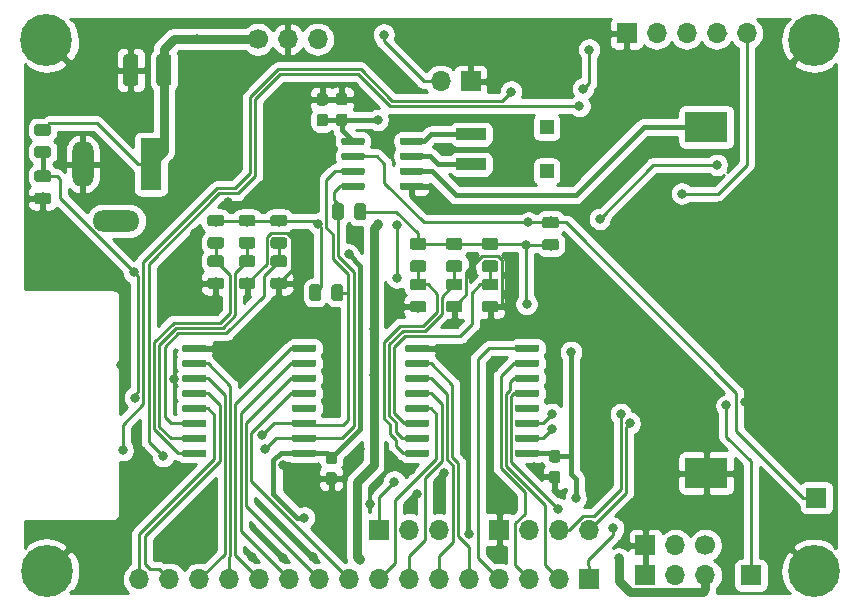
<source format=gbr>
G04 #@! TF.GenerationSoftware,KiCad,Pcbnew,(5.1.4)-1*
G04 #@! TF.CreationDate,2020-05-14T16:00:24+02:00*
G04 #@! TF.ProjectId,carte_principale,63617274-655f-4707-9269-6e636970616c,rev?*
G04 #@! TF.SameCoordinates,Original*
G04 #@! TF.FileFunction,Copper,L2,Bot*
G04 #@! TF.FilePolarity,Positive*
%FSLAX46Y46*%
G04 Gerber Fmt 4.6, Leading zero omitted, Abs format (unit mm)*
G04 Created by KiCad (PCBNEW (5.1.4)-1) date 2020-05-14 16:00:24*
%MOMM*%
%LPD*%
G04 APERTURE LIST*
%ADD10R,3.600000X2.600000*%
%ADD11R,1.700000X1.700000*%
%ADD12C,0.100000*%
%ADD13C,1.250000*%
%ADD14C,0.600000*%
%ADD15C,0.975000*%
%ADD16R,2.500000X1.000000*%
%ADD17R,1.200000X1.200000*%
%ADD18R,1.800000X4.400000*%
%ADD19O,1.800000X4.000000*%
%ADD20O,4.000000X1.800000*%
%ADD21C,0.700000*%
%ADD22C,4.400000*%
%ADD23C,1.700000*%
%ADD24O,1.700000X1.700000*%
%ADD25C,0.950000*%
%ADD26C,0.800000*%
%ADD27C,0.450000*%
%ADD28C,0.250000*%
%ADD29C,0.400000*%
%ADD30C,0.750000*%
%ADD31C,0.254000*%
G04 APERTURE END LIST*
D10*
X158369000Y-89871000D03*
X158369000Y-119171000D03*
D11*
X162153600Y-127812800D03*
D12*
G36*
X110048304Y-83715404D02*
G01*
X110072573Y-83719004D01*
X110096371Y-83724965D01*
X110119471Y-83733230D01*
X110141649Y-83743720D01*
X110162693Y-83756333D01*
X110182398Y-83770947D01*
X110200577Y-83787423D01*
X110217053Y-83805602D01*
X110231667Y-83825307D01*
X110244280Y-83846351D01*
X110254770Y-83868529D01*
X110263035Y-83891629D01*
X110268996Y-83915427D01*
X110272596Y-83939696D01*
X110273800Y-83964200D01*
X110273800Y-86114200D01*
X110272596Y-86138704D01*
X110268996Y-86162973D01*
X110263035Y-86186771D01*
X110254770Y-86209871D01*
X110244280Y-86232049D01*
X110231667Y-86253093D01*
X110217053Y-86272798D01*
X110200577Y-86290977D01*
X110182398Y-86307453D01*
X110162693Y-86322067D01*
X110141649Y-86334680D01*
X110119471Y-86345170D01*
X110096371Y-86353435D01*
X110072573Y-86359396D01*
X110048304Y-86362996D01*
X110023800Y-86364200D01*
X109273800Y-86364200D01*
X109249296Y-86362996D01*
X109225027Y-86359396D01*
X109201229Y-86353435D01*
X109178129Y-86345170D01*
X109155951Y-86334680D01*
X109134907Y-86322067D01*
X109115202Y-86307453D01*
X109097023Y-86290977D01*
X109080547Y-86272798D01*
X109065933Y-86253093D01*
X109053320Y-86232049D01*
X109042830Y-86209871D01*
X109034565Y-86186771D01*
X109028604Y-86162973D01*
X109025004Y-86138704D01*
X109023800Y-86114200D01*
X109023800Y-83964200D01*
X109025004Y-83939696D01*
X109028604Y-83915427D01*
X109034565Y-83891629D01*
X109042830Y-83868529D01*
X109053320Y-83846351D01*
X109065933Y-83825307D01*
X109080547Y-83805602D01*
X109097023Y-83787423D01*
X109115202Y-83770947D01*
X109134907Y-83756333D01*
X109155951Y-83743720D01*
X109178129Y-83733230D01*
X109201229Y-83724965D01*
X109225027Y-83719004D01*
X109249296Y-83715404D01*
X109273800Y-83714200D01*
X110023800Y-83714200D01*
X110048304Y-83715404D01*
X110048304Y-83715404D01*
G37*
D13*
X109648800Y-85039200D03*
D12*
G36*
X112848304Y-83715404D02*
G01*
X112872573Y-83719004D01*
X112896371Y-83724965D01*
X112919471Y-83733230D01*
X112941649Y-83743720D01*
X112962693Y-83756333D01*
X112982398Y-83770947D01*
X113000577Y-83787423D01*
X113017053Y-83805602D01*
X113031667Y-83825307D01*
X113044280Y-83846351D01*
X113054770Y-83868529D01*
X113063035Y-83891629D01*
X113068996Y-83915427D01*
X113072596Y-83939696D01*
X113073800Y-83964200D01*
X113073800Y-86114200D01*
X113072596Y-86138704D01*
X113068996Y-86162973D01*
X113063035Y-86186771D01*
X113054770Y-86209871D01*
X113044280Y-86232049D01*
X113031667Y-86253093D01*
X113017053Y-86272798D01*
X113000577Y-86290977D01*
X112982398Y-86307453D01*
X112962693Y-86322067D01*
X112941649Y-86334680D01*
X112919471Y-86345170D01*
X112896371Y-86353435D01*
X112872573Y-86359396D01*
X112848304Y-86362996D01*
X112823800Y-86364200D01*
X112073800Y-86364200D01*
X112049296Y-86362996D01*
X112025027Y-86359396D01*
X112001229Y-86353435D01*
X111978129Y-86345170D01*
X111955951Y-86334680D01*
X111934907Y-86322067D01*
X111915202Y-86307453D01*
X111897023Y-86290977D01*
X111880547Y-86272798D01*
X111865933Y-86253093D01*
X111853320Y-86232049D01*
X111842830Y-86209871D01*
X111834565Y-86186771D01*
X111828604Y-86162973D01*
X111825004Y-86138704D01*
X111823800Y-86114200D01*
X111823800Y-83964200D01*
X111825004Y-83939696D01*
X111828604Y-83915427D01*
X111834565Y-83891629D01*
X111842830Y-83868529D01*
X111853320Y-83846351D01*
X111865933Y-83825307D01*
X111880547Y-83805602D01*
X111897023Y-83787423D01*
X111915202Y-83770947D01*
X111934907Y-83756333D01*
X111955951Y-83743720D01*
X111978129Y-83733230D01*
X112001229Y-83724965D01*
X112025027Y-83719004D01*
X112049296Y-83715404D01*
X112073800Y-83714200D01*
X112823800Y-83714200D01*
X112848304Y-83715404D01*
X112848304Y-83715404D01*
G37*
D13*
X112448800Y-85039200D03*
D12*
G36*
X134251703Y-90759722D02*
G01*
X134266264Y-90761882D01*
X134280543Y-90765459D01*
X134294403Y-90770418D01*
X134307710Y-90776712D01*
X134320336Y-90784280D01*
X134332159Y-90793048D01*
X134343066Y-90802934D01*
X134352952Y-90813841D01*
X134361720Y-90825664D01*
X134369288Y-90838290D01*
X134375582Y-90851597D01*
X134380541Y-90865457D01*
X134384118Y-90879736D01*
X134386278Y-90894297D01*
X134387000Y-90909000D01*
X134387000Y-91209000D01*
X134386278Y-91223703D01*
X134384118Y-91238264D01*
X134380541Y-91252543D01*
X134375582Y-91266403D01*
X134369288Y-91279710D01*
X134361720Y-91292336D01*
X134352952Y-91304159D01*
X134343066Y-91315066D01*
X134332159Y-91324952D01*
X134320336Y-91333720D01*
X134307710Y-91341288D01*
X134294403Y-91347582D01*
X134280543Y-91352541D01*
X134266264Y-91356118D01*
X134251703Y-91358278D01*
X134237000Y-91359000D01*
X132587000Y-91359000D01*
X132572297Y-91358278D01*
X132557736Y-91356118D01*
X132543457Y-91352541D01*
X132529597Y-91347582D01*
X132516290Y-91341288D01*
X132503664Y-91333720D01*
X132491841Y-91324952D01*
X132480934Y-91315066D01*
X132471048Y-91304159D01*
X132462280Y-91292336D01*
X132454712Y-91279710D01*
X132448418Y-91266403D01*
X132443459Y-91252543D01*
X132439882Y-91238264D01*
X132437722Y-91223703D01*
X132437000Y-91209000D01*
X132437000Y-90909000D01*
X132437722Y-90894297D01*
X132439882Y-90879736D01*
X132443459Y-90865457D01*
X132448418Y-90851597D01*
X132454712Y-90838290D01*
X132462280Y-90825664D01*
X132471048Y-90813841D01*
X132480934Y-90802934D01*
X132491841Y-90793048D01*
X132503664Y-90784280D01*
X132516290Y-90776712D01*
X132529597Y-90770418D01*
X132543457Y-90765459D01*
X132557736Y-90761882D01*
X132572297Y-90759722D01*
X132587000Y-90759000D01*
X134237000Y-90759000D01*
X134251703Y-90759722D01*
X134251703Y-90759722D01*
G37*
D14*
X133412000Y-91059000D03*
D12*
G36*
X134251703Y-92029722D02*
G01*
X134266264Y-92031882D01*
X134280543Y-92035459D01*
X134294403Y-92040418D01*
X134307710Y-92046712D01*
X134320336Y-92054280D01*
X134332159Y-92063048D01*
X134343066Y-92072934D01*
X134352952Y-92083841D01*
X134361720Y-92095664D01*
X134369288Y-92108290D01*
X134375582Y-92121597D01*
X134380541Y-92135457D01*
X134384118Y-92149736D01*
X134386278Y-92164297D01*
X134387000Y-92179000D01*
X134387000Y-92479000D01*
X134386278Y-92493703D01*
X134384118Y-92508264D01*
X134380541Y-92522543D01*
X134375582Y-92536403D01*
X134369288Y-92549710D01*
X134361720Y-92562336D01*
X134352952Y-92574159D01*
X134343066Y-92585066D01*
X134332159Y-92594952D01*
X134320336Y-92603720D01*
X134307710Y-92611288D01*
X134294403Y-92617582D01*
X134280543Y-92622541D01*
X134266264Y-92626118D01*
X134251703Y-92628278D01*
X134237000Y-92629000D01*
X132587000Y-92629000D01*
X132572297Y-92628278D01*
X132557736Y-92626118D01*
X132543457Y-92622541D01*
X132529597Y-92617582D01*
X132516290Y-92611288D01*
X132503664Y-92603720D01*
X132491841Y-92594952D01*
X132480934Y-92585066D01*
X132471048Y-92574159D01*
X132462280Y-92562336D01*
X132454712Y-92549710D01*
X132448418Y-92536403D01*
X132443459Y-92522543D01*
X132439882Y-92508264D01*
X132437722Y-92493703D01*
X132437000Y-92479000D01*
X132437000Y-92179000D01*
X132437722Y-92164297D01*
X132439882Y-92149736D01*
X132443459Y-92135457D01*
X132448418Y-92121597D01*
X132454712Y-92108290D01*
X132462280Y-92095664D01*
X132471048Y-92083841D01*
X132480934Y-92072934D01*
X132491841Y-92063048D01*
X132503664Y-92054280D01*
X132516290Y-92046712D01*
X132529597Y-92040418D01*
X132543457Y-92035459D01*
X132557736Y-92031882D01*
X132572297Y-92029722D01*
X132587000Y-92029000D01*
X134237000Y-92029000D01*
X134251703Y-92029722D01*
X134251703Y-92029722D01*
G37*
D14*
X133412000Y-92329000D03*
D12*
G36*
X134251703Y-93299722D02*
G01*
X134266264Y-93301882D01*
X134280543Y-93305459D01*
X134294403Y-93310418D01*
X134307710Y-93316712D01*
X134320336Y-93324280D01*
X134332159Y-93333048D01*
X134343066Y-93342934D01*
X134352952Y-93353841D01*
X134361720Y-93365664D01*
X134369288Y-93378290D01*
X134375582Y-93391597D01*
X134380541Y-93405457D01*
X134384118Y-93419736D01*
X134386278Y-93434297D01*
X134387000Y-93449000D01*
X134387000Y-93749000D01*
X134386278Y-93763703D01*
X134384118Y-93778264D01*
X134380541Y-93792543D01*
X134375582Y-93806403D01*
X134369288Y-93819710D01*
X134361720Y-93832336D01*
X134352952Y-93844159D01*
X134343066Y-93855066D01*
X134332159Y-93864952D01*
X134320336Y-93873720D01*
X134307710Y-93881288D01*
X134294403Y-93887582D01*
X134280543Y-93892541D01*
X134266264Y-93896118D01*
X134251703Y-93898278D01*
X134237000Y-93899000D01*
X132587000Y-93899000D01*
X132572297Y-93898278D01*
X132557736Y-93896118D01*
X132543457Y-93892541D01*
X132529597Y-93887582D01*
X132516290Y-93881288D01*
X132503664Y-93873720D01*
X132491841Y-93864952D01*
X132480934Y-93855066D01*
X132471048Y-93844159D01*
X132462280Y-93832336D01*
X132454712Y-93819710D01*
X132448418Y-93806403D01*
X132443459Y-93792543D01*
X132439882Y-93778264D01*
X132437722Y-93763703D01*
X132437000Y-93749000D01*
X132437000Y-93449000D01*
X132437722Y-93434297D01*
X132439882Y-93419736D01*
X132443459Y-93405457D01*
X132448418Y-93391597D01*
X132454712Y-93378290D01*
X132462280Y-93365664D01*
X132471048Y-93353841D01*
X132480934Y-93342934D01*
X132491841Y-93333048D01*
X132503664Y-93324280D01*
X132516290Y-93316712D01*
X132529597Y-93310418D01*
X132543457Y-93305459D01*
X132557736Y-93301882D01*
X132572297Y-93299722D01*
X132587000Y-93299000D01*
X134237000Y-93299000D01*
X134251703Y-93299722D01*
X134251703Y-93299722D01*
G37*
D14*
X133412000Y-93599000D03*
D12*
G36*
X134251703Y-94569722D02*
G01*
X134266264Y-94571882D01*
X134280543Y-94575459D01*
X134294403Y-94580418D01*
X134307710Y-94586712D01*
X134320336Y-94594280D01*
X134332159Y-94603048D01*
X134343066Y-94612934D01*
X134352952Y-94623841D01*
X134361720Y-94635664D01*
X134369288Y-94648290D01*
X134375582Y-94661597D01*
X134380541Y-94675457D01*
X134384118Y-94689736D01*
X134386278Y-94704297D01*
X134387000Y-94719000D01*
X134387000Y-95019000D01*
X134386278Y-95033703D01*
X134384118Y-95048264D01*
X134380541Y-95062543D01*
X134375582Y-95076403D01*
X134369288Y-95089710D01*
X134361720Y-95102336D01*
X134352952Y-95114159D01*
X134343066Y-95125066D01*
X134332159Y-95134952D01*
X134320336Y-95143720D01*
X134307710Y-95151288D01*
X134294403Y-95157582D01*
X134280543Y-95162541D01*
X134266264Y-95166118D01*
X134251703Y-95168278D01*
X134237000Y-95169000D01*
X132587000Y-95169000D01*
X132572297Y-95168278D01*
X132557736Y-95166118D01*
X132543457Y-95162541D01*
X132529597Y-95157582D01*
X132516290Y-95151288D01*
X132503664Y-95143720D01*
X132491841Y-95134952D01*
X132480934Y-95125066D01*
X132471048Y-95114159D01*
X132462280Y-95102336D01*
X132454712Y-95089710D01*
X132448418Y-95076403D01*
X132443459Y-95062543D01*
X132439882Y-95048264D01*
X132437722Y-95033703D01*
X132437000Y-95019000D01*
X132437000Y-94719000D01*
X132437722Y-94704297D01*
X132439882Y-94689736D01*
X132443459Y-94675457D01*
X132448418Y-94661597D01*
X132454712Y-94648290D01*
X132462280Y-94635664D01*
X132471048Y-94623841D01*
X132480934Y-94612934D01*
X132491841Y-94603048D01*
X132503664Y-94594280D01*
X132516290Y-94586712D01*
X132529597Y-94580418D01*
X132543457Y-94575459D01*
X132557736Y-94571882D01*
X132572297Y-94569722D01*
X132587000Y-94569000D01*
X134237000Y-94569000D01*
X134251703Y-94569722D01*
X134251703Y-94569722D01*
G37*
D14*
X133412000Y-94869000D03*
D12*
G36*
X129301703Y-94569722D02*
G01*
X129316264Y-94571882D01*
X129330543Y-94575459D01*
X129344403Y-94580418D01*
X129357710Y-94586712D01*
X129370336Y-94594280D01*
X129382159Y-94603048D01*
X129393066Y-94612934D01*
X129402952Y-94623841D01*
X129411720Y-94635664D01*
X129419288Y-94648290D01*
X129425582Y-94661597D01*
X129430541Y-94675457D01*
X129434118Y-94689736D01*
X129436278Y-94704297D01*
X129437000Y-94719000D01*
X129437000Y-95019000D01*
X129436278Y-95033703D01*
X129434118Y-95048264D01*
X129430541Y-95062543D01*
X129425582Y-95076403D01*
X129419288Y-95089710D01*
X129411720Y-95102336D01*
X129402952Y-95114159D01*
X129393066Y-95125066D01*
X129382159Y-95134952D01*
X129370336Y-95143720D01*
X129357710Y-95151288D01*
X129344403Y-95157582D01*
X129330543Y-95162541D01*
X129316264Y-95166118D01*
X129301703Y-95168278D01*
X129287000Y-95169000D01*
X127637000Y-95169000D01*
X127622297Y-95168278D01*
X127607736Y-95166118D01*
X127593457Y-95162541D01*
X127579597Y-95157582D01*
X127566290Y-95151288D01*
X127553664Y-95143720D01*
X127541841Y-95134952D01*
X127530934Y-95125066D01*
X127521048Y-95114159D01*
X127512280Y-95102336D01*
X127504712Y-95089710D01*
X127498418Y-95076403D01*
X127493459Y-95062543D01*
X127489882Y-95048264D01*
X127487722Y-95033703D01*
X127487000Y-95019000D01*
X127487000Y-94719000D01*
X127487722Y-94704297D01*
X127489882Y-94689736D01*
X127493459Y-94675457D01*
X127498418Y-94661597D01*
X127504712Y-94648290D01*
X127512280Y-94635664D01*
X127521048Y-94623841D01*
X127530934Y-94612934D01*
X127541841Y-94603048D01*
X127553664Y-94594280D01*
X127566290Y-94586712D01*
X127579597Y-94580418D01*
X127593457Y-94575459D01*
X127607736Y-94571882D01*
X127622297Y-94569722D01*
X127637000Y-94569000D01*
X129287000Y-94569000D01*
X129301703Y-94569722D01*
X129301703Y-94569722D01*
G37*
D14*
X128462000Y-94869000D03*
D12*
G36*
X129301703Y-93299722D02*
G01*
X129316264Y-93301882D01*
X129330543Y-93305459D01*
X129344403Y-93310418D01*
X129357710Y-93316712D01*
X129370336Y-93324280D01*
X129382159Y-93333048D01*
X129393066Y-93342934D01*
X129402952Y-93353841D01*
X129411720Y-93365664D01*
X129419288Y-93378290D01*
X129425582Y-93391597D01*
X129430541Y-93405457D01*
X129434118Y-93419736D01*
X129436278Y-93434297D01*
X129437000Y-93449000D01*
X129437000Y-93749000D01*
X129436278Y-93763703D01*
X129434118Y-93778264D01*
X129430541Y-93792543D01*
X129425582Y-93806403D01*
X129419288Y-93819710D01*
X129411720Y-93832336D01*
X129402952Y-93844159D01*
X129393066Y-93855066D01*
X129382159Y-93864952D01*
X129370336Y-93873720D01*
X129357710Y-93881288D01*
X129344403Y-93887582D01*
X129330543Y-93892541D01*
X129316264Y-93896118D01*
X129301703Y-93898278D01*
X129287000Y-93899000D01*
X127637000Y-93899000D01*
X127622297Y-93898278D01*
X127607736Y-93896118D01*
X127593457Y-93892541D01*
X127579597Y-93887582D01*
X127566290Y-93881288D01*
X127553664Y-93873720D01*
X127541841Y-93864952D01*
X127530934Y-93855066D01*
X127521048Y-93844159D01*
X127512280Y-93832336D01*
X127504712Y-93819710D01*
X127498418Y-93806403D01*
X127493459Y-93792543D01*
X127489882Y-93778264D01*
X127487722Y-93763703D01*
X127487000Y-93749000D01*
X127487000Y-93449000D01*
X127487722Y-93434297D01*
X127489882Y-93419736D01*
X127493459Y-93405457D01*
X127498418Y-93391597D01*
X127504712Y-93378290D01*
X127512280Y-93365664D01*
X127521048Y-93353841D01*
X127530934Y-93342934D01*
X127541841Y-93333048D01*
X127553664Y-93324280D01*
X127566290Y-93316712D01*
X127579597Y-93310418D01*
X127593457Y-93305459D01*
X127607736Y-93301882D01*
X127622297Y-93299722D01*
X127637000Y-93299000D01*
X129287000Y-93299000D01*
X129301703Y-93299722D01*
X129301703Y-93299722D01*
G37*
D14*
X128462000Y-93599000D03*
D12*
G36*
X129301703Y-92029722D02*
G01*
X129316264Y-92031882D01*
X129330543Y-92035459D01*
X129344403Y-92040418D01*
X129357710Y-92046712D01*
X129370336Y-92054280D01*
X129382159Y-92063048D01*
X129393066Y-92072934D01*
X129402952Y-92083841D01*
X129411720Y-92095664D01*
X129419288Y-92108290D01*
X129425582Y-92121597D01*
X129430541Y-92135457D01*
X129434118Y-92149736D01*
X129436278Y-92164297D01*
X129437000Y-92179000D01*
X129437000Y-92479000D01*
X129436278Y-92493703D01*
X129434118Y-92508264D01*
X129430541Y-92522543D01*
X129425582Y-92536403D01*
X129419288Y-92549710D01*
X129411720Y-92562336D01*
X129402952Y-92574159D01*
X129393066Y-92585066D01*
X129382159Y-92594952D01*
X129370336Y-92603720D01*
X129357710Y-92611288D01*
X129344403Y-92617582D01*
X129330543Y-92622541D01*
X129316264Y-92626118D01*
X129301703Y-92628278D01*
X129287000Y-92629000D01*
X127637000Y-92629000D01*
X127622297Y-92628278D01*
X127607736Y-92626118D01*
X127593457Y-92622541D01*
X127579597Y-92617582D01*
X127566290Y-92611288D01*
X127553664Y-92603720D01*
X127541841Y-92594952D01*
X127530934Y-92585066D01*
X127521048Y-92574159D01*
X127512280Y-92562336D01*
X127504712Y-92549710D01*
X127498418Y-92536403D01*
X127493459Y-92522543D01*
X127489882Y-92508264D01*
X127487722Y-92493703D01*
X127487000Y-92479000D01*
X127487000Y-92179000D01*
X127487722Y-92164297D01*
X127489882Y-92149736D01*
X127493459Y-92135457D01*
X127498418Y-92121597D01*
X127504712Y-92108290D01*
X127512280Y-92095664D01*
X127521048Y-92083841D01*
X127530934Y-92072934D01*
X127541841Y-92063048D01*
X127553664Y-92054280D01*
X127566290Y-92046712D01*
X127579597Y-92040418D01*
X127593457Y-92035459D01*
X127607736Y-92031882D01*
X127622297Y-92029722D01*
X127637000Y-92029000D01*
X129287000Y-92029000D01*
X129301703Y-92029722D01*
X129301703Y-92029722D01*
G37*
D14*
X128462000Y-92329000D03*
D12*
G36*
X129301703Y-90759722D02*
G01*
X129316264Y-90761882D01*
X129330543Y-90765459D01*
X129344403Y-90770418D01*
X129357710Y-90776712D01*
X129370336Y-90784280D01*
X129382159Y-90793048D01*
X129393066Y-90802934D01*
X129402952Y-90813841D01*
X129411720Y-90825664D01*
X129419288Y-90838290D01*
X129425582Y-90851597D01*
X129430541Y-90865457D01*
X129434118Y-90879736D01*
X129436278Y-90894297D01*
X129437000Y-90909000D01*
X129437000Y-91209000D01*
X129436278Y-91223703D01*
X129434118Y-91238264D01*
X129430541Y-91252543D01*
X129425582Y-91266403D01*
X129419288Y-91279710D01*
X129411720Y-91292336D01*
X129402952Y-91304159D01*
X129393066Y-91315066D01*
X129382159Y-91324952D01*
X129370336Y-91333720D01*
X129357710Y-91341288D01*
X129344403Y-91347582D01*
X129330543Y-91352541D01*
X129316264Y-91356118D01*
X129301703Y-91358278D01*
X129287000Y-91359000D01*
X127637000Y-91359000D01*
X127622297Y-91358278D01*
X127607736Y-91356118D01*
X127593457Y-91352541D01*
X127579597Y-91347582D01*
X127566290Y-91341288D01*
X127553664Y-91333720D01*
X127541841Y-91324952D01*
X127530934Y-91315066D01*
X127521048Y-91304159D01*
X127512280Y-91292336D01*
X127504712Y-91279710D01*
X127498418Y-91266403D01*
X127493459Y-91252543D01*
X127489882Y-91238264D01*
X127487722Y-91223703D01*
X127487000Y-91209000D01*
X127487000Y-90909000D01*
X127487722Y-90894297D01*
X127489882Y-90879736D01*
X127493459Y-90865457D01*
X127498418Y-90851597D01*
X127504712Y-90838290D01*
X127512280Y-90825664D01*
X127521048Y-90813841D01*
X127530934Y-90802934D01*
X127541841Y-90793048D01*
X127553664Y-90784280D01*
X127566290Y-90776712D01*
X127579597Y-90770418D01*
X127593457Y-90765459D01*
X127607736Y-90761882D01*
X127622297Y-90759722D01*
X127637000Y-90759000D01*
X129287000Y-90759000D01*
X129301703Y-90759722D01*
X129301703Y-90759722D01*
G37*
D14*
X128462000Y-91059000D03*
D12*
G36*
X145666542Y-99335674D02*
G01*
X145690203Y-99339184D01*
X145713407Y-99344996D01*
X145735929Y-99353054D01*
X145757553Y-99363282D01*
X145778070Y-99375579D01*
X145797283Y-99389829D01*
X145815007Y-99405893D01*
X145831071Y-99423617D01*
X145845321Y-99442830D01*
X145857618Y-99463347D01*
X145867846Y-99484971D01*
X145875904Y-99507493D01*
X145881716Y-99530697D01*
X145885226Y-99554358D01*
X145886400Y-99578250D01*
X145886400Y-100065750D01*
X145885226Y-100089642D01*
X145881716Y-100113303D01*
X145875904Y-100136507D01*
X145867846Y-100159029D01*
X145857618Y-100180653D01*
X145845321Y-100201170D01*
X145831071Y-100220383D01*
X145815007Y-100238107D01*
X145797283Y-100254171D01*
X145778070Y-100268421D01*
X145757553Y-100280718D01*
X145735929Y-100290946D01*
X145713407Y-100299004D01*
X145690203Y-100304816D01*
X145666542Y-100308326D01*
X145642650Y-100309500D01*
X144730150Y-100309500D01*
X144706258Y-100308326D01*
X144682597Y-100304816D01*
X144659393Y-100299004D01*
X144636871Y-100290946D01*
X144615247Y-100280718D01*
X144594730Y-100268421D01*
X144575517Y-100254171D01*
X144557793Y-100238107D01*
X144541729Y-100220383D01*
X144527479Y-100201170D01*
X144515182Y-100180653D01*
X144504954Y-100159029D01*
X144496896Y-100136507D01*
X144491084Y-100113303D01*
X144487574Y-100089642D01*
X144486400Y-100065750D01*
X144486400Y-99578250D01*
X144487574Y-99554358D01*
X144491084Y-99530697D01*
X144496896Y-99507493D01*
X144504954Y-99484971D01*
X144515182Y-99463347D01*
X144527479Y-99442830D01*
X144541729Y-99423617D01*
X144557793Y-99405893D01*
X144575517Y-99389829D01*
X144594730Y-99375579D01*
X144615247Y-99363282D01*
X144636871Y-99353054D01*
X144659393Y-99344996D01*
X144682597Y-99339184D01*
X144706258Y-99335674D01*
X144730150Y-99334500D01*
X145642650Y-99334500D01*
X145666542Y-99335674D01*
X145666542Y-99335674D01*
G37*
D15*
X145186400Y-99822000D03*
D12*
G36*
X145666542Y-97460674D02*
G01*
X145690203Y-97464184D01*
X145713407Y-97469996D01*
X145735929Y-97478054D01*
X145757553Y-97488282D01*
X145778070Y-97500579D01*
X145797283Y-97514829D01*
X145815007Y-97530893D01*
X145831071Y-97548617D01*
X145845321Y-97567830D01*
X145857618Y-97588347D01*
X145867846Y-97609971D01*
X145875904Y-97632493D01*
X145881716Y-97655697D01*
X145885226Y-97679358D01*
X145886400Y-97703250D01*
X145886400Y-98190750D01*
X145885226Y-98214642D01*
X145881716Y-98238303D01*
X145875904Y-98261507D01*
X145867846Y-98284029D01*
X145857618Y-98305653D01*
X145845321Y-98326170D01*
X145831071Y-98345383D01*
X145815007Y-98363107D01*
X145797283Y-98379171D01*
X145778070Y-98393421D01*
X145757553Y-98405718D01*
X145735929Y-98415946D01*
X145713407Y-98424004D01*
X145690203Y-98429816D01*
X145666542Y-98433326D01*
X145642650Y-98434500D01*
X144730150Y-98434500D01*
X144706258Y-98433326D01*
X144682597Y-98429816D01*
X144659393Y-98424004D01*
X144636871Y-98415946D01*
X144615247Y-98405718D01*
X144594730Y-98393421D01*
X144575517Y-98379171D01*
X144557793Y-98363107D01*
X144541729Y-98345383D01*
X144527479Y-98326170D01*
X144515182Y-98305653D01*
X144504954Y-98284029D01*
X144496896Y-98261507D01*
X144491084Y-98238303D01*
X144487574Y-98214642D01*
X144486400Y-98190750D01*
X144486400Y-97703250D01*
X144487574Y-97679358D01*
X144491084Y-97655697D01*
X144496896Y-97632493D01*
X144504954Y-97609971D01*
X144515182Y-97588347D01*
X144527479Y-97567830D01*
X144541729Y-97548617D01*
X144557793Y-97530893D01*
X144575517Y-97514829D01*
X144594730Y-97500579D01*
X144615247Y-97488282D01*
X144636871Y-97478054D01*
X144659393Y-97469996D01*
X144682597Y-97464184D01*
X144706258Y-97460674D01*
X144730150Y-97459500D01*
X145642650Y-97459500D01*
X145666542Y-97460674D01*
X145666542Y-97460674D01*
G37*
D15*
X145186400Y-97947000D03*
D16*
X138480800Y-90474800D03*
X138480800Y-93014800D03*
D17*
X144853420Y-89894800D03*
X144853420Y-93594800D03*
D11*
X167690800Y-121259600D03*
D18*
X111379000Y-93000000D03*
D19*
X105579000Y-93000000D03*
D20*
X108379000Y-97800000D03*
D21*
X168646726Y-126323274D03*
X167480000Y-125840000D03*
X166313274Y-126323274D03*
X165830000Y-127490000D03*
X166313274Y-128656726D03*
X167480000Y-129140000D03*
X168646726Y-128656726D03*
X169130000Y-127490000D03*
D22*
X167480000Y-127490000D03*
D21*
X103696726Y-126293274D03*
X102530000Y-125810000D03*
X101363274Y-126293274D03*
X100880000Y-127460000D03*
X101363274Y-128626726D03*
X102530000Y-129110000D03*
X103696726Y-128626726D03*
X104180000Y-127460000D03*
D22*
X102530000Y-127460000D03*
D21*
X168656726Y-81343274D03*
X167490000Y-80860000D03*
X166323274Y-81343274D03*
X165840000Y-82510000D03*
X166323274Y-83676726D03*
X167490000Y-84160000D03*
X168656726Y-83676726D03*
X169140000Y-82510000D03*
D22*
X167490000Y-82510000D03*
D21*
X103676726Y-81353274D03*
X102510000Y-80870000D03*
X101343274Y-81353274D03*
X100860000Y-82520000D03*
X101343274Y-83686726D03*
X102510000Y-84170000D03*
X103676726Y-83686726D03*
X104160000Y-82520000D03*
D22*
X102510000Y-82520000D03*
D23*
X158292800Y-125272800D03*
D24*
X158292800Y-127812800D03*
X155752800Y-125272800D03*
X155752800Y-127812800D03*
D11*
X153212800Y-125272800D03*
X153212800Y-127812800D03*
D12*
G36*
X140561142Y-102702174D02*
G01*
X140584803Y-102705684D01*
X140608007Y-102711496D01*
X140630529Y-102719554D01*
X140652153Y-102729782D01*
X140672670Y-102742079D01*
X140691883Y-102756329D01*
X140709607Y-102772393D01*
X140725671Y-102790117D01*
X140739921Y-102809330D01*
X140752218Y-102829847D01*
X140762446Y-102851471D01*
X140770504Y-102873993D01*
X140776316Y-102897197D01*
X140779826Y-102920858D01*
X140781000Y-102944750D01*
X140781000Y-103432250D01*
X140779826Y-103456142D01*
X140776316Y-103479803D01*
X140770504Y-103503007D01*
X140762446Y-103525529D01*
X140752218Y-103547153D01*
X140739921Y-103567670D01*
X140725671Y-103586883D01*
X140709607Y-103604607D01*
X140691883Y-103620671D01*
X140672670Y-103634921D01*
X140652153Y-103647218D01*
X140630529Y-103657446D01*
X140608007Y-103665504D01*
X140584803Y-103671316D01*
X140561142Y-103674826D01*
X140537250Y-103676000D01*
X139624750Y-103676000D01*
X139600858Y-103674826D01*
X139577197Y-103671316D01*
X139553993Y-103665504D01*
X139531471Y-103657446D01*
X139509847Y-103647218D01*
X139489330Y-103634921D01*
X139470117Y-103620671D01*
X139452393Y-103604607D01*
X139436329Y-103586883D01*
X139422079Y-103567670D01*
X139409782Y-103547153D01*
X139399554Y-103525529D01*
X139391496Y-103503007D01*
X139385684Y-103479803D01*
X139382174Y-103456142D01*
X139381000Y-103432250D01*
X139381000Y-102944750D01*
X139382174Y-102920858D01*
X139385684Y-102897197D01*
X139391496Y-102873993D01*
X139399554Y-102851471D01*
X139409782Y-102829847D01*
X139422079Y-102809330D01*
X139436329Y-102790117D01*
X139452393Y-102772393D01*
X139470117Y-102756329D01*
X139489330Y-102742079D01*
X139509847Y-102729782D01*
X139531471Y-102719554D01*
X139553993Y-102711496D01*
X139577197Y-102705684D01*
X139600858Y-102702174D01*
X139624750Y-102701000D01*
X140537250Y-102701000D01*
X140561142Y-102702174D01*
X140561142Y-102702174D01*
G37*
D15*
X140081000Y-103188500D03*
D12*
G36*
X140561142Y-104577174D02*
G01*
X140584803Y-104580684D01*
X140608007Y-104586496D01*
X140630529Y-104594554D01*
X140652153Y-104604782D01*
X140672670Y-104617079D01*
X140691883Y-104631329D01*
X140709607Y-104647393D01*
X140725671Y-104665117D01*
X140739921Y-104684330D01*
X140752218Y-104704847D01*
X140762446Y-104726471D01*
X140770504Y-104748993D01*
X140776316Y-104772197D01*
X140779826Y-104795858D01*
X140781000Y-104819750D01*
X140781000Y-105307250D01*
X140779826Y-105331142D01*
X140776316Y-105354803D01*
X140770504Y-105378007D01*
X140762446Y-105400529D01*
X140752218Y-105422153D01*
X140739921Y-105442670D01*
X140725671Y-105461883D01*
X140709607Y-105479607D01*
X140691883Y-105495671D01*
X140672670Y-105509921D01*
X140652153Y-105522218D01*
X140630529Y-105532446D01*
X140608007Y-105540504D01*
X140584803Y-105546316D01*
X140561142Y-105549826D01*
X140537250Y-105551000D01*
X139624750Y-105551000D01*
X139600858Y-105549826D01*
X139577197Y-105546316D01*
X139553993Y-105540504D01*
X139531471Y-105532446D01*
X139509847Y-105522218D01*
X139489330Y-105509921D01*
X139470117Y-105495671D01*
X139452393Y-105479607D01*
X139436329Y-105461883D01*
X139422079Y-105442670D01*
X139409782Y-105422153D01*
X139399554Y-105400529D01*
X139391496Y-105378007D01*
X139385684Y-105354803D01*
X139382174Y-105331142D01*
X139381000Y-105307250D01*
X139381000Y-104819750D01*
X139382174Y-104795858D01*
X139385684Y-104772197D01*
X139391496Y-104748993D01*
X139399554Y-104726471D01*
X139409782Y-104704847D01*
X139422079Y-104684330D01*
X139436329Y-104665117D01*
X139452393Y-104647393D01*
X139470117Y-104631329D01*
X139489330Y-104617079D01*
X139509847Y-104604782D01*
X139531471Y-104594554D01*
X139553993Y-104586496D01*
X139577197Y-104580684D01*
X139600858Y-104577174D01*
X139624750Y-104576000D01*
X140537250Y-104576000D01*
X140561142Y-104577174D01*
X140561142Y-104577174D01*
G37*
D15*
X140081000Y-105063500D03*
D12*
G36*
X137513142Y-102702174D02*
G01*
X137536803Y-102705684D01*
X137560007Y-102711496D01*
X137582529Y-102719554D01*
X137604153Y-102729782D01*
X137624670Y-102742079D01*
X137643883Y-102756329D01*
X137661607Y-102772393D01*
X137677671Y-102790117D01*
X137691921Y-102809330D01*
X137704218Y-102829847D01*
X137714446Y-102851471D01*
X137722504Y-102873993D01*
X137728316Y-102897197D01*
X137731826Y-102920858D01*
X137733000Y-102944750D01*
X137733000Y-103432250D01*
X137731826Y-103456142D01*
X137728316Y-103479803D01*
X137722504Y-103503007D01*
X137714446Y-103525529D01*
X137704218Y-103547153D01*
X137691921Y-103567670D01*
X137677671Y-103586883D01*
X137661607Y-103604607D01*
X137643883Y-103620671D01*
X137624670Y-103634921D01*
X137604153Y-103647218D01*
X137582529Y-103657446D01*
X137560007Y-103665504D01*
X137536803Y-103671316D01*
X137513142Y-103674826D01*
X137489250Y-103676000D01*
X136576750Y-103676000D01*
X136552858Y-103674826D01*
X136529197Y-103671316D01*
X136505993Y-103665504D01*
X136483471Y-103657446D01*
X136461847Y-103647218D01*
X136441330Y-103634921D01*
X136422117Y-103620671D01*
X136404393Y-103604607D01*
X136388329Y-103586883D01*
X136374079Y-103567670D01*
X136361782Y-103547153D01*
X136351554Y-103525529D01*
X136343496Y-103503007D01*
X136337684Y-103479803D01*
X136334174Y-103456142D01*
X136333000Y-103432250D01*
X136333000Y-102944750D01*
X136334174Y-102920858D01*
X136337684Y-102897197D01*
X136343496Y-102873993D01*
X136351554Y-102851471D01*
X136361782Y-102829847D01*
X136374079Y-102809330D01*
X136388329Y-102790117D01*
X136404393Y-102772393D01*
X136422117Y-102756329D01*
X136441330Y-102742079D01*
X136461847Y-102729782D01*
X136483471Y-102719554D01*
X136505993Y-102711496D01*
X136529197Y-102705684D01*
X136552858Y-102702174D01*
X136576750Y-102701000D01*
X137489250Y-102701000D01*
X137513142Y-102702174D01*
X137513142Y-102702174D01*
G37*
D15*
X137033000Y-103188500D03*
D12*
G36*
X137513142Y-104577174D02*
G01*
X137536803Y-104580684D01*
X137560007Y-104586496D01*
X137582529Y-104594554D01*
X137604153Y-104604782D01*
X137624670Y-104617079D01*
X137643883Y-104631329D01*
X137661607Y-104647393D01*
X137677671Y-104665117D01*
X137691921Y-104684330D01*
X137704218Y-104704847D01*
X137714446Y-104726471D01*
X137722504Y-104748993D01*
X137728316Y-104772197D01*
X137731826Y-104795858D01*
X137733000Y-104819750D01*
X137733000Y-105307250D01*
X137731826Y-105331142D01*
X137728316Y-105354803D01*
X137722504Y-105378007D01*
X137714446Y-105400529D01*
X137704218Y-105422153D01*
X137691921Y-105442670D01*
X137677671Y-105461883D01*
X137661607Y-105479607D01*
X137643883Y-105495671D01*
X137624670Y-105509921D01*
X137604153Y-105522218D01*
X137582529Y-105532446D01*
X137560007Y-105540504D01*
X137536803Y-105546316D01*
X137513142Y-105549826D01*
X137489250Y-105551000D01*
X136576750Y-105551000D01*
X136552858Y-105549826D01*
X136529197Y-105546316D01*
X136505993Y-105540504D01*
X136483471Y-105532446D01*
X136461847Y-105522218D01*
X136441330Y-105509921D01*
X136422117Y-105495671D01*
X136404393Y-105479607D01*
X136388329Y-105461883D01*
X136374079Y-105442670D01*
X136361782Y-105422153D01*
X136351554Y-105400529D01*
X136343496Y-105378007D01*
X136337684Y-105354803D01*
X136334174Y-105331142D01*
X136333000Y-105307250D01*
X136333000Y-104819750D01*
X136334174Y-104795858D01*
X136337684Y-104772197D01*
X136343496Y-104748993D01*
X136351554Y-104726471D01*
X136361782Y-104704847D01*
X136374079Y-104684330D01*
X136388329Y-104665117D01*
X136404393Y-104647393D01*
X136422117Y-104631329D01*
X136441330Y-104617079D01*
X136461847Y-104604782D01*
X136483471Y-104594554D01*
X136505993Y-104586496D01*
X136529197Y-104580684D01*
X136552858Y-104577174D01*
X136576750Y-104576000D01*
X137489250Y-104576000D01*
X137513142Y-104577174D01*
X137513142Y-104577174D01*
G37*
D15*
X137033000Y-105063500D03*
D12*
G36*
X134465142Y-102702174D02*
G01*
X134488803Y-102705684D01*
X134512007Y-102711496D01*
X134534529Y-102719554D01*
X134556153Y-102729782D01*
X134576670Y-102742079D01*
X134595883Y-102756329D01*
X134613607Y-102772393D01*
X134629671Y-102790117D01*
X134643921Y-102809330D01*
X134656218Y-102829847D01*
X134666446Y-102851471D01*
X134674504Y-102873993D01*
X134680316Y-102897197D01*
X134683826Y-102920858D01*
X134685000Y-102944750D01*
X134685000Y-103432250D01*
X134683826Y-103456142D01*
X134680316Y-103479803D01*
X134674504Y-103503007D01*
X134666446Y-103525529D01*
X134656218Y-103547153D01*
X134643921Y-103567670D01*
X134629671Y-103586883D01*
X134613607Y-103604607D01*
X134595883Y-103620671D01*
X134576670Y-103634921D01*
X134556153Y-103647218D01*
X134534529Y-103657446D01*
X134512007Y-103665504D01*
X134488803Y-103671316D01*
X134465142Y-103674826D01*
X134441250Y-103676000D01*
X133528750Y-103676000D01*
X133504858Y-103674826D01*
X133481197Y-103671316D01*
X133457993Y-103665504D01*
X133435471Y-103657446D01*
X133413847Y-103647218D01*
X133393330Y-103634921D01*
X133374117Y-103620671D01*
X133356393Y-103604607D01*
X133340329Y-103586883D01*
X133326079Y-103567670D01*
X133313782Y-103547153D01*
X133303554Y-103525529D01*
X133295496Y-103503007D01*
X133289684Y-103479803D01*
X133286174Y-103456142D01*
X133285000Y-103432250D01*
X133285000Y-102944750D01*
X133286174Y-102920858D01*
X133289684Y-102897197D01*
X133295496Y-102873993D01*
X133303554Y-102851471D01*
X133313782Y-102829847D01*
X133326079Y-102809330D01*
X133340329Y-102790117D01*
X133356393Y-102772393D01*
X133374117Y-102756329D01*
X133393330Y-102742079D01*
X133413847Y-102729782D01*
X133435471Y-102719554D01*
X133457993Y-102711496D01*
X133481197Y-102705684D01*
X133504858Y-102702174D01*
X133528750Y-102701000D01*
X134441250Y-102701000D01*
X134465142Y-102702174D01*
X134465142Y-102702174D01*
G37*
D15*
X133985000Y-103188500D03*
D12*
G36*
X134465142Y-104577174D02*
G01*
X134488803Y-104580684D01*
X134512007Y-104586496D01*
X134534529Y-104594554D01*
X134556153Y-104604782D01*
X134576670Y-104617079D01*
X134595883Y-104631329D01*
X134613607Y-104647393D01*
X134629671Y-104665117D01*
X134643921Y-104684330D01*
X134656218Y-104704847D01*
X134666446Y-104726471D01*
X134674504Y-104748993D01*
X134680316Y-104772197D01*
X134683826Y-104795858D01*
X134685000Y-104819750D01*
X134685000Y-105307250D01*
X134683826Y-105331142D01*
X134680316Y-105354803D01*
X134674504Y-105378007D01*
X134666446Y-105400529D01*
X134656218Y-105422153D01*
X134643921Y-105442670D01*
X134629671Y-105461883D01*
X134613607Y-105479607D01*
X134595883Y-105495671D01*
X134576670Y-105509921D01*
X134556153Y-105522218D01*
X134534529Y-105532446D01*
X134512007Y-105540504D01*
X134488803Y-105546316D01*
X134465142Y-105549826D01*
X134441250Y-105551000D01*
X133528750Y-105551000D01*
X133504858Y-105549826D01*
X133481197Y-105546316D01*
X133457993Y-105540504D01*
X133435471Y-105532446D01*
X133413847Y-105522218D01*
X133393330Y-105509921D01*
X133374117Y-105495671D01*
X133356393Y-105479607D01*
X133340329Y-105461883D01*
X133326079Y-105442670D01*
X133313782Y-105422153D01*
X133303554Y-105400529D01*
X133295496Y-105378007D01*
X133289684Y-105354803D01*
X133286174Y-105331142D01*
X133285000Y-105307250D01*
X133285000Y-104819750D01*
X133286174Y-104795858D01*
X133289684Y-104772197D01*
X133295496Y-104748993D01*
X133303554Y-104726471D01*
X133313782Y-104704847D01*
X133326079Y-104684330D01*
X133340329Y-104665117D01*
X133356393Y-104647393D01*
X133374117Y-104631329D01*
X133393330Y-104617079D01*
X133413847Y-104604782D01*
X133435471Y-104594554D01*
X133457993Y-104586496D01*
X133481197Y-104580684D01*
X133504858Y-104577174D01*
X133528750Y-104576000D01*
X134441250Y-104576000D01*
X134465142Y-104577174D01*
X134465142Y-104577174D01*
G37*
D15*
X133985000Y-105063500D03*
D12*
G36*
X140561142Y-99273174D02*
G01*
X140584803Y-99276684D01*
X140608007Y-99282496D01*
X140630529Y-99290554D01*
X140652153Y-99300782D01*
X140672670Y-99313079D01*
X140691883Y-99327329D01*
X140709607Y-99343393D01*
X140725671Y-99361117D01*
X140739921Y-99380330D01*
X140752218Y-99400847D01*
X140762446Y-99422471D01*
X140770504Y-99444993D01*
X140776316Y-99468197D01*
X140779826Y-99491858D01*
X140781000Y-99515750D01*
X140781000Y-100003250D01*
X140779826Y-100027142D01*
X140776316Y-100050803D01*
X140770504Y-100074007D01*
X140762446Y-100096529D01*
X140752218Y-100118153D01*
X140739921Y-100138670D01*
X140725671Y-100157883D01*
X140709607Y-100175607D01*
X140691883Y-100191671D01*
X140672670Y-100205921D01*
X140652153Y-100218218D01*
X140630529Y-100228446D01*
X140608007Y-100236504D01*
X140584803Y-100242316D01*
X140561142Y-100245826D01*
X140537250Y-100247000D01*
X139624750Y-100247000D01*
X139600858Y-100245826D01*
X139577197Y-100242316D01*
X139553993Y-100236504D01*
X139531471Y-100228446D01*
X139509847Y-100218218D01*
X139489330Y-100205921D01*
X139470117Y-100191671D01*
X139452393Y-100175607D01*
X139436329Y-100157883D01*
X139422079Y-100138670D01*
X139409782Y-100118153D01*
X139399554Y-100096529D01*
X139391496Y-100074007D01*
X139385684Y-100050803D01*
X139382174Y-100027142D01*
X139381000Y-100003250D01*
X139381000Y-99515750D01*
X139382174Y-99491858D01*
X139385684Y-99468197D01*
X139391496Y-99444993D01*
X139399554Y-99422471D01*
X139409782Y-99400847D01*
X139422079Y-99380330D01*
X139436329Y-99361117D01*
X139452393Y-99343393D01*
X139470117Y-99327329D01*
X139489330Y-99313079D01*
X139509847Y-99300782D01*
X139531471Y-99290554D01*
X139553993Y-99282496D01*
X139577197Y-99276684D01*
X139600858Y-99273174D01*
X139624750Y-99272000D01*
X140537250Y-99272000D01*
X140561142Y-99273174D01*
X140561142Y-99273174D01*
G37*
D15*
X140081000Y-99759500D03*
D12*
G36*
X140561142Y-101148174D02*
G01*
X140584803Y-101151684D01*
X140608007Y-101157496D01*
X140630529Y-101165554D01*
X140652153Y-101175782D01*
X140672670Y-101188079D01*
X140691883Y-101202329D01*
X140709607Y-101218393D01*
X140725671Y-101236117D01*
X140739921Y-101255330D01*
X140752218Y-101275847D01*
X140762446Y-101297471D01*
X140770504Y-101319993D01*
X140776316Y-101343197D01*
X140779826Y-101366858D01*
X140781000Y-101390750D01*
X140781000Y-101878250D01*
X140779826Y-101902142D01*
X140776316Y-101925803D01*
X140770504Y-101949007D01*
X140762446Y-101971529D01*
X140752218Y-101993153D01*
X140739921Y-102013670D01*
X140725671Y-102032883D01*
X140709607Y-102050607D01*
X140691883Y-102066671D01*
X140672670Y-102080921D01*
X140652153Y-102093218D01*
X140630529Y-102103446D01*
X140608007Y-102111504D01*
X140584803Y-102117316D01*
X140561142Y-102120826D01*
X140537250Y-102122000D01*
X139624750Y-102122000D01*
X139600858Y-102120826D01*
X139577197Y-102117316D01*
X139553993Y-102111504D01*
X139531471Y-102103446D01*
X139509847Y-102093218D01*
X139489330Y-102080921D01*
X139470117Y-102066671D01*
X139452393Y-102050607D01*
X139436329Y-102032883D01*
X139422079Y-102013670D01*
X139409782Y-101993153D01*
X139399554Y-101971529D01*
X139391496Y-101949007D01*
X139385684Y-101925803D01*
X139382174Y-101902142D01*
X139381000Y-101878250D01*
X139381000Y-101390750D01*
X139382174Y-101366858D01*
X139385684Y-101343197D01*
X139391496Y-101319993D01*
X139399554Y-101297471D01*
X139409782Y-101275847D01*
X139422079Y-101255330D01*
X139436329Y-101236117D01*
X139452393Y-101218393D01*
X139470117Y-101202329D01*
X139489330Y-101188079D01*
X139509847Y-101175782D01*
X139531471Y-101165554D01*
X139553993Y-101157496D01*
X139577197Y-101151684D01*
X139600858Y-101148174D01*
X139624750Y-101147000D01*
X140537250Y-101147000D01*
X140561142Y-101148174D01*
X140561142Y-101148174D01*
G37*
D15*
X140081000Y-101634500D03*
D12*
G36*
X137513142Y-99273174D02*
G01*
X137536803Y-99276684D01*
X137560007Y-99282496D01*
X137582529Y-99290554D01*
X137604153Y-99300782D01*
X137624670Y-99313079D01*
X137643883Y-99327329D01*
X137661607Y-99343393D01*
X137677671Y-99361117D01*
X137691921Y-99380330D01*
X137704218Y-99400847D01*
X137714446Y-99422471D01*
X137722504Y-99444993D01*
X137728316Y-99468197D01*
X137731826Y-99491858D01*
X137733000Y-99515750D01*
X137733000Y-100003250D01*
X137731826Y-100027142D01*
X137728316Y-100050803D01*
X137722504Y-100074007D01*
X137714446Y-100096529D01*
X137704218Y-100118153D01*
X137691921Y-100138670D01*
X137677671Y-100157883D01*
X137661607Y-100175607D01*
X137643883Y-100191671D01*
X137624670Y-100205921D01*
X137604153Y-100218218D01*
X137582529Y-100228446D01*
X137560007Y-100236504D01*
X137536803Y-100242316D01*
X137513142Y-100245826D01*
X137489250Y-100247000D01*
X136576750Y-100247000D01*
X136552858Y-100245826D01*
X136529197Y-100242316D01*
X136505993Y-100236504D01*
X136483471Y-100228446D01*
X136461847Y-100218218D01*
X136441330Y-100205921D01*
X136422117Y-100191671D01*
X136404393Y-100175607D01*
X136388329Y-100157883D01*
X136374079Y-100138670D01*
X136361782Y-100118153D01*
X136351554Y-100096529D01*
X136343496Y-100074007D01*
X136337684Y-100050803D01*
X136334174Y-100027142D01*
X136333000Y-100003250D01*
X136333000Y-99515750D01*
X136334174Y-99491858D01*
X136337684Y-99468197D01*
X136343496Y-99444993D01*
X136351554Y-99422471D01*
X136361782Y-99400847D01*
X136374079Y-99380330D01*
X136388329Y-99361117D01*
X136404393Y-99343393D01*
X136422117Y-99327329D01*
X136441330Y-99313079D01*
X136461847Y-99300782D01*
X136483471Y-99290554D01*
X136505993Y-99282496D01*
X136529197Y-99276684D01*
X136552858Y-99273174D01*
X136576750Y-99272000D01*
X137489250Y-99272000D01*
X137513142Y-99273174D01*
X137513142Y-99273174D01*
G37*
D15*
X137033000Y-99759500D03*
D12*
G36*
X137513142Y-101148174D02*
G01*
X137536803Y-101151684D01*
X137560007Y-101157496D01*
X137582529Y-101165554D01*
X137604153Y-101175782D01*
X137624670Y-101188079D01*
X137643883Y-101202329D01*
X137661607Y-101218393D01*
X137677671Y-101236117D01*
X137691921Y-101255330D01*
X137704218Y-101275847D01*
X137714446Y-101297471D01*
X137722504Y-101319993D01*
X137728316Y-101343197D01*
X137731826Y-101366858D01*
X137733000Y-101390750D01*
X137733000Y-101878250D01*
X137731826Y-101902142D01*
X137728316Y-101925803D01*
X137722504Y-101949007D01*
X137714446Y-101971529D01*
X137704218Y-101993153D01*
X137691921Y-102013670D01*
X137677671Y-102032883D01*
X137661607Y-102050607D01*
X137643883Y-102066671D01*
X137624670Y-102080921D01*
X137604153Y-102093218D01*
X137582529Y-102103446D01*
X137560007Y-102111504D01*
X137536803Y-102117316D01*
X137513142Y-102120826D01*
X137489250Y-102122000D01*
X136576750Y-102122000D01*
X136552858Y-102120826D01*
X136529197Y-102117316D01*
X136505993Y-102111504D01*
X136483471Y-102103446D01*
X136461847Y-102093218D01*
X136441330Y-102080921D01*
X136422117Y-102066671D01*
X136404393Y-102050607D01*
X136388329Y-102032883D01*
X136374079Y-102013670D01*
X136361782Y-101993153D01*
X136351554Y-101971529D01*
X136343496Y-101949007D01*
X136337684Y-101925803D01*
X136334174Y-101902142D01*
X136333000Y-101878250D01*
X136333000Y-101390750D01*
X136334174Y-101366858D01*
X136337684Y-101343197D01*
X136343496Y-101319993D01*
X136351554Y-101297471D01*
X136361782Y-101275847D01*
X136374079Y-101255330D01*
X136388329Y-101236117D01*
X136404393Y-101218393D01*
X136422117Y-101202329D01*
X136441330Y-101188079D01*
X136461847Y-101175782D01*
X136483471Y-101165554D01*
X136505993Y-101157496D01*
X136529197Y-101151684D01*
X136552858Y-101148174D01*
X136576750Y-101147000D01*
X137489250Y-101147000D01*
X137513142Y-101148174D01*
X137513142Y-101148174D01*
G37*
D15*
X137033000Y-101634500D03*
D12*
G36*
X134465142Y-99273174D02*
G01*
X134488803Y-99276684D01*
X134512007Y-99282496D01*
X134534529Y-99290554D01*
X134556153Y-99300782D01*
X134576670Y-99313079D01*
X134595883Y-99327329D01*
X134613607Y-99343393D01*
X134629671Y-99361117D01*
X134643921Y-99380330D01*
X134656218Y-99400847D01*
X134666446Y-99422471D01*
X134674504Y-99444993D01*
X134680316Y-99468197D01*
X134683826Y-99491858D01*
X134685000Y-99515750D01*
X134685000Y-100003250D01*
X134683826Y-100027142D01*
X134680316Y-100050803D01*
X134674504Y-100074007D01*
X134666446Y-100096529D01*
X134656218Y-100118153D01*
X134643921Y-100138670D01*
X134629671Y-100157883D01*
X134613607Y-100175607D01*
X134595883Y-100191671D01*
X134576670Y-100205921D01*
X134556153Y-100218218D01*
X134534529Y-100228446D01*
X134512007Y-100236504D01*
X134488803Y-100242316D01*
X134465142Y-100245826D01*
X134441250Y-100247000D01*
X133528750Y-100247000D01*
X133504858Y-100245826D01*
X133481197Y-100242316D01*
X133457993Y-100236504D01*
X133435471Y-100228446D01*
X133413847Y-100218218D01*
X133393330Y-100205921D01*
X133374117Y-100191671D01*
X133356393Y-100175607D01*
X133340329Y-100157883D01*
X133326079Y-100138670D01*
X133313782Y-100118153D01*
X133303554Y-100096529D01*
X133295496Y-100074007D01*
X133289684Y-100050803D01*
X133286174Y-100027142D01*
X133285000Y-100003250D01*
X133285000Y-99515750D01*
X133286174Y-99491858D01*
X133289684Y-99468197D01*
X133295496Y-99444993D01*
X133303554Y-99422471D01*
X133313782Y-99400847D01*
X133326079Y-99380330D01*
X133340329Y-99361117D01*
X133356393Y-99343393D01*
X133374117Y-99327329D01*
X133393330Y-99313079D01*
X133413847Y-99300782D01*
X133435471Y-99290554D01*
X133457993Y-99282496D01*
X133481197Y-99276684D01*
X133504858Y-99273174D01*
X133528750Y-99272000D01*
X134441250Y-99272000D01*
X134465142Y-99273174D01*
X134465142Y-99273174D01*
G37*
D15*
X133985000Y-99759500D03*
D12*
G36*
X134465142Y-101148174D02*
G01*
X134488803Y-101151684D01*
X134512007Y-101157496D01*
X134534529Y-101165554D01*
X134556153Y-101175782D01*
X134576670Y-101188079D01*
X134595883Y-101202329D01*
X134613607Y-101218393D01*
X134629671Y-101236117D01*
X134643921Y-101255330D01*
X134656218Y-101275847D01*
X134666446Y-101297471D01*
X134674504Y-101319993D01*
X134680316Y-101343197D01*
X134683826Y-101366858D01*
X134685000Y-101390750D01*
X134685000Y-101878250D01*
X134683826Y-101902142D01*
X134680316Y-101925803D01*
X134674504Y-101949007D01*
X134666446Y-101971529D01*
X134656218Y-101993153D01*
X134643921Y-102013670D01*
X134629671Y-102032883D01*
X134613607Y-102050607D01*
X134595883Y-102066671D01*
X134576670Y-102080921D01*
X134556153Y-102093218D01*
X134534529Y-102103446D01*
X134512007Y-102111504D01*
X134488803Y-102117316D01*
X134465142Y-102120826D01*
X134441250Y-102122000D01*
X133528750Y-102122000D01*
X133504858Y-102120826D01*
X133481197Y-102117316D01*
X133457993Y-102111504D01*
X133435471Y-102103446D01*
X133413847Y-102093218D01*
X133393330Y-102080921D01*
X133374117Y-102066671D01*
X133356393Y-102050607D01*
X133340329Y-102032883D01*
X133326079Y-102013670D01*
X133313782Y-101993153D01*
X133303554Y-101971529D01*
X133295496Y-101949007D01*
X133289684Y-101925803D01*
X133286174Y-101902142D01*
X133285000Y-101878250D01*
X133285000Y-101390750D01*
X133286174Y-101366858D01*
X133289684Y-101343197D01*
X133295496Y-101319993D01*
X133303554Y-101297471D01*
X133313782Y-101275847D01*
X133326079Y-101255330D01*
X133340329Y-101236117D01*
X133356393Y-101218393D01*
X133374117Y-101202329D01*
X133393330Y-101188079D01*
X133413847Y-101175782D01*
X133435471Y-101165554D01*
X133457993Y-101157496D01*
X133481197Y-101151684D01*
X133504858Y-101148174D01*
X133528750Y-101147000D01*
X134441250Y-101147000D01*
X134465142Y-101148174D01*
X134465142Y-101148174D01*
G37*
D15*
X133985000Y-101634500D03*
D12*
G36*
X117320142Y-97303674D02*
G01*
X117343803Y-97307184D01*
X117367007Y-97312996D01*
X117389529Y-97321054D01*
X117411153Y-97331282D01*
X117431670Y-97343579D01*
X117450883Y-97357829D01*
X117468607Y-97373893D01*
X117484671Y-97391617D01*
X117498921Y-97410830D01*
X117511218Y-97431347D01*
X117521446Y-97452971D01*
X117529504Y-97475493D01*
X117535316Y-97498697D01*
X117538826Y-97522358D01*
X117540000Y-97546250D01*
X117540000Y-98033750D01*
X117538826Y-98057642D01*
X117535316Y-98081303D01*
X117529504Y-98104507D01*
X117521446Y-98127029D01*
X117511218Y-98148653D01*
X117498921Y-98169170D01*
X117484671Y-98188383D01*
X117468607Y-98206107D01*
X117450883Y-98222171D01*
X117431670Y-98236421D01*
X117411153Y-98248718D01*
X117389529Y-98258946D01*
X117367007Y-98267004D01*
X117343803Y-98272816D01*
X117320142Y-98276326D01*
X117296250Y-98277500D01*
X116383750Y-98277500D01*
X116359858Y-98276326D01*
X116336197Y-98272816D01*
X116312993Y-98267004D01*
X116290471Y-98258946D01*
X116268847Y-98248718D01*
X116248330Y-98236421D01*
X116229117Y-98222171D01*
X116211393Y-98206107D01*
X116195329Y-98188383D01*
X116181079Y-98169170D01*
X116168782Y-98148653D01*
X116158554Y-98127029D01*
X116150496Y-98104507D01*
X116144684Y-98081303D01*
X116141174Y-98057642D01*
X116140000Y-98033750D01*
X116140000Y-97546250D01*
X116141174Y-97522358D01*
X116144684Y-97498697D01*
X116150496Y-97475493D01*
X116158554Y-97452971D01*
X116168782Y-97431347D01*
X116181079Y-97410830D01*
X116195329Y-97391617D01*
X116211393Y-97373893D01*
X116229117Y-97357829D01*
X116248330Y-97343579D01*
X116268847Y-97331282D01*
X116290471Y-97321054D01*
X116312993Y-97312996D01*
X116336197Y-97307184D01*
X116359858Y-97303674D01*
X116383750Y-97302500D01*
X117296250Y-97302500D01*
X117320142Y-97303674D01*
X117320142Y-97303674D01*
G37*
D15*
X116840000Y-97790000D03*
D12*
G36*
X117320142Y-99178674D02*
G01*
X117343803Y-99182184D01*
X117367007Y-99187996D01*
X117389529Y-99196054D01*
X117411153Y-99206282D01*
X117431670Y-99218579D01*
X117450883Y-99232829D01*
X117468607Y-99248893D01*
X117484671Y-99266617D01*
X117498921Y-99285830D01*
X117511218Y-99306347D01*
X117521446Y-99327971D01*
X117529504Y-99350493D01*
X117535316Y-99373697D01*
X117538826Y-99397358D01*
X117540000Y-99421250D01*
X117540000Y-99908750D01*
X117538826Y-99932642D01*
X117535316Y-99956303D01*
X117529504Y-99979507D01*
X117521446Y-100002029D01*
X117511218Y-100023653D01*
X117498921Y-100044170D01*
X117484671Y-100063383D01*
X117468607Y-100081107D01*
X117450883Y-100097171D01*
X117431670Y-100111421D01*
X117411153Y-100123718D01*
X117389529Y-100133946D01*
X117367007Y-100142004D01*
X117343803Y-100147816D01*
X117320142Y-100151326D01*
X117296250Y-100152500D01*
X116383750Y-100152500D01*
X116359858Y-100151326D01*
X116336197Y-100147816D01*
X116312993Y-100142004D01*
X116290471Y-100133946D01*
X116268847Y-100123718D01*
X116248330Y-100111421D01*
X116229117Y-100097171D01*
X116211393Y-100081107D01*
X116195329Y-100063383D01*
X116181079Y-100044170D01*
X116168782Y-100023653D01*
X116158554Y-100002029D01*
X116150496Y-99979507D01*
X116144684Y-99956303D01*
X116141174Y-99932642D01*
X116140000Y-99908750D01*
X116140000Y-99421250D01*
X116141174Y-99397358D01*
X116144684Y-99373697D01*
X116150496Y-99350493D01*
X116158554Y-99327971D01*
X116168782Y-99306347D01*
X116181079Y-99285830D01*
X116195329Y-99266617D01*
X116211393Y-99248893D01*
X116229117Y-99232829D01*
X116248330Y-99218579D01*
X116268847Y-99206282D01*
X116290471Y-99196054D01*
X116312993Y-99187996D01*
X116336197Y-99182184D01*
X116359858Y-99178674D01*
X116383750Y-99177500D01*
X117296250Y-99177500D01*
X117320142Y-99178674D01*
X117320142Y-99178674D01*
G37*
D15*
X116840000Y-99665000D03*
D12*
G36*
X122654142Y-100732674D02*
G01*
X122677803Y-100736184D01*
X122701007Y-100741996D01*
X122723529Y-100750054D01*
X122745153Y-100760282D01*
X122765670Y-100772579D01*
X122784883Y-100786829D01*
X122802607Y-100802893D01*
X122818671Y-100820617D01*
X122832921Y-100839830D01*
X122845218Y-100860347D01*
X122855446Y-100881971D01*
X122863504Y-100904493D01*
X122869316Y-100927697D01*
X122872826Y-100951358D01*
X122874000Y-100975250D01*
X122874000Y-101462750D01*
X122872826Y-101486642D01*
X122869316Y-101510303D01*
X122863504Y-101533507D01*
X122855446Y-101556029D01*
X122845218Y-101577653D01*
X122832921Y-101598170D01*
X122818671Y-101617383D01*
X122802607Y-101635107D01*
X122784883Y-101651171D01*
X122765670Y-101665421D01*
X122745153Y-101677718D01*
X122723529Y-101687946D01*
X122701007Y-101696004D01*
X122677803Y-101701816D01*
X122654142Y-101705326D01*
X122630250Y-101706500D01*
X121717750Y-101706500D01*
X121693858Y-101705326D01*
X121670197Y-101701816D01*
X121646993Y-101696004D01*
X121624471Y-101687946D01*
X121602847Y-101677718D01*
X121582330Y-101665421D01*
X121563117Y-101651171D01*
X121545393Y-101635107D01*
X121529329Y-101617383D01*
X121515079Y-101598170D01*
X121502782Y-101577653D01*
X121492554Y-101556029D01*
X121484496Y-101533507D01*
X121478684Y-101510303D01*
X121475174Y-101486642D01*
X121474000Y-101462750D01*
X121474000Y-100975250D01*
X121475174Y-100951358D01*
X121478684Y-100927697D01*
X121484496Y-100904493D01*
X121492554Y-100881971D01*
X121502782Y-100860347D01*
X121515079Y-100839830D01*
X121529329Y-100820617D01*
X121545393Y-100802893D01*
X121563117Y-100786829D01*
X121582330Y-100772579D01*
X121602847Y-100760282D01*
X121624471Y-100750054D01*
X121646993Y-100741996D01*
X121670197Y-100736184D01*
X121693858Y-100732674D01*
X121717750Y-100731500D01*
X122630250Y-100731500D01*
X122654142Y-100732674D01*
X122654142Y-100732674D01*
G37*
D15*
X122174000Y-101219000D03*
D12*
G36*
X122654142Y-102607674D02*
G01*
X122677803Y-102611184D01*
X122701007Y-102616996D01*
X122723529Y-102625054D01*
X122745153Y-102635282D01*
X122765670Y-102647579D01*
X122784883Y-102661829D01*
X122802607Y-102677893D01*
X122818671Y-102695617D01*
X122832921Y-102714830D01*
X122845218Y-102735347D01*
X122855446Y-102756971D01*
X122863504Y-102779493D01*
X122869316Y-102802697D01*
X122872826Y-102826358D01*
X122874000Y-102850250D01*
X122874000Y-103337750D01*
X122872826Y-103361642D01*
X122869316Y-103385303D01*
X122863504Y-103408507D01*
X122855446Y-103431029D01*
X122845218Y-103452653D01*
X122832921Y-103473170D01*
X122818671Y-103492383D01*
X122802607Y-103510107D01*
X122784883Y-103526171D01*
X122765670Y-103540421D01*
X122745153Y-103552718D01*
X122723529Y-103562946D01*
X122701007Y-103571004D01*
X122677803Y-103576816D01*
X122654142Y-103580326D01*
X122630250Y-103581500D01*
X121717750Y-103581500D01*
X121693858Y-103580326D01*
X121670197Y-103576816D01*
X121646993Y-103571004D01*
X121624471Y-103562946D01*
X121602847Y-103552718D01*
X121582330Y-103540421D01*
X121563117Y-103526171D01*
X121545393Y-103510107D01*
X121529329Y-103492383D01*
X121515079Y-103473170D01*
X121502782Y-103452653D01*
X121492554Y-103431029D01*
X121484496Y-103408507D01*
X121478684Y-103385303D01*
X121475174Y-103361642D01*
X121474000Y-103337750D01*
X121474000Y-102850250D01*
X121475174Y-102826358D01*
X121478684Y-102802697D01*
X121484496Y-102779493D01*
X121492554Y-102756971D01*
X121502782Y-102735347D01*
X121515079Y-102714830D01*
X121529329Y-102695617D01*
X121545393Y-102677893D01*
X121563117Y-102661829D01*
X121582330Y-102647579D01*
X121602847Y-102635282D01*
X121624471Y-102625054D01*
X121646993Y-102616996D01*
X121670197Y-102611184D01*
X121693858Y-102607674D01*
X121717750Y-102606500D01*
X122630250Y-102606500D01*
X122654142Y-102607674D01*
X122654142Y-102607674D01*
G37*
D15*
X122174000Y-103094000D03*
D12*
G36*
X119987142Y-100732674D02*
G01*
X120010803Y-100736184D01*
X120034007Y-100741996D01*
X120056529Y-100750054D01*
X120078153Y-100760282D01*
X120098670Y-100772579D01*
X120117883Y-100786829D01*
X120135607Y-100802893D01*
X120151671Y-100820617D01*
X120165921Y-100839830D01*
X120178218Y-100860347D01*
X120188446Y-100881971D01*
X120196504Y-100904493D01*
X120202316Y-100927697D01*
X120205826Y-100951358D01*
X120207000Y-100975250D01*
X120207000Y-101462750D01*
X120205826Y-101486642D01*
X120202316Y-101510303D01*
X120196504Y-101533507D01*
X120188446Y-101556029D01*
X120178218Y-101577653D01*
X120165921Y-101598170D01*
X120151671Y-101617383D01*
X120135607Y-101635107D01*
X120117883Y-101651171D01*
X120098670Y-101665421D01*
X120078153Y-101677718D01*
X120056529Y-101687946D01*
X120034007Y-101696004D01*
X120010803Y-101701816D01*
X119987142Y-101705326D01*
X119963250Y-101706500D01*
X119050750Y-101706500D01*
X119026858Y-101705326D01*
X119003197Y-101701816D01*
X118979993Y-101696004D01*
X118957471Y-101687946D01*
X118935847Y-101677718D01*
X118915330Y-101665421D01*
X118896117Y-101651171D01*
X118878393Y-101635107D01*
X118862329Y-101617383D01*
X118848079Y-101598170D01*
X118835782Y-101577653D01*
X118825554Y-101556029D01*
X118817496Y-101533507D01*
X118811684Y-101510303D01*
X118808174Y-101486642D01*
X118807000Y-101462750D01*
X118807000Y-100975250D01*
X118808174Y-100951358D01*
X118811684Y-100927697D01*
X118817496Y-100904493D01*
X118825554Y-100881971D01*
X118835782Y-100860347D01*
X118848079Y-100839830D01*
X118862329Y-100820617D01*
X118878393Y-100802893D01*
X118896117Y-100786829D01*
X118915330Y-100772579D01*
X118935847Y-100760282D01*
X118957471Y-100750054D01*
X118979993Y-100741996D01*
X119003197Y-100736184D01*
X119026858Y-100732674D01*
X119050750Y-100731500D01*
X119963250Y-100731500D01*
X119987142Y-100732674D01*
X119987142Y-100732674D01*
G37*
D15*
X119507000Y-101219000D03*
D12*
G36*
X119987142Y-102607674D02*
G01*
X120010803Y-102611184D01*
X120034007Y-102616996D01*
X120056529Y-102625054D01*
X120078153Y-102635282D01*
X120098670Y-102647579D01*
X120117883Y-102661829D01*
X120135607Y-102677893D01*
X120151671Y-102695617D01*
X120165921Y-102714830D01*
X120178218Y-102735347D01*
X120188446Y-102756971D01*
X120196504Y-102779493D01*
X120202316Y-102802697D01*
X120205826Y-102826358D01*
X120207000Y-102850250D01*
X120207000Y-103337750D01*
X120205826Y-103361642D01*
X120202316Y-103385303D01*
X120196504Y-103408507D01*
X120188446Y-103431029D01*
X120178218Y-103452653D01*
X120165921Y-103473170D01*
X120151671Y-103492383D01*
X120135607Y-103510107D01*
X120117883Y-103526171D01*
X120098670Y-103540421D01*
X120078153Y-103552718D01*
X120056529Y-103562946D01*
X120034007Y-103571004D01*
X120010803Y-103576816D01*
X119987142Y-103580326D01*
X119963250Y-103581500D01*
X119050750Y-103581500D01*
X119026858Y-103580326D01*
X119003197Y-103576816D01*
X118979993Y-103571004D01*
X118957471Y-103562946D01*
X118935847Y-103552718D01*
X118915330Y-103540421D01*
X118896117Y-103526171D01*
X118878393Y-103510107D01*
X118862329Y-103492383D01*
X118848079Y-103473170D01*
X118835782Y-103452653D01*
X118825554Y-103431029D01*
X118817496Y-103408507D01*
X118811684Y-103385303D01*
X118808174Y-103361642D01*
X118807000Y-103337750D01*
X118807000Y-102850250D01*
X118808174Y-102826358D01*
X118811684Y-102802697D01*
X118817496Y-102779493D01*
X118825554Y-102756971D01*
X118835782Y-102735347D01*
X118848079Y-102714830D01*
X118862329Y-102695617D01*
X118878393Y-102677893D01*
X118896117Y-102661829D01*
X118915330Y-102647579D01*
X118935847Y-102635282D01*
X118957471Y-102625054D01*
X118979993Y-102616996D01*
X119003197Y-102611184D01*
X119026858Y-102607674D01*
X119050750Y-102606500D01*
X119963250Y-102606500D01*
X119987142Y-102607674D01*
X119987142Y-102607674D01*
G37*
D15*
X119507000Y-103094000D03*
D12*
G36*
X117320142Y-100732674D02*
G01*
X117343803Y-100736184D01*
X117367007Y-100741996D01*
X117389529Y-100750054D01*
X117411153Y-100760282D01*
X117431670Y-100772579D01*
X117450883Y-100786829D01*
X117468607Y-100802893D01*
X117484671Y-100820617D01*
X117498921Y-100839830D01*
X117511218Y-100860347D01*
X117521446Y-100881971D01*
X117529504Y-100904493D01*
X117535316Y-100927697D01*
X117538826Y-100951358D01*
X117540000Y-100975250D01*
X117540000Y-101462750D01*
X117538826Y-101486642D01*
X117535316Y-101510303D01*
X117529504Y-101533507D01*
X117521446Y-101556029D01*
X117511218Y-101577653D01*
X117498921Y-101598170D01*
X117484671Y-101617383D01*
X117468607Y-101635107D01*
X117450883Y-101651171D01*
X117431670Y-101665421D01*
X117411153Y-101677718D01*
X117389529Y-101687946D01*
X117367007Y-101696004D01*
X117343803Y-101701816D01*
X117320142Y-101705326D01*
X117296250Y-101706500D01*
X116383750Y-101706500D01*
X116359858Y-101705326D01*
X116336197Y-101701816D01*
X116312993Y-101696004D01*
X116290471Y-101687946D01*
X116268847Y-101677718D01*
X116248330Y-101665421D01*
X116229117Y-101651171D01*
X116211393Y-101635107D01*
X116195329Y-101617383D01*
X116181079Y-101598170D01*
X116168782Y-101577653D01*
X116158554Y-101556029D01*
X116150496Y-101533507D01*
X116144684Y-101510303D01*
X116141174Y-101486642D01*
X116140000Y-101462750D01*
X116140000Y-100975250D01*
X116141174Y-100951358D01*
X116144684Y-100927697D01*
X116150496Y-100904493D01*
X116158554Y-100881971D01*
X116168782Y-100860347D01*
X116181079Y-100839830D01*
X116195329Y-100820617D01*
X116211393Y-100802893D01*
X116229117Y-100786829D01*
X116248330Y-100772579D01*
X116268847Y-100760282D01*
X116290471Y-100750054D01*
X116312993Y-100741996D01*
X116336197Y-100736184D01*
X116359858Y-100732674D01*
X116383750Y-100731500D01*
X117296250Y-100731500D01*
X117320142Y-100732674D01*
X117320142Y-100732674D01*
G37*
D15*
X116840000Y-101219000D03*
D12*
G36*
X117320142Y-102607674D02*
G01*
X117343803Y-102611184D01*
X117367007Y-102616996D01*
X117389529Y-102625054D01*
X117411153Y-102635282D01*
X117431670Y-102647579D01*
X117450883Y-102661829D01*
X117468607Y-102677893D01*
X117484671Y-102695617D01*
X117498921Y-102714830D01*
X117511218Y-102735347D01*
X117521446Y-102756971D01*
X117529504Y-102779493D01*
X117535316Y-102802697D01*
X117538826Y-102826358D01*
X117540000Y-102850250D01*
X117540000Y-103337750D01*
X117538826Y-103361642D01*
X117535316Y-103385303D01*
X117529504Y-103408507D01*
X117521446Y-103431029D01*
X117511218Y-103452653D01*
X117498921Y-103473170D01*
X117484671Y-103492383D01*
X117468607Y-103510107D01*
X117450883Y-103526171D01*
X117431670Y-103540421D01*
X117411153Y-103552718D01*
X117389529Y-103562946D01*
X117367007Y-103571004D01*
X117343803Y-103576816D01*
X117320142Y-103580326D01*
X117296250Y-103581500D01*
X116383750Y-103581500D01*
X116359858Y-103580326D01*
X116336197Y-103576816D01*
X116312993Y-103571004D01*
X116290471Y-103562946D01*
X116268847Y-103552718D01*
X116248330Y-103540421D01*
X116229117Y-103526171D01*
X116211393Y-103510107D01*
X116195329Y-103492383D01*
X116181079Y-103473170D01*
X116168782Y-103452653D01*
X116158554Y-103431029D01*
X116150496Y-103408507D01*
X116144684Y-103385303D01*
X116141174Y-103361642D01*
X116140000Y-103337750D01*
X116140000Y-102850250D01*
X116141174Y-102826358D01*
X116144684Y-102802697D01*
X116150496Y-102779493D01*
X116158554Y-102756971D01*
X116168782Y-102735347D01*
X116181079Y-102714830D01*
X116195329Y-102695617D01*
X116211393Y-102677893D01*
X116229117Y-102661829D01*
X116248330Y-102647579D01*
X116268847Y-102635282D01*
X116290471Y-102625054D01*
X116312993Y-102616996D01*
X116336197Y-102611184D01*
X116359858Y-102607674D01*
X116383750Y-102606500D01*
X117296250Y-102606500D01*
X117320142Y-102607674D01*
X117320142Y-102607674D01*
G37*
D15*
X116840000Y-103094000D03*
D12*
G36*
X122654142Y-97303674D02*
G01*
X122677803Y-97307184D01*
X122701007Y-97312996D01*
X122723529Y-97321054D01*
X122745153Y-97331282D01*
X122765670Y-97343579D01*
X122784883Y-97357829D01*
X122802607Y-97373893D01*
X122818671Y-97391617D01*
X122832921Y-97410830D01*
X122845218Y-97431347D01*
X122855446Y-97452971D01*
X122863504Y-97475493D01*
X122869316Y-97498697D01*
X122872826Y-97522358D01*
X122874000Y-97546250D01*
X122874000Y-98033750D01*
X122872826Y-98057642D01*
X122869316Y-98081303D01*
X122863504Y-98104507D01*
X122855446Y-98127029D01*
X122845218Y-98148653D01*
X122832921Y-98169170D01*
X122818671Y-98188383D01*
X122802607Y-98206107D01*
X122784883Y-98222171D01*
X122765670Y-98236421D01*
X122745153Y-98248718D01*
X122723529Y-98258946D01*
X122701007Y-98267004D01*
X122677803Y-98272816D01*
X122654142Y-98276326D01*
X122630250Y-98277500D01*
X121717750Y-98277500D01*
X121693858Y-98276326D01*
X121670197Y-98272816D01*
X121646993Y-98267004D01*
X121624471Y-98258946D01*
X121602847Y-98248718D01*
X121582330Y-98236421D01*
X121563117Y-98222171D01*
X121545393Y-98206107D01*
X121529329Y-98188383D01*
X121515079Y-98169170D01*
X121502782Y-98148653D01*
X121492554Y-98127029D01*
X121484496Y-98104507D01*
X121478684Y-98081303D01*
X121475174Y-98057642D01*
X121474000Y-98033750D01*
X121474000Y-97546250D01*
X121475174Y-97522358D01*
X121478684Y-97498697D01*
X121484496Y-97475493D01*
X121492554Y-97452971D01*
X121502782Y-97431347D01*
X121515079Y-97410830D01*
X121529329Y-97391617D01*
X121545393Y-97373893D01*
X121563117Y-97357829D01*
X121582330Y-97343579D01*
X121602847Y-97331282D01*
X121624471Y-97321054D01*
X121646993Y-97312996D01*
X121670197Y-97307184D01*
X121693858Y-97303674D01*
X121717750Y-97302500D01*
X122630250Y-97302500D01*
X122654142Y-97303674D01*
X122654142Y-97303674D01*
G37*
D15*
X122174000Y-97790000D03*
D12*
G36*
X122654142Y-99178674D02*
G01*
X122677803Y-99182184D01*
X122701007Y-99187996D01*
X122723529Y-99196054D01*
X122745153Y-99206282D01*
X122765670Y-99218579D01*
X122784883Y-99232829D01*
X122802607Y-99248893D01*
X122818671Y-99266617D01*
X122832921Y-99285830D01*
X122845218Y-99306347D01*
X122855446Y-99327971D01*
X122863504Y-99350493D01*
X122869316Y-99373697D01*
X122872826Y-99397358D01*
X122874000Y-99421250D01*
X122874000Y-99908750D01*
X122872826Y-99932642D01*
X122869316Y-99956303D01*
X122863504Y-99979507D01*
X122855446Y-100002029D01*
X122845218Y-100023653D01*
X122832921Y-100044170D01*
X122818671Y-100063383D01*
X122802607Y-100081107D01*
X122784883Y-100097171D01*
X122765670Y-100111421D01*
X122745153Y-100123718D01*
X122723529Y-100133946D01*
X122701007Y-100142004D01*
X122677803Y-100147816D01*
X122654142Y-100151326D01*
X122630250Y-100152500D01*
X121717750Y-100152500D01*
X121693858Y-100151326D01*
X121670197Y-100147816D01*
X121646993Y-100142004D01*
X121624471Y-100133946D01*
X121602847Y-100123718D01*
X121582330Y-100111421D01*
X121563117Y-100097171D01*
X121545393Y-100081107D01*
X121529329Y-100063383D01*
X121515079Y-100044170D01*
X121502782Y-100023653D01*
X121492554Y-100002029D01*
X121484496Y-99979507D01*
X121478684Y-99956303D01*
X121475174Y-99932642D01*
X121474000Y-99908750D01*
X121474000Y-99421250D01*
X121475174Y-99397358D01*
X121478684Y-99373697D01*
X121484496Y-99350493D01*
X121492554Y-99327971D01*
X121502782Y-99306347D01*
X121515079Y-99285830D01*
X121529329Y-99266617D01*
X121545393Y-99248893D01*
X121563117Y-99232829D01*
X121582330Y-99218579D01*
X121602847Y-99206282D01*
X121624471Y-99196054D01*
X121646993Y-99187996D01*
X121670197Y-99182184D01*
X121693858Y-99178674D01*
X121717750Y-99177500D01*
X122630250Y-99177500D01*
X122654142Y-99178674D01*
X122654142Y-99178674D01*
G37*
D15*
X122174000Y-99665000D03*
D12*
G36*
X119987142Y-97303674D02*
G01*
X120010803Y-97307184D01*
X120034007Y-97312996D01*
X120056529Y-97321054D01*
X120078153Y-97331282D01*
X120098670Y-97343579D01*
X120117883Y-97357829D01*
X120135607Y-97373893D01*
X120151671Y-97391617D01*
X120165921Y-97410830D01*
X120178218Y-97431347D01*
X120188446Y-97452971D01*
X120196504Y-97475493D01*
X120202316Y-97498697D01*
X120205826Y-97522358D01*
X120207000Y-97546250D01*
X120207000Y-98033750D01*
X120205826Y-98057642D01*
X120202316Y-98081303D01*
X120196504Y-98104507D01*
X120188446Y-98127029D01*
X120178218Y-98148653D01*
X120165921Y-98169170D01*
X120151671Y-98188383D01*
X120135607Y-98206107D01*
X120117883Y-98222171D01*
X120098670Y-98236421D01*
X120078153Y-98248718D01*
X120056529Y-98258946D01*
X120034007Y-98267004D01*
X120010803Y-98272816D01*
X119987142Y-98276326D01*
X119963250Y-98277500D01*
X119050750Y-98277500D01*
X119026858Y-98276326D01*
X119003197Y-98272816D01*
X118979993Y-98267004D01*
X118957471Y-98258946D01*
X118935847Y-98248718D01*
X118915330Y-98236421D01*
X118896117Y-98222171D01*
X118878393Y-98206107D01*
X118862329Y-98188383D01*
X118848079Y-98169170D01*
X118835782Y-98148653D01*
X118825554Y-98127029D01*
X118817496Y-98104507D01*
X118811684Y-98081303D01*
X118808174Y-98057642D01*
X118807000Y-98033750D01*
X118807000Y-97546250D01*
X118808174Y-97522358D01*
X118811684Y-97498697D01*
X118817496Y-97475493D01*
X118825554Y-97452971D01*
X118835782Y-97431347D01*
X118848079Y-97410830D01*
X118862329Y-97391617D01*
X118878393Y-97373893D01*
X118896117Y-97357829D01*
X118915330Y-97343579D01*
X118935847Y-97331282D01*
X118957471Y-97321054D01*
X118979993Y-97312996D01*
X119003197Y-97307184D01*
X119026858Y-97303674D01*
X119050750Y-97302500D01*
X119963250Y-97302500D01*
X119987142Y-97303674D01*
X119987142Y-97303674D01*
G37*
D15*
X119507000Y-97790000D03*
D12*
G36*
X119987142Y-99178674D02*
G01*
X120010803Y-99182184D01*
X120034007Y-99187996D01*
X120056529Y-99196054D01*
X120078153Y-99206282D01*
X120098670Y-99218579D01*
X120117883Y-99232829D01*
X120135607Y-99248893D01*
X120151671Y-99266617D01*
X120165921Y-99285830D01*
X120178218Y-99306347D01*
X120188446Y-99327971D01*
X120196504Y-99350493D01*
X120202316Y-99373697D01*
X120205826Y-99397358D01*
X120207000Y-99421250D01*
X120207000Y-99908750D01*
X120205826Y-99932642D01*
X120202316Y-99956303D01*
X120196504Y-99979507D01*
X120188446Y-100002029D01*
X120178218Y-100023653D01*
X120165921Y-100044170D01*
X120151671Y-100063383D01*
X120135607Y-100081107D01*
X120117883Y-100097171D01*
X120098670Y-100111421D01*
X120078153Y-100123718D01*
X120056529Y-100133946D01*
X120034007Y-100142004D01*
X120010803Y-100147816D01*
X119987142Y-100151326D01*
X119963250Y-100152500D01*
X119050750Y-100152500D01*
X119026858Y-100151326D01*
X119003197Y-100147816D01*
X118979993Y-100142004D01*
X118957471Y-100133946D01*
X118935847Y-100123718D01*
X118915330Y-100111421D01*
X118896117Y-100097171D01*
X118878393Y-100081107D01*
X118862329Y-100063383D01*
X118848079Y-100044170D01*
X118835782Y-100023653D01*
X118825554Y-100002029D01*
X118817496Y-99979507D01*
X118811684Y-99956303D01*
X118808174Y-99932642D01*
X118807000Y-99908750D01*
X118807000Y-99421250D01*
X118808174Y-99397358D01*
X118811684Y-99373697D01*
X118817496Y-99350493D01*
X118825554Y-99327971D01*
X118835782Y-99306347D01*
X118848079Y-99285830D01*
X118862329Y-99266617D01*
X118878393Y-99248893D01*
X118896117Y-99232829D01*
X118915330Y-99218579D01*
X118935847Y-99206282D01*
X118957471Y-99196054D01*
X118979993Y-99187996D01*
X119003197Y-99182184D01*
X119026858Y-99178674D01*
X119050750Y-99177500D01*
X119963250Y-99177500D01*
X119987142Y-99178674D01*
X119987142Y-99178674D01*
G37*
D15*
X119507000Y-99665000D03*
D12*
G36*
X125519642Y-103187174D02*
G01*
X125543303Y-103190684D01*
X125566507Y-103196496D01*
X125589029Y-103204554D01*
X125610653Y-103214782D01*
X125631170Y-103227079D01*
X125650383Y-103241329D01*
X125668107Y-103257393D01*
X125684171Y-103275117D01*
X125698421Y-103294330D01*
X125710718Y-103314847D01*
X125720946Y-103336471D01*
X125729004Y-103358993D01*
X125734816Y-103382197D01*
X125738326Y-103405858D01*
X125739500Y-103429750D01*
X125739500Y-104342250D01*
X125738326Y-104366142D01*
X125734816Y-104389803D01*
X125729004Y-104413007D01*
X125720946Y-104435529D01*
X125710718Y-104457153D01*
X125698421Y-104477670D01*
X125684171Y-104496883D01*
X125668107Y-104514607D01*
X125650383Y-104530671D01*
X125631170Y-104544921D01*
X125610653Y-104557218D01*
X125589029Y-104567446D01*
X125566507Y-104575504D01*
X125543303Y-104581316D01*
X125519642Y-104584826D01*
X125495750Y-104586000D01*
X125008250Y-104586000D01*
X124984358Y-104584826D01*
X124960697Y-104581316D01*
X124937493Y-104575504D01*
X124914971Y-104567446D01*
X124893347Y-104557218D01*
X124872830Y-104544921D01*
X124853617Y-104530671D01*
X124835893Y-104514607D01*
X124819829Y-104496883D01*
X124805579Y-104477670D01*
X124793282Y-104457153D01*
X124783054Y-104435529D01*
X124774996Y-104413007D01*
X124769184Y-104389803D01*
X124765674Y-104366142D01*
X124764500Y-104342250D01*
X124764500Y-103429750D01*
X124765674Y-103405858D01*
X124769184Y-103382197D01*
X124774996Y-103358993D01*
X124783054Y-103336471D01*
X124793282Y-103314847D01*
X124805579Y-103294330D01*
X124819829Y-103275117D01*
X124835893Y-103257393D01*
X124853617Y-103241329D01*
X124872830Y-103227079D01*
X124893347Y-103214782D01*
X124914971Y-103204554D01*
X124937493Y-103196496D01*
X124960697Y-103190684D01*
X124984358Y-103187174D01*
X125008250Y-103186000D01*
X125495750Y-103186000D01*
X125519642Y-103187174D01*
X125519642Y-103187174D01*
G37*
D15*
X125252000Y-103886000D03*
D12*
G36*
X127394642Y-103187174D02*
G01*
X127418303Y-103190684D01*
X127441507Y-103196496D01*
X127464029Y-103204554D01*
X127485653Y-103214782D01*
X127506170Y-103227079D01*
X127525383Y-103241329D01*
X127543107Y-103257393D01*
X127559171Y-103275117D01*
X127573421Y-103294330D01*
X127585718Y-103314847D01*
X127595946Y-103336471D01*
X127604004Y-103358993D01*
X127609816Y-103382197D01*
X127613326Y-103405858D01*
X127614500Y-103429750D01*
X127614500Y-104342250D01*
X127613326Y-104366142D01*
X127609816Y-104389803D01*
X127604004Y-104413007D01*
X127595946Y-104435529D01*
X127585718Y-104457153D01*
X127573421Y-104477670D01*
X127559171Y-104496883D01*
X127543107Y-104514607D01*
X127525383Y-104530671D01*
X127506170Y-104544921D01*
X127485653Y-104557218D01*
X127464029Y-104567446D01*
X127441507Y-104575504D01*
X127418303Y-104581316D01*
X127394642Y-104584826D01*
X127370750Y-104586000D01*
X126883250Y-104586000D01*
X126859358Y-104584826D01*
X126835697Y-104581316D01*
X126812493Y-104575504D01*
X126789971Y-104567446D01*
X126768347Y-104557218D01*
X126747830Y-104544921D01*
X126728617Y-104530671D01*
X126710893Y-104514607D01*
X126694829Y-104496883D01*
X126680579Y-104477670D01*
X126668282Y-104457153D01*
X126658054Y-104435529D01*
X126649996Y-104413007D01*
X126644184Y-104389803D01*
X126640674Y-104366142D01*
X126639500Y-104342250D01*
X126639500Y-103429750D01*
X126640674Y-103405858D01*
X126644184Y-103382197D01*
X126649996Y-103358993D01*
X126658054Y-103336471D01*
X126668282Y-103314847D01*
X126680579Y-103294330D01*
X126694829Y-103275117D01*
X126710893Y-103257393D01*
X126728617Y-103241329D01*
X126747830Y-103227079D01*
X126768347Y-103214782D01*
X126789971Y-103204554D01*
X126812493Y-103196496D01*
X126835697Y-103190684D01*
X126859358Y-103187174D01*
X126883250Y-103186000D01*
X127370750Y-103186000D01*
X127394642Y-103187174D01*
X127394642Y-103187174D01*
G37*
D15*
X127127000Y-103886000D03*
D12*
G36*
X127459142Y-96329174D02*
G01*
X127482803Y-96332684D01*
X127506007Y-96338496D01*
X127528529Y-96346554D01*
X127550153Y-96356782D01*
X127570670Y-96369079D01*
X127589883Y-96383329D01*
X127607607Y-96399393D01*
X127623671Y-96417117D01*
X127637921Y-96436330D01*
X127650218Y-96456847D01*
X127660446Y-96478471D01*
X127668504Y-96500993D01*
X127674316Y-96524197D01*
X127677826Y-96547858D01*
X127679000Y-96571750D01*
X127679000Y-97484250D01*
X127677826Y-97508142D01*
X127674316Y-97531803D01*
X127668504Y-97555007D01*
X127660446Y-97577529D01*
X127650218Y-97599153D01*
X127637921Y-97619670D01*
X127623671Y-97638883D01*
X127607607Y-97656607D01*
X127589883Y-97672671D01*
X127570670Y-97686921D01*
X127550153Y-97699218D01*
X127528529Y-97709446D01*
X127506007Y-97717504D01*
X127482803Y-97723316D01*
X127459142Y-97726826D01*
X127435250Y-97728000D01*
X126947750Y-97728000D01*
X126923858Y-97726826D01*
X126900197Y-97723316D01*
X126876993Y-97717504D01*
X126854471Y-97709446D01*
X126832847Y-97699218D01*
X126812330Y-97686921D01*
X126793117Y-97672671D01*
X126775393Y-97656607D01*
X126759329Y-97638883D01*
X126745079Y-97619670D01*
X126732782Y-97599153D01*
X126722554Y-97577529D01*
X126714496Y-97555007D01*
X126708684Y-97531803D01*
X126705174Y-97508142D01*
X126704000Y-97484250D01*
X126704000Y-96571750D01*
X126705174Y-96547858D01*
X126708684Y-96524197D01*
X126714496Y-96500993D01*
X126722554Y-96478471D01*
X126732782Y-96456847D01*
X126745079Y-96436330D01*
X126759329Y-96417117D01*
X126775393Y-96399393D01*
X126793117Y-96383329D01*
X126812330Y-96369079D01*
X126832847Y-96356782D01*
X126854471Y-96346554D01*
X126876993Y-96338496D01*
X126900197Y-96332684D01*
X126923858Y-96329174D01*
X126947750Y-96328000D01*
X127435250Y-96328000D01*
X127459142Y-96329174D01*
X127459142Y-96329174D01*
G37*
D15*
X127191500Y-97028000D03*
D12*
G36*
X129334142Y-96329174D02*
G01*
X129357803Y-96332684D01*
X129381007Y-96338496D01*
X129403529Y-96346554D01*
X129425153Y-96356782D01*
X129445670Y-96369079D01*
X129464883Y-96383329D01*
X129482607Y-96399393D01*
X129498671Y-96417117D01*
X129512921Y-96436330D01*
X129525218Y-96456847D01*
X129535446Y-96478471D01*
X129543504Y-96500993D01*
X129549316Y-96524197D01*
X129552826Y-96547858D01*
X129554000Y-96571750D01*
X129554000Y-97484250D01*
X129552826Y-97508142D01*
X129549316Y-97531803D01*
X129543504Y-97555007D01*
X129535446Y-97577529D01*
X129525218Y-97599153D01*
X129512921Y-97619670D01*
X129498671Y-97638883D01*
X129482607Y-97656607D01*
X129464883Y-97672671D01*
X129445670Y-97686921D01*
X129425153Y-97699218D01*
X129403529Y-97709446D01*
X129381007Y-97717504D01*
X129357803Y-97723316D01*
X129334142Y-97726826D01*
X129310250Y-97728000D01*
X128822750Y-97728000D01*
X128798858Y-97726826D01*
X128775197Y-97723316D01*
X128751993Y-97717504D01*
X128729471Y-97709446D01*
X128707847Y-97699218D01*
X128687330Y-97686921D01*
X128668117Y-97672671D01*
X128650393Y-97656607D01*
X128634329Y-97638883D01*
X128620079Y-97619670D01*
X128607782Y-97599153D01*
X128597554Y-97577529D01*
X128589496Y-97555007D01*
X128583684Y-97531803D01*
X128580174Y-97508142D01*
X128579000Y-97484250D01*
X128579000Y-96571750D01*
X128580174Y-96547858D01*
X128583684Y-96524197D01*
X128589496Y-96500993D01*
X128597554Y-96478471D01*
X128607782Y-96456847D01*
X128620079Y-96436330D01*
X128634329Y-96417117D01*
X128650393Y-96399393D01*
X128668117Y-96383329D01*
X128687330Y-96369079D01*
X128707847Y-96356782D01*
X128729471Y-96346554D01*
X128751993Y-96338496D01*
X128775197Y-96332684D01*
X128798858Y-96329174D01*
X128822750Y-96328000D01*
X129310250Y-96328000D01*
X129334142Y-96329174D01*
X129334142Y-96329174D01*
G37*
D15*
X129066500Y-97028000D03*
D12*
G36*
X102660142Y-93538674D02*
G01*
X102683803Y-93542184D01*
X102707007Y-93547996D01*
X102729529Y-93556054D01*
X102751153Y-93566282D01*
X102771670Y-93578579D01*
X102790883Y-93592829D01*
X102808607Y-93608893D01*
X102824671Y-93626617D01*
X102838921Y-93645830D01*
X102851218Y-93666347D01*
X102861446Y-93687971D01*
X102869504Y-93710493D01*
X102875316Y-93733697D01*
X102878826Y-93757358D01*
X102880000Y-93781250D01*
X102880000Y-94268750D01*
X102878826Y-94292642D01*
X102875316Y-94316303D01*
X102869504Y-94339507D01*
X102861446Y-94362029D01*
X102851218Y-94383653D01*
X102838921Y-94404170D01*
X102824671Y-94423383D01*
X102808607Y-94441107D01*
X102790883Y-94457171D01*
X102771670Y-94471421D01*
X102751153Y-94483718D01*
X102729529Y-94493946D01*
X102707007Y-94502004D01*
X102683803Y-94507816D01*
X102660142Y-94511326D01*
X102636250Y-94512500D01*
X101723750Y-94512500D01*
X101699858Y-94511326D01*
X101676197Y-94507816D01*
X101652993Y-94502004D01*
X101630471Y-94493946D01*
X101608847Y-94483718D01*
X101588330Y-94471421D01*
X101569117Y-94457171D01*
X101551393Y-94441107D01*
X101535329Y-94423383D01*
X101521079Y-94404170D01*
X101508782Y-94383653D01*
X101498554Y-94362029D01*
X101490496Y-94339507D01*
X101484684Y-94316303D01*
X101481174Y-94292642D01*
X101480000Y-94268750D01*
X101480000Y-93781250D01*
X101481174Y-93757358D01*
X101484684Y-93733697D01*
X101490496Y-93710493D01*
X101498554Y-93687971D01*
X101508782Y-93666347D01*
X101521079Y-93645830D01*
X101535329Y-93626617D01*
X101551393Y-93608893D01*
X101569117Y-93592829D01*
X101588330Y-93578579D01*
X101608847Y-93566282D01*
X101630471Y-93556054D01*
X101652993Y-93547996D01*
X101676197Y-93542184D01*
X101699858Y-93538674D01*
X101723750Y-93537500D01*
X102636250Y-93537500D01*
X102660142Y-93538674D01*
X102660142Y-93538674D01*
G37*
D15*
X102180000Y-94025000D03*
D12*
G36*
X102660142Y-95413674D02*
G01*
X102683803Y-95417184D01*
X102707007Y-95422996D01*
X102729529Y-95431054D01*
X102751153Y-95441282D01*
X102771670Y-95453579D01*
X102790883Y-95467829D01*
X102808607Y-95483893D01*
X102824671Y-95501617D01*
X102838921Y-95520830D01*
X102851218Y-95541347D01*
X102861446Y-95562971D01*
X102869504Y-95585493D01*
X102875316Y-95608697D01*
X102878826Y-95632358D01*
X102880000Y-95656250D01*
X102880000Y-96143750D01*
X102878826Y-96167642D01*
X102875316Y-96191303D01*
X102869504Y-96214507D01*
X102861446Y-96237029D01*
X102851218Y-96258653D01*
X102838921Y-96279170D01*
X102824671Y-96298383D01*
X102808607Y-96316107D01*
X102790883Y-96332171D01*
X102771670Y-96346421D01*
X102751153Y-96358718D01*
X102729529Y-96368946D01*
X102707007Y-96377004D01*
X102683803Y-96382816D01*
X102660142Y-96386326D01*
X102636250Y-96387500D01*
X101723750Y-96387500D01*
X101699858Y-96386326D01*
X101676197Y-96382816D01*
X101652993Y-96377004D01*
X101630471Y-96368946D01*
X101608847Y-96358718D01*
X101588330Y-96346421D01*
X101569117Y-96332171D01*
X101551393Y-96316107D01*
X101535329Y-96298383D01*
X101521079Y-96279170D01*
X101508782Y-96258653D01*
X101498554Y-96237029D01*
X101490496Y-96214507D01*
X101484684Y-96191303D01*
X101481174Y-96167642D01*
X101480000Y-96143750D01*
X101480000Y-95656250D01*
X101481174Y-95632358D01*
X101484684Y-95608697D01*
X101490496Y-95585493D01*
X101498554Y-95562971D01*
X101508782Y-95541347D01*
X101521079Y-95520830D01*
X101535329Y-95501617D01*
X101551393Y-95483893D01*
X101569117Y-95467829D01*
X101588330Y-95453579D01*
X101608847Y-95441282D01*
X101630471Y-95431054D01*
X101652993Y-95422996D01*
X101676197Y-95417184D01*
X101699858Y-95413674D01*
X101723750Y-95412500D01*
X102636250Y-95412500D01*
X102660142Y-95413674D01*
X102660142Y-95413674D01*
G37*
D15*
X102180000Y-95900000D03*
D12*
G36*
X102660142Y-89613674D02*
G01*
X102683803Y-89617184D01*
X102707007Y-89622996D01*
X102729529Y-89631054D01*
X102751153Y-89641282D01*
X102771670Y-89653579D01*
X102790883Y-89667829D01*
X102808607Y-89683893D01*
X102824671Y-89701617D01*
X102838921Y-89720830D01*
X102851218Y-89741347D01*
X102861446Y-89762971D01*
X102869504Y-89785493D01*
X102875316Y-89808697D01*
X102878826Y-89832358D01*
X102880000Y-89856250D01*
X102880000Y-90343750D01*
X102878826Y-90367642D01*
X102875316Y-90391303D01*
X102869504Y-90414507D01*
X102861446Y-90437029D01*
X102851218Y-90458653D01*
X102838921Y-90479170D01*
X102824671Y-90498383D01*
X102808607Y-90516107D01*
X102790883Y-90532171D01*
X102771670Y-90546421D01*
X102751153Y-90558718D01*
X102729529Y-90568946D01*
X102707007Y-90577004D01*
X102683803Y-90582816D01*
X102660142Y-90586326D01*
X102636250Y-90587500D01*
X101723750Y-90587500D01*
X101699858Y-90586326D01*
X101676197Y-90582816D01*
X101652993Y-90577004D01*
X101630471Y-90568946D01*
X101608847Y-90558718D01*
X101588330Y-90546421D01*
X101569117Y-90532171D01*
X101551393Y-90516107D01*
X101535329Y-90498383D01*
X101521079Y-90479170D01*
X101508782Y-90458653D01*
X101498554Y-90437029D01*
X101490496Y-90414507D01*
X101484684Y-90391303D01*
X101481174Y-90367642D01*
X101480000Y-90343750D01*
X101480000Y-89856250D01*
X101481174Y-89832358D01*
X101484684Y-89808697D01*
X101490496Y-89785493D01*
X101498554Y-89762971D01*
X101508782Y-89741347D01*
X101521079Y-89720830D01*
X101535329Y-89701617D01*
X101551393Y-89683893D01*
X101569117Y-89667829D01*
X101588330Y-89653579D01*
X101608847Y-89641282D01*
X101630471Y-89631054D01*
X101652993Y-89622996D01*
X101676197Y-89617184D01*
X101699858Y-89613674D01*
X101723750Y-89612500D01*
X102636250Y-89612500D01*
X102660142Y-89613674D01*
X102660142Y-89613674D01*
G37*
D15*
X102180000Y-90100000D03*
D12*
G36*
X102660142Y-91488674D02*
G01*
X102683803Y-91492184D01*
X102707007Y-91497996D01*
X102729529Y-91506054D01*
X102751153Y-91516282D01*
X102771670Y-91528579D01*
X102790883Y-91542829D01*
X102808607Y-91558893D01*
X102824671Y-91576617D01*
X102838921Y-91595830D01*
X102851218Y-91616347D01*
X102861446Y-91637971D01*
X102869504Y-91660493D01*
X102875316Y-91683697D01*
X102878826Y-91707358D01*
X102880000Y-91731250D01*
X102880000Y-92218750D01*
X102878826Y-92242642D01*
X102875316Y-92266303D01*
X102869504Y-92289507D01*
X102861446Y-92312029D01*
X102851218Y-92333653D01*
X102838921Y-92354170D01*
X102824671Y-92373383D01*
X102808607Y-92391107D01*
X102790883Y-92407171D01*
X102771670Y-92421421D01*
X102751153Y-92433718D01*
X102729529Y-92443946D01*
X102707007Y-92452004D01*
X102683803Y-92457816D01*
X102660142Y-92461326D01*
X102636250Y-92462500D01*
X101723750Y-92462500D01*
X101699858Y-92461326D01*
X101676197Y-92457816D01*
X101652993Y-92452004D01*
X101630471Y-92443946D01*
X101608847Y-92433718D01*
X101588330Y-92421421D01*
X101569117Y-92407171D01*
X101551393Y-92391107D01*
X101535329Y-92373383D01*
X101521079Y-92354170D01*
X101508782Y-92333653D01*
X101498554Y-92312029D01*
X101490496Y-92289507D01*
X101484684Y-92266303D01*
X101481174Y-92242642D01*
X101480000Y-92218750D01*
X101480000Y-91731250D01*
X101481174Y-91707358D01*
X101484684Y-91683697D01*
X101490496Y-91660493D01*
X101498554Y-91637971D01*
X101508782Y-91616347D01*
X101521079Y-91595830D01*
X101535329Y-91576617D01*
X101551393Y-91558893D01*
X101569117Y-91542829D01*
X101588330Y-91528579D01*
X101608847Y-91516282D01*
X101630471Y-91506054D01*
X101652993Y-91497996D01*
X101676197Y-91492184D01*
X101699858Y-91488674D01*
X101723750Y-91487500D01*
X102636250Y-91487500D01*
X102660142Y-91488674D01*
X102660142Y-91488674D01*
G37*
D15*
X102180000Y-91975000D03*
D24*
X125476000Y-82423000D03*
X122936000Y-82423000D03*
D23*
X120396000Y-82423000D03*
D24*
X161798000Y-81915000D03*
X159258000Y-81915000D03*
X156718000Y-81915000D03*
X154178000Y-81915000D03*
D11*
X151638000Y-81915000D03*
D12*
G36*
X144096703Y-117175722D02*
G01*
X144111264Y-117177882D01*
X144125543Y-117181459D01*
X144139403Y-117186418D01*
X144152710Y-117192712D01*
X144165336Y-117200280D01*
X144177159Y-117209048D01*
X144188066Y-117218934D01*
X144197952Y-117229841D01*
X144206720Y-117241664D01*
X144214288Y-117254290D01*
X144220582Y-117267597D01*
X144225541Y-117281457D01*
X144229118Y-117295736D01*
X144231278Y-117310297D01*
X144232000Y-117325000D01*
X144232000Y-117625000D01*
X144231278Y-117639703D01*
X144229118Y-117654264D01*
X144225541Y-117668543D01*
X144220582Y-117682403D01*
X144214288Y-117695710D01*
X144206720Y-117708336D01*
X144197952Y-117720159D01*
X144188066Y-117731066D01*
X144177159Y-117740952D01*
X144165336Y-117749720D01*
X144152710Y-117757288D01*
X144139403Y-117763582D01*
X144125543Y-117768541D01*
X144111264Y-117772118D01*
X144096703Y-117774278D01*
X144082000Y-117775000D01*
X142332000Y-117775000D01*
X142317297Y-117774278D01*
X142302736Y-117772118D01*
X142288457Y-117768541D01*
X142274597Y-117763582D01*
X142261290Y-117757288D01*
X142248664Y-117749720D01*
X142236841Y-117740952D01*
X142225934Y-117731066D01*
X142216048Y-117720159D01*
X142207280Y-117708336D01*
X142199712Y-117695710D01*
X142193418Y-117682403D01*
X142188459Y-117668543D01*
X142184882Y-117654264D01*
X142182722Y-117639703D01*
X142182000Y-117625000D01*
X142182000Y-117325000D01*
X142182722Y-117310297D01*
X142184882Y-117295736D01*
X142188459Y-117281457D01*
X142193418Y-117267597D01*
X142199712Y-117254290D01*
X142207280Y-117241664D01*
X142216048Y-117229841D01*
X142225934Y-117218934D01*
X142236841Y-117209048D01*
X142248664Y-117200280D01*
X142261290Y-117192712D01*
X142274597Y-117186418D01*
X142288457Y-117181459D01*
X142302736Y-117177882D01*
X142317297Y-117175722D01*
X142332000Y-117175000D01*
X144082000Y-117175000D01*
X144096703Y-117175722D01*
X144096703Y-117175722D01*
G37*
D14*
X143207000Y-117475000D03*
D12*
G36*
X144096703Y-115905722D02*
G01*
X144111264Y-115907882D01*
X144125543Y-115911459D01*
X144139403Y-115916418D01*
X144152710Y-115922712D01*
X144165336Y-115930280D01*
X144177159Y-115939048D01*
X144188066Y-115948934D01*
X144197952Y-115959841D01*
X144206720Y-115971664D01*
X144214288Y-115984290D01*
X144220582Y-115997597D01*
X144225541Y-116011457D01*
X144229118Y-116025736D01*
X144231278Y-116040297D01*
X144232000Y-116055000D01*
X144232000Y-116355000D01*
X144231278Y-116369703D01*
X144229118Y-116384264D01*
X144225541Y-116398543D01*
X144220582Y-116412403D01*
X144214288Y-116425710D01*
X144206720Y-116438336D01*
X144197952Y-116450159D01*
X144188066Y-116461066D01*
X144177159Y-116470952D01*
X144165336Y-116479720D01*
X144152710Y-116487288D01*
X144139403Y-116493582D01*
X144125543Y-116498541D01*
X144111264Y-116502118D01*
X144096703Y-116504278D01*
X144082000Y-116505000D01*
X142332000Y-116505000D01*
X142317297Y-116504278D01*
X142302736Y-116502118D01*
X142288457Y-116498541D01*
X142274597Y-116493582D01*
X142261290Y-116487288D01*
X142248664Y-116479720D01*
X142236841Y-116470952D01*
X142225934Y-116461066D01*
X142216048Y-116450159D01*
X142207280Y-116438336D01*
X142199712Y-116425710D01*
X142193418Y-116412403D01*
X142188459Y-116398543D01*
X142184882Y-116384264D01*
X142182722Y-116369703D01*
X142182000Y-116355000D01*
X142182000Y-116055000D01*
X142182722Y-116040297D01*
X142184882Y-116025736D01*
X142188459Y-116011457D01*
X142193418Y-115997597D01*
X142199712Y-115984290D01*
X142207280Y-115971664D01*
X142216048Y-115959841D01*
X142225934Y-115948934D01*
X142236841Y-115939048D01*
X142248664Y-115930280D01*
X142261290Y-115922712D01*
X142274597Y-115916418D01*
X142288457Y-115911459D01*
X142302736Y-115907882D01*
X142317297Y-115905722D01*
X142332000Y-115905000D01*
X144082000Y-115905000D01*
X144096703Y-115905722D01*
X144096703Y-115905722D01*
G37*
D14*
X143207000Y-116205000D03*
D12*
G36*
X144096703Y-114635722D02*
G01*
X144111264Y-114637882D01*
X144125543Y-114641459D01*
X144139403Y-114646418D01*
X144152710Y-114652712D01*
X144165336Y-114660280D01*
X144177159Y-114669048D01*
X144188066Y-114678934D01*
X144197952Y-114689841D01*
X144206720Y-114701664D01*
X144214288Y-114714290D01*
X144220582Y-114727597D01*
X144225541Y-114741457D01*
X144229118Y-114755736D01*
X144231278Y-114770297D01*
X144232000Y-114785000D01*
X144232000Y-115085000D01*
X144231278Y-115099703D01*
X144229118Y-115114264D01*
X144225541Y-115128543D01*
X144220582Y-115142403D01*
X144214288Y-115155710D01*
X144206720Y-115168336D01*
X144197952Y-115180159D01*
X144188066Y-115191066D01*
X144177159Y-115200952D01*
X144165336Y-115209720D01*
X144152710Y-115217288D01*
X144139403Y-115223582D01*
X144125543Y-115228541D01*
X144111264Y-115232118D01*
X144096703Y-115234278D01*
X144082000Y-115235000D01*
X142332000Y-115235000D01*
X142317297Y-115234278D01*
X142302736Y-115232118D01*
X142288457Y-115228541D01*
X142274597Y-115223582D01*
X142261290Y-115217288D01*
X142248664Y-115209720D01*
X142236841Y-115200952D01*
X142225934Y-115191066D01*
X142216048Y-115180159D01*
X142207280Y-115168336D01*
X142199712Y-115155710D01*
X142193418Y-115142403D01*
X142188459Y-115128543D01*
X142184882Y-115114264D01*
X142182722Y-115099703D01*
X142182000Y-115085000D01*
X142182000Y-114785000D01*
X142182722Y-114770297D01*
X142184882Y-114755736D01*
X142188459Y-114741457D01*
X142193418Y-114727597D01*
X142199712Y-114714290D01*
X142207280Y-114701664D01*
X142216048Y-114689841D01*
X142225934Y-114678934D01*
X142236841Y-114669048D01*
X142248664Y-114660280D01*
X142261290Y-114652712D01*
X142274597Y-114646418D01*
X142288457Y-114641459D01*
X142302736Y-114637882D01*
X142317297Y-114635722D01*
X142332000Y-114635000D01*
X144082000Y-114635000D01*
X144096703Y-114635722D01*
X144096703Y-114635722D01*
G37*
D14*
X143207000Y-114935000D03*
D12*
G36*
X144096703Y-113365722D02*
G01*
X144111264Y-113367882D01*
X144125543Y-113371459D01*
X144139403Y-113376418D01*
X144152710Y-113382712D01*
X144165336Y-113390280D01*
X144177159Y-113399048D01*
X144188066Y-113408934D01*
X144197952Y-113419841D01*
X144206720Y-113431664D01*
X144214288Y-113444290D01*
X144220582Y-113457597D01*
X144225541Y-113471457D01*
X144229118Y-113485736D01*
X144231278Y-113500297D01*
X144232000Y-113515000D01*
X144232000Y-113815000D01*
X144231278Y-113829703D01*
X144229118Y-113844264D01*
X144225541Y-113858543D01*
X144220582Y-113872403D01*
X144214288Y-113885710D01*
X144206720Y-113898336D01*
X144197952Y-113910159D01*
X144188066Y-113921066D01*
X144177159Y-113930952D01*
X144165336Y-113939720D01*
X144152710Y-113947288D01*
X144139403Y-113953582D01*
X144125543Y-113958541D01*
X144111264Y-113962118D01*
X144096703Y-113964278D01*
X144082000Y-113965000D01*
X142332000Y-113965000D01*
X142317297Y-113964278D01*
X142302736Y-113962118D01*
X142288457Y-113958541D01*
X142274597Y-113953582D01*
X142261290Y-113947288D01*
X142248664Y-113939720D01*
X142236841Y-113930952D01*
X142225934Y-113921066D01*
X142216048Y-113910159D01*
X142207280Y-113898336D01*
X142199712Y-113885710D01*
X142193418Y-113872403D01*
X142188459Y-113858543D01*
X142184882Y-113844264D01*
X142182722Y-113829703D01*
X142182000Y-113815000D01*
X142182000Y-113515000D01*
X142182722Y-113500297D01*
X142184882Y-113485736D01*
X142188459Y-113471457D01*
X142193418Y-113457597D01*
X142199712Y-113444290D01*
X142207280Y-113431664D01*
X142216048Y-113419841D01*
X142225934Y-113408934D01*
X142236841Y-113399048D01*
X142248664Y-113390280D01*
X142261290Y-113382712D01*
X142274597Y-113376418D01*
X142288457Y-113371459D01*
X142302736Y-113367882D01*
X142317297Y-113365722D01*
X142332000Y-113365000D01*
X144082000Y-113365000D01*
X144096703Y-113365722D01*
X144096703Y-113365722D01*
G37*
D14*
X143207000Y-113665000D03*
D12*
G36*
X144096703Y-112095722D02*
G01*
X144111264Y-112097882D01*
X144125543Y-112101459D01*
X144139403Y-112106418D01*
X144152710Y-112112712D01*
X144165336Y-112120280D01*
X144177159Y-112129048D01*
X144188066Y-112138934D01*
X144197952Y-112149841D01*
X144206720Y-112161664D01*
X144214288Y-112174290D01*
X144220582Y-112187597D01*
X144225541Y-112201457D01*
X144229118Y-112215736D01*
X144231278Y-112230297D01*
X144232000Y-112245000D01*
X144232000Y-112545000D01*
X144231278Y-112559703D01*
X144229118Y-112574264D01*
X144225541Y-112588543D01*
X144220582Y-112602403D01*
X144214288Y-112615710D01*
X144206720Y-112628336D01*
X144197952Y-112640159D01*
X144188066Y-112651066D01*
X144177159Y-112660952D01*
X144165336Y-112669720D01*
X144152710Y-112677288D01*
X144139403Y-112683582D01*
X144125543Y-112688541D01*
X144111264Y-112692118D01*
X144096703Y-112694278D01*
X144082000Y-112695000D01*
X142332000Y-112695000D01*
X142317297Y-112694278D01*
X142302736Y-112692118D01*
X142288457Y-112688541D01*
X142274597Y-112683582D01*
X142261290Y-112677288D01*
X142248664Y-112669720D01*
X142236841Y-112660952D01*
X142225934Y-112651066D01*
X142216048Y-112640159D01*
X142207280Y-112628336D01*
X142199712Y-112615710D01*
X142193418Y-112602403D01*
X142188459Y-112588543D01*
X142184882Y-112574264D01*
X142182722Y-112559703D01*
X142182000Y-112545000D01*
X142182000Y-112245000D01*
X142182722Y-112230297D01*
X142184882Y-112215736D01*
X142188459Y-112201457D01*
X142193418Y-112187597D01*
X142199712Y-112174290D01*
X142207280Y-112161664D01*
X142216048Y-112149841D01*
X142225934Y-112138934D01*
X142236841Y-112129048D01*
X142248664Y-112120280D01*
X142261290Y-112112712D01*
X142274597Y-112106418D01*
X142288457Y-112101459D01*
X142302736Y-112097882D01*
X142317297Y-112095722D01*
X142332000Y-112095000D01*
X144082000Y-112095000D01*
X144096703Y-112095722D01*
X144096703Y-112095722D01*
G37*
D14*
X143207000Y-112395000D03*
D12*
G36*
X144096703Y-110825722D02*
G01*
X144111264Y-110827882D01*
X144125543Y-110831459D01*
X144139403Y-110836418D01*
X144152710Y-110842712D01*
X144165336Y-110850280D01*
X144177159Y-110859048D01*
X144188066Y-110868934D01*
X144197952Y-110879841D01*
X144206720Y-110891664D01*
X144214288Y-110904290D01*
X144220582Y-110917597D01*
X144225541Y-110931457D01*
X144229118Y-110945736D01*
X144231278Y-110960297D01*
X144232000Y-110975000D01*
X144232000Y-111275000D01*
X144231278Y-111289703D01*
X144229118Y-111304264D01*
X144225541Y-111318543D01*
X144220582Y-111332403D01*
X144214288Y-111345710D01*
X144206720Y-111358336D01*
X144197952Y-111370159D01*
X144188066Y-111381066D01*
X144177159Y-111390952D01*
X144165336Y-111399720D01*
X144152710Y-111407288D01*
X144139403Y-111413582D01*
X144125543Y-111418541D01*
X144111264Y-111422118D01*
X144096703Y-111424278D01*
X144082000Y-111425000D01*
X142332000Y-111425000D01*
X142317297Y-111424278D01*
X142302736Y-111422118D01*
X142288457Y-111418541D01*
X142274597Y-111413582D01*
X142261290Y-111407288D01*
X142248664Y-111399720D01*
X142236841Y-111390952D01*
X142225934Y-111381066D01*
X142216048Y-111370159D01*
X142207280Y-111358336D01*
X142199712Y-111345710D01*
X142193418Y-111332403D01*
X142188459Y-111318543D01*
X142184882Y-111304264D01*
X142182722Y-111289703D01*
X142182000Y-111275000D01*
X142182000Y-110975000D01*
X142182722Y-110960297D01*
X142184882Y-110945736D01*
X142188459Y-110931457D01*
X142193418Y-110917597D01*
X142199712Y-110904290D01*
X142207280Y-110891664D01*
X142216048Y-110879841D01*
X142225934Y-110868934D01*
X142236841Y-110859048D01*
X142248664Y-110850280D01*
X142261290Y-110842712D01*
X142274597Y-110836418D01*
X142288457Y-110831459D01*
X142302736Y-110827882D01*
X142317297Y-110825722D01*
X142332000Y-110825000D01*
X144082000Y-110825000D01*
X144096703Y-110825722D01*
X144096703Y-110825722D01*
G37*
D14*
X143207000Y-111125000D03*
D12*
G36*
X144096703Y-109555722D02*
G01*
X144111264Y-109557882D01*
X144125543Y-109561459D01*
X144139403Y-109566418D01*
X144152710Y-109572712D01*
X144165336Y-109580280D01*
X144177159Y-109589048D01*
X144188066Y-109598934D01*
X144197952Y-109609841D01*
X144206720Y-109621664D01*
X144214288Y-109634290D01*
X144220582Y-109647597D01*
X144225541Y-109661457D01*
X144229118Y-109675736D01*
X144231278Y-109690297D01*
X144232000Y-109705000D01*
X144232000Y-110005000D01*
X144231278Y-110019703D01*
X144229118Y-110034264D01*
X144225541Y-110048543D01*
X144220582Y-110062403D01*
X144214288Y-110075710D01*
X144206720Y-110088336D01*
X144197952Y-110100159D01*
X144188066Y-110111066D01*
X144177159Y-110120952D01*
X144165336Y-110129720D01*
X144152710Y-110137288D01*
X144139403Y-110143582D01*
X144125543Y-110148541D01*
X144111264Y-110152118D01*
X144096703Y-110154278D01*
X144082000Y-110155000D01*
X142332000Y-110155000D01*
X142317297Y-110154278D01*
X142302736Y-110152118D01*
X142288457Y-110148541D01*
X142274597Y-110143582D01*
X142261290Y-110137288D01*
X142248664Y-110129720D01*
X142236841Y-110120952D01*
X142225934Y-110111066D01*
X142216048Y-110100159D01*
X142207280Y-110088336D01*
X142199712Y-110075710D01*
X142193418Y-110062403D01*
X142188459Y-110048543D01*
X142184882Y-110034264D01*
X142182722Y-110019703D01*
X142182000Y-110005000D01*
X142182000Y-109705000D01*
X142182722Y-109690297D01*
X142184882Y-109675736D01*
X142188459Y-109661457D01*
X142193418Y-109647597D01*
X142199712Y-109634290D01*
X142207280Y-109621664D01*
X142216048Y-109609841D01*
X142225934Y-109598934D01*
X142236841Y-109589048D01*
X142248664Y-109580280D01*
X142261290Y-109572712D01*
X142274597Y-109566418D01*
X142288457Y-109561459D01*
X142302736Y-109557882D01*
X142317297Y-109555722D01*
X142332000Y-109555000D01*
X144082000Y-109555000D01*
X144096703Y-109555722D01*
X144096703Y-109555722D01*
G37*
D14*
X143207000Y-109855000D03*
D12*
G36*
X144096703Y-108285722D02*
G01*
X144111264Y-108287882D01*
X144125543Y-108291459D01*
X144139403Y-108296418D01*
X144152710Y-108302712D01*
X144165336Y-108310280D01*
X144177159Y-108319048D01*
X144188066Y-108328934D01*
X144197952Y-108339841D01*
X144206720Y-108351664D01*
X144214288Y-108364290D01*
X144220582Y-108377597D01*
X144225541Y-108391457D01*
X144229118Y-108405736D01*
X144231278Y-108420297D01*
X144232000Y-108435000D01*
X144232000Y-108735000D01*
X144231278Y-108749703D01*
X144229118Y-108764264D01*
X144225541Y-108778543D01*
X144220582Y-108792403D01*
X144214288Y-108805710D01*
X144206720Y-108818336D01*
X144197952Y-108830159D01*
X144188066Y-108841066D01*
X144177159Y-108850952D01*
X144165336Y-108859720D01*
X144152710Y-108867288D01*
X144139403Y-108873582D01*
X144125543Y-108878541D01*
X144111264Y-108882118D01*
X144096703Y-108884278D01*
X144082000Y-108885000D01*
X142332000Y-108885000D01*
X142317297Y-108884278D01*
X142302736Y-108882118D01*
X142288457Y-108878541D01*
X142274597Y-108873582D01*
X142261290Y-108867288D01*
X142248664Y-108859720D01*
X142236841Y-108850952D01*
X142225934Y-108841066D01*
X142216048Y-108830159D01*
X142207280Y-108818336D01*
X142199712Y-108805710D01*
X142193418Y-108792403D01*
X142188459Y-108778543D01*
X142184882Y-108764264D01*
X142182722Y-108749703D01*
X142182000Y-108735000D01*
X142182000Y-108435000D01*
X142182722Y-108420297D01*
X142184882Y-108405736D01*
X142188459Y-108391457D01*
X142193418Y-108377597D01*
X142199712Y-108364290D01*
X142207280Y-108351664D01*
X142216048Y-108339841D01*
X142225934Y-108328934D01*
X142236841Y-108319048D01*
X142248664Y-108310280D01*
X142261290Y-108302712D01*
X142274597Y-108296418D01*
X142288457Y-108291459D01*
X142302736Y-108287882D01*
X142317297Y-108285722D01*
X142332000Y-108285000D01*
X144082000Y-108285000D01*
X144096703Y-108285722D01*
X144096703Y-108285722D01*
G37*
D14*
X143207000Y-108585000D03*
D12*
G36*
X134796703Y-108285722D02*
G01*
X134811264Y-108287882D01*
X134825543Y-108291459D01*
X134839403Y-108296418D01*
X134852710Y-108302712D01*
X134865336Y-108310280D01*
X134877159Y-108319048D01*
X134888066Y-108328934D01*
X134897952Y-108339841D01*
X134906720Y-108351664D01*
X134914288Y-108364290D01*
X134920582Y-108377597D01*
X134925541Y-108391457D01*
X134929118Y-108405736D01*
X134931278Y-108420297D01*
X134932000Y-108435000D01*
X134932000Y-108735000D01*
X134931278Y-108749703D01*
X134929118Y-108764264D01*
X134925541Y-108778543D01*
X134920582Y-108792403D01*
X134914288Y-108805710D01*
X134906720Y-108818336D01*
X134897952Y-108830159D01*
X134888066Y-108841066D01*
X134877159Y-108850952D01*
X134865336Y-108859720D01*
X134852710Y-108867288D01*
X134839403Y-108873582D01*
X134825543Y-108878541D01*
X134811264Y-108882118D01*
X134796703Y-108884278D01*
X134782000Y-108885000D01*
X133032000Y-108885000D01*
X133017297Y-108884278D01*
X133002736Y-108882118D01*
X132988457Y-108878541D01*
X132974597Y-108873582D01*
X132961290Y-108867288D01*
X132948664Y-108859720D01*
X132936841Y-108850952D01*
X132925934Y-108841066D01*
X132916048Y-108830159D01*
X132907280Y-108818336D01*
X132899712Y-108805710D01*
X132893418Y-108792403D01*
X132888459Y-108778543D01*
X132884882Y-108764264D01*
X132882722Y-108749703D01*
X132882000Y-108735000D01*
X132882000Y-108435000D01*
X132882722Y-108420297D01*
X132884882Y-108405736D01*
X132888459Y-108391457D01*
X132893418Y-108377597D01*
X132899712Y-108364290D01*
X132907280Y-108351664D01*
X132916048Y-108339841D01*
X132925934Y-108328934D01*
X132936841Y-108319048D01*
X132948664Y-108310280D01*
X132961290Y-108302712D01*
X132974597Y-108296418D01*
X132988457Y-108291459D01*
X133002736Y-108287882D01*
X133017297Y-108285722D01*
X133032000Y-108285000D01*
X134782000Y-108285000D01*
X134796703Y-108285722D01*
X134796703Y-108285722D01*
G37*
D14*
X133907000Y-108585000D03*
D12*
G36*
X134796703Y-109555722D02*
G01*
X134811264Y-109557882D01*
X134825543Y-109561459D01*
X134839403Y-109566418D01*
X134852710Y-109572712D01*
X134865336Y-109580280D01*
X134877159Y-109589048D01*
X134888066Y-109598934D01*
X134897952Y-109609841D01*
X134906720Y-109621664D01*
X134914288Y-109634290D01*
X134920582Y-109647597D01*
X134925541Y-109661457D01*
X134929118Y-109675736D01*
X134931278Y-109690297D01*
X134932000Y-109705000D01*
X134932000Y-110005000D01*
X134931278Y-110019703D01*
X134929118Y-110034264D01*
X134925541Y-110048543D01*
X134920582Y-110062403D01*
X134914288Y-110075710D01*
X134906720Y-110088336D01*
X134897952Y-110100159D01*
X134888066Y-110111066D01*
X134877159Y-110120952D01*
X134865336Y-110129720D01*
X134852710Y-110137288D01*
X134839403Y-110143582D01*
X134825543Y-110148541D01*
X134811264Y-110152118D01*
X134796703Y-110154278D01*
X134782000Y-110155000D01*
X133032000Y-110155000D01*
X133017297Y-110154278D01*
X133002736Y-110152118D01*
X132988457Y-110148541D01*
X132974597Y-110143582D01*
X132961290Y-110137288D01*
X132948664Y-110129720D01*
X132936841Y-110120952D01*
X132925934Y-110111066D01*
X132916048Y-110100159D01*
X132907280Y-110088336D01*
X132899712Y-110075710D01*
X132893418Y-110062403D01*
X132888459Y-110048543D01*
X132884882Y-110034264D01*
X132882722Y-110019703D01*
X132882000Y-110005000D01*
X132882000Y-109705000D01*
X132882722Y-109690297D01*
X132884882Y-109675736D01*
X132888459Y-109661457D01*
X132893418Y-109647597D01*
X132899712Y-109634290D01*
X132907280Y-109621664D01*
X132916048Y-109609841D01*
X132925934Y-109598934D01*
X132936841Y-109589048D01*
X132948664Y-109580280D01*
X132961290Y-109572712D01*
X132974597Y-109566418D01*
X132988457Y-109561459D01*
X133002736Y-109557882D01*
X133017297Y-109555722D01*
X133032000Y-109555000D01*
X134782000Y-109555000D01*
X134796703Y-109555722D01*
X134796703Y-109555722D01*
G37*
D14*
X133907000Y-109855000D03*
D12*
G36*
X134796703Y-110825722D02*
G01*
X134811264Y-110827882D01*
X134825543Y-110831459D01*
X134839403Y-110836418D01*
X134852710Y-110842712D01*
X134865336Y-110850280D01*
X134877159Y-110859048D01*
X134888066Y-110868934D01*
X134897952Y-110879841D01*
X134906720Y-110891664D01*
X134914288Y-110904290D01*
X134920582Y-110917597D01*
X134925541Y-110931457D01*
X134929118Y-110945736D01*
X134931278Y-110960297D01*
X134932000Y-110975000D01*
X134932000Y-111275000D01*
X134931278Y-111289703D01*
X134929118Y-111304264D01*
X134925541Y-111318543D01*
X134920582Y-111332403D01*
X134914288Y-111345710D01*
X134906720Y-111358336D01*
X134897952Y-111370159D01*
X134888066Y-111381066D01*
X134877159Y-111390952D01*
X134865336Y-111399720D01*
X134852710Y-111407288D01*
X134839403Y-111413582D01*
X134825543Y-111418541D01*
X134811264Y-111422118D01*
X134796703Y-111424278D01*
X134782000Y-111425000D01*
X133032000Y-111425000D01*
X133017297Y-111424278D01*
X133002736Y-111422118D01*
X132988457Y-111418541D01*
X132974597Y-111413582D01*
X132961290Y-111407288D01*
X132948664Y-111399720D01*
X132936841Y-111390952D01*
X132925934Y-111381066D01*
X132916048Y-111370159D01*
X132907280Y-111358336D01*
X132899712Y-111345710D01*
X132893418Y-111332403D01*
X132888459Y-111318543D01*
X132884882Y-111304264D01*
X132882722Y-111289703D01*
X132882000Y-111275000D01*
X132882000Y-110975000D01*
X132882722Y-110960297D01*
X132884882Y-110945736D01*
X132888459Y-110931457D01*
X132893418Y-110917597D01*
X132899712Y-110904290D01*
X132907280Y-110891664D01*
X132916048Y-110879841D01*
X132925934Y-110868934D01*
X132936841Y-110859048D01*
X132948664Y-110850280D01*
X132961290Y-110842712D01*
X132974597Y-110836418D01*
X132988457Y-110831459D01*
X133002736Y-110827882D01*
X133017297Y-110825722D01*
X133032000Y-110825000D01*
X134782000Y-110825000D01*
X134796703Y-110825722D01*
X134796703Y-110825722D01*
G37*
D14*
X133907000Y-111125000D03*
D12*
G36*
X134796703Y-112095722D02*
G01*
X134811264Y-112097882D01*
X134825543Y-112101459D01*
X134839403Y-112106418D01*
X134852710Y-112112712D01*
X134865336Y-112120280D01*
X134877159Y-112129048D01*
X134888066Y-112138934D01*
X134897952Y-112149841D01*
X134906720Y-112161664D01*
X134914288Y-112174290D01*
X134920582Y-112187597D01*
X134925541Y-112201457D01*
X134929118Y-112215736D01*
X134931278Y-112230297D01*
X134932000Y-112245000D01*
X134932000Y-112545000D01*
X134931278Y-112559703D01*
X134929118Y-112574264D01*
X134925541Y-112588543D01*
X134920582Y-112602403D01*
X134914288Y-112615710D01*
X134906720Y-112628336D01*
X134897952Y-112640159D01*
X134888066Y-112651066D01*
X134877159Y-112660952D01*
X134865336Y-112669720D01*
X134852710Y-112677288D01*
X134839403Y-112683582D01*
X134825543Y-112688541D01*
X134811264Y-112692118D01*
X134796703Y-112694278D01*
X134782000Y-112695000D01*
X133032000Y-112695000D01*
X133017297Y-112694278D01*
X133002736Y-112692118D01*
X132988457Y-112688541D01*
X132974597Y-112683582D01*
X132961290Y-112677288D01*
X132948664Y-112669720D01*
X132936841Y-112660952D01*
X132925934Y-112651066D01*
X132916048Y-112640159D01*
X132907280Y-112628336D01*
X132899712Y-112615710D01*
X132893418Y-112602403D01*
X132888459Y-112588543D01*
X132884882Y-112574264D01*
X132882722Y-112559703D01*
X132882000Y-112545000D01*
X132882000Y-112245000D01*
X132882722Y-112230297D01*
X132884882Y-112215736D01*
X132888459Y-112201457D01*
X132893418Y-112187597D01*
X132899712Y-112174290D01*
X132907280Y-112161664D01*
X132916048Y-112149841D01*
X132925934Y-112138934D01*
X132936841Y-112129048D01*
X132948664Y-112120280D01*
X132961290Y-112112712D01*
X132974597Y-112106418D01*
X132988457Y-112101459D01*
X133002736Y-112097882D01*
X133017297Y-112095722D01*
X133032000Y-112095000D01*
X134782000Y-112095000D01*
X134796703Y-112095722D01*
X134796703Y-112095722D01*
G37*
D14*
X133907000Y-112395000D03*
D12*
G36*
X134796703Y-113365722D02*
G01*
X134811264Y-113367882D01*
X134825543Y-113371459D01*
X134839403Y-113376418D01*
X134852710Y-113382712D01*
X134865336Y-113390280D01*
X134877159Y-113399048D01*
X134888066Y-113408934D01*
X134897952Y-113419841D01*
X134906720Y-113431664D01*
X134914288Y-113444290D01*
X134920582Y-113457597D01*
X134925541Y-113471457D01*
X134929118Y-113485736D01*
X134931278Y-113500297D01*
X134932000Y-113515000D01*
X134932000Y-113815000D01*
X134931278Y-113829703D01*
X134929118Y-113844264D01*
X134925541Y-113858543D01*
X134920582Y-113872403D01*
X134914288Y-113885710D01*
X134906720Y-113898336D01*
X134897952Y-113910159D01*
X134888066Y-113921066D01*
X134877159Y-113930952D01*
X134865336Y-113939720D01*
X134852710Y-113947288D01*
X134839403Y-113953582D01*
X134825543Y-113958541D01*
X134811264Y-113962118D01*
X134796703Y-113964278D01*
X134782000Y-113965000D01*
X133032000Y-113965000D01*
X133017297Y-113964278D01*
X133002736Y-113962118D01*
X132988457Y-113958541D01*
X132974597Y-113953582D01*
X132961290Y-113947288D01*
X132948664Y-113939720D01*
X132936841Y-113930952D01*
X132925934Y-113921066D01*
X132916048Y-113910159D01*
X132907280Y-113898336D01*
X132899712Y-113885710D01*
X132893418Y-113872403D01*
X132888459Y-113858543D01*
X132884882Y-113844264D01*
X132882722Y-113829703D01*
X132882000Y-113815000D01*
X132882000Y-113515000D01*
X132882722Y-113500297D01*
X132884882Y-113485736D01*
X132888459Y-113471457D01*
X132893418Y-113457597D01*
X132899712Y-113444290D01*
X132907280Y-113431664D01*
X132916048Y-113419841D01*
X132925934Y-113408934D01*
X132936841Y-113399048D01*
X132948664Y-113390280D01*
X132961290Y-113382712D01*
X132974597Y-113376418D01*
X132988457Y-113371459D01*
X133002736Y-113367882D01*
X133017297Y-113365722D01*
X133032000Y-113365000D01*
X134782000Y-113365000D01*
X134796703Y-113365722D01*
X134796703Y-113365722D01*
G37*
D14*
X133907000Y-113665000D03*
D12*
G36*
X134796703Y-114635722D02*
G01*
X134811264Y-114637882D01*
X134825543Y-114641459D01*
X134839403Y-114646418D01*
X134852710Y-114652712D01*
X134865336Y-114660280D01*
X134877159Y-114669048D01*
X134888066Y-114678934D01*
X134897952Y-114689841D01*
X134906720Y-114701664D01*
X134914288Y-114714290D01*
X134920582Y-114727597D01*
X134925541Y-114741457D01*
X134929118Y-114755736D01*
X134931278Y-114770297D01*
X134932000Y-114785000D01*
X134932000Y-115085000D01*
X134931278Y-115099703D01*
X134929118Y-115114264D01*
X134925541Y-115128543D01*
X134920582Y-115142403D01*
X134914288Y-115155710D01*
X134906720Y-115168336D01*
X134897952Y-115180159D01*
X134888066Y-115191066D01*
X134877159Y-115200952D01*
X134865336Y-115209720D01*
X134852710Y-115217288D01*
X134839403Y-115223582D01*
X134825543Y-115228541D01*
X134811264Y-115232118D01*
X134796703Y-115234278D01*
X134782000Y-115235000D01*
X133032000Y-115235000D01*
X133017297Y-115234278D01*
X133002736Y-115232118D01*
X132988457Y-115228541D01*
X132974597Y-115223582D01*
X132961290Y-115217288D01*
X132948664Y-115209720D01*
X132936841Y-115200952D01*
X132925934Y-115191066D01*
X132916048Y-115180159D01*
X132907280Y-115168336D01*
X132899712Y-115155710D01*
X132893418Y-115142403D01*
X132888459Y-115128543D01*
X132884882Y-115114264D01*
X132882722Y-115099703D01*
X132882000Y-115085000D01*
X132882000Y-114785000D01*
X132882722Y-114770297D01*
X132884882Y-114755736D01*
X132888459Y-114741457D01*
X132893418Y-114727597D01*
X132899712Y-114714290D01*
X132907280Y-114701664D01*
X132916048Y-114689841D01*
X132925934Y-114678934D01*
X132936841Y-114669048D01*
X132948664Y-114660280D01*
X132961290Y-114652712D01*
X132974597Y-114646418D01*
X132988457Y-114641459D01*
X133002736Y-114637882D01*
X133017297Y-114635722D01*
X133032000Y-114635000D01*
X134782000Y-114635000D01*
X134796703Y-114635722D01*
X134796703Y-114635722D01*
G37*
D14*
X133907000Y-114935000D03*
D12*
G36*
X134796703Y-115905722D02*
G01*
X134811264Y-115907882D01*
X134825543Y-115911459D01*
X134839403Y-115916418D01*
X134852710Y-115922712D01*
X134865336Y-115930280D01*
X134877159Y-115939048D01*
X134888066Y-115948934D01*
X134897952Y-115959841D01*
X134906720Y-115971664D01*
X134914288Y-115984290D01*
X134920582Y-115997597D01*
X134925541Y-116011457D01*
X134929118Y-116025736D01*
X134931278Y-116040297D01*
X134932000Y-116055000D01*
X134932000Y-116355000D01*
X134931278Y-116369703D01*
X134929118Y-116384264D01*
X134925541Y-116398543D01*
X134920582Y-116412403D01*
X134914288Y-116425710D01*
X134906720Y-116438336D01*
X134897952Y-116450159D01*
X134888066Y-116461066D01*
X134877159Y-116470952D01*
X134865336Y-116479720D01*
X134852710Y-116487288D01*
X134839403Y-116493582D01*
X134825543Y-116498541D01*
X134811264Y-116502118D01*
X134796703Y-116504278D01*
X134782000Y-116505000D01*
X133032000Y-116505000D01*
X133017297Y-116504278D01*
X133002736Y-116502118D01*
X132988457Y-116498541D01*
X132974597Y-116493582D01*
X132961290Y-116487288D01*
X132948664Y-116479720D01*
X132936841Y-116470952D01*
X132925934Y-116461066D01*
X132916048Y-116450159D01*
X132907280Y-116438336D01*
X132899712Y-116425710D01*
X132893418Y-116412403D01*
X132888459Y-116398543D01*
X132884882Y-116384264D01*
X132882722Y-116369703D01*
X132882000Y-116355000D01*
X132882000Y-116055000D01*
X132882722Y-116040297D01*
X132884882Y-116025736D01*
X132888459Y-116011457D01*
X132893418Y-115997597D01*
X132899712Y-115984290D01*
X132907280Y-115971664D01*
X132916048Y-115959841D01*
X132925934Y-115948934D01*
X132936841Y-115939048D01*
X132948664Y-115930280D01*
X132961290Y-115922712D01*
X132974597Y-115916418D01*
X132988457Y-115911459D01*
X133002736Y-115907882D01*
X133017297Y-115905722D01*
X133032000Y-115905000D01*
X134782000Y-115905000D01*
X134796703Y-115905722D01*
X134796703Y-115905722D01*
G37*
D14*
X133907000Y-116205000D03*
D12*
G36*
X134796703Y-117175722D02*
G01*
X134811264Y-117177882D01*
X134825543Y-117181459D01*
X134839403Y-117186418D01*
X134852710Y-117192712D01*
X134865336Y-117200280D01*
X134877159Y-117209048D01*
X134888066Y-117218934D01*
X134897952Y-117229841D01*
X134906720Y-117241664D01*
X134914288Y-117254290D01*
X134920582Y-117267597D01*
X134925541Y-117281457D01*
X134929118Y-117295736D01*
X134931278Y-117310297D01*
X134932000Y-117325000D01*
X134932000Y-117625000D01*
X134931278Y-117639703D01*
X134929118Y-117654264D01*
X134925541Y-117668543D01*
X134920582Y-117682403D01*
X134914288Y-117695710D01*
X134906720Y-117708336D01*
X134897952Y-117720159D01*
X134888066Y-117731066D01*
X134877159Y-117740952D01*
X134865336Y-117749720D01*
X134852710Y-117757288D01*
X134839403Y-117763582D01*
X134825543Y-117768541D01*
X134811264Y-117772118D01*
X134796703Y-117774278D01*
X134782000Y-117775000D01*
X133032000Y-117775000D01*
X133017297Y-117774278D01*
X133002736Y-117772118D01*
X132988457Y-117768541D01*
X132974597Y-117763582D01*
X132961290Y-117757288D01*
X132948664Y-117749720D01*
X132936841Y-117740952D01*
X132925934Y-117731066D01*
X132916048Y-117720159D01*
X132907280Y-117708336D01*
X132899712Y-117695710D01*
X132893418Y-117682403D01*
X132888459Y-117668543D01*
X132884882Y-117654264D01*
X132882722Y-117639703D01*
X132882000Y-117625000D01*
X132882000Y-117325000D01*
X132882722Y-117310297D01*
X132884882Y-117295736D01*
X132888459Y-117281457D01*
X132893418Y-117267597D01*
X132899712Y-117254290D01*
X132907280Y-117241664D01*
X132916048Y-117229841D01*
X132925934Y-117218934D01*
X132936841Y-117209048D01*
X132948664Y-117200280D01*
X132961290Y-117192712D01*
X132974597Y-117186418D01*
X132988457Y-117181459D01*
X133002736Y-117177882D01*
X133017297Y-117175722D01*
X133032000Y-117175000D01*
X134782000Y-117175000D01*
X134796703Y-117175722D01*
X134796703Y-117175722D01*
G37*
D14*
X133907000Y-117475000D03*
D24*
X148463000Y-123952000D03*
X145923000Y-123952000D03*
X143383000Y-123952000D03*
D11*
X140843000Y-123952000D03*
D12*
G36*
X125222703Y-117175722D02*
G01*
X125237264Y-117177882D01*
X125251543Y-117181459D01*
X125265403Y-117186418D01*
X125278710Y-117192712D01*
X125291336Y-117200280D01*
X125303159Y-117209048D01*
X125314066Y-117218934D01*
X125323952Y-117229841D01*
X125332720Y-117241664D01*
X125340288Y-117254290D01*
X125346582Y-117267597D01*
X125351541Y-117281457D01*
X125355118Y-117295736D01*
X125357278Y-117310297D01*
X125358000Y-117325000D01*
X125358000Y-117625000D01*
X125357278Y-117639703D01*
X125355118Y-117654264D01*
X125351541Y-117668543D01*
X125346582Y-117682403D01*
X125340288Y-117695710D01*
X125332720Y-117708336D01*
X125323952Y-117720159D01*
X125314066Y-117731066D01*
X125303159Y-117740952D01*
X125291336Y-117749720D01*
X125278710Y-117757288D01*
X125265403Y-117763582D01*
X125251543Y-117768541D01*
X125237264Y-117772118D01*
X125222703Y-117774278D01*
X125208000Y-117775000D01*
X123458000Y-117775000D01*
X123443297Y-117774278D01*
X123428736Y-117772118D01*
X123414457Y-117768541D01*
X123400597Y-117763582D01*
X123387290Y-117757288D01*
X123374664Y-117749720D01*
X123362841Y-117740952D01*
X123351934Y-117731066D01*
X123342048Y-117720159D01*
X123333280Y-117708336D01*
X123325712Y-117695710D01*
X123319418Y-117682403D01*
X123314459Y-117668543D01*
X123310882Y-117654264D01*
X123308722Y-117639703D01*
X123308000Y-117625000D01*
X123308000Y-117325000D01*
X123308722Y-117310297D01*
X123310882Y-117295736D01*
X123314459Y-117281457D01*
X123319418Y-117267597D01*
X123325712Y-117254290D01*
X123333280Y-117241664D01*
X123342048Y-117229841D01*
X123351934Y-117218934D01*
X123362841Y-117209048D01*
X123374664Y-117200280D01*
X123387290Y-117192712D01*
X123400597Y-117186418D01*
X123414457Y-117181459D01*
X123428736Y-117177882D01*
X123443297Y-117175722D01*
X123458000Y-117175000D01*
X125208000Y-117175000D01*
X125222703Y-117175722D01*
X125222703Y-117175722D01*
G37*
D14*
X124333000Y-117475000D03*
D12*
G36*
X125222703Y-115905722D02*
G01*
X125237264Y-115907882D01*
X125251543Y-115911459D01*
X125265403Y-115916418D01*
X125278710Y-115922712D01*
X125291336Y-115930280D01*
X125303159Y-115939048D01*
X125314066Y-115948934D01*
X125323952Y-115959841D01*
X125332720Y-115971664D01*
X125340288Y-115984290D01*
X125346582Y-115997597D01*
X125351541Y-116011457D01*
X125355118Y-116025736D01*
X125357278Y-116040297D01*
X125358000Y-116055000D01*
X125358000Y-116355000D01*
X125357278Y-116369703D01*
X125355118Y-116384264D01*
X125351541Y-116398543D01*
X125346582Y-116412403D01*
X125340288Y-116425710D01*
X125332720Y-116438336D01*
X125323952Y-116450159D01*
X125314066Y-116461066D01*
X125303159Y-116470952D01*
X125291336Y-116479720D01*
X125278710Y-116487288D01*
X125265403Y-116493582D01*
X125251543Y-116498541D01*
X125237264Y-116502118D01*
X125222703Y-116504278D01*
X125208000Y-116505000D01*
X123458000Y-116505000D01*
X123443297Y-116504278D01*
X123428736Y-116502118D01*
X123414457Y-116498541D01*
X123400597Y-116493582D01*
X123387290Y-116487288D01*
X123374664Y-116479720D01*
X123362841Y-116470952D01*
X123351934Y-116461066D01*
X123342048Y-116450159D01*
X123333280Y-116438336D01*
X123325712Y-116425710D01*
X123319418Y-116412403D01*
X123314459Y-116398543D01*
X123310882Y-116384264D01*
X123308722Y-116369703D01*
X123308000Y-116355000D01*
X123308000Y-116055000D01*
X123308722Y-116040297D01*
X123310882Y-116025736D01*
X123314459Y-116011457D01*
X123319418Y-115997597D01*
X123325712Y-115984290D01*
X123333280Y-115971664D01*
X123342048Y-115959841D01*
X123351934Y-115948934D01*
X123362841Y-115939048D01*
X123374664Y-115930280D01*
X123387290Y-115922712D01*
X123400597Y-115916418D01*
X123414457Y-115911459D01*
X123428736Y-115907882D01*
X123443297Y-115905722D01*
X123458000Y-115905000D01*
X125208000Y-115905000D01*
X125222703Y-115905722D01*
X125222703Y-115905722D01*
G37*
D14*
X124333000Y-116205000D03*
D12*
G36*
X125222703Y-114635722D02*
G01*
X125237264Y-114637882D01*
X125251543Y-114641459D01*
X125265403Y-114646418D01*
X125278710Y-114652712D01*
X125291336Y-114660280D01*
X125303159Y-114669048D01*
X125314066Y-114678934D01*
X125323952Y-114689841D01*
X125332720Y-114701664D01*
X125340288Y-114714290D01*
X125346582Y-114727597D01*
X125351541Y-114741457D01*
X125355118Y-114755736D01*
X125357278Y-114770297D01*
X125358000Y-114785000D01*
X125358000Y-115085000D01*
X125357278Y-115099703D01*
X125355118Y-115114264D01*
X125351541Y-115128543D01*
X125346582Y-115142403D01*
X125340288Y-115155710D01*
X125332720Y-115168336D01*
X125323952Y-115180159D01*
X125314066Y-115191066D01*
X125303159Y-115200952D01*
X125291336Y-115209720D01*
X125278710Y-115217288D01*
X125265403Y-115223582D01*
X125251543Y-115228541D01*
X125237264Y-115232118D01*
X125222703Y-115234278D01*
X125208000Y-115235000D01*
X123458000Y-115235000D01*
X123443297Y-115234278D01*
X123428736Y-115232118D01*
X123414457Y-115228541D01*
X123400597Y-115223582D01*
X123387290Y-115217288D01*
X123374664Y-115209720D01*
X123362841Y-115200952D01*
X123351934Y-115191066D01*
X123342048Y-115180159D01*
X123333280Y-115168336D01*
X123325712Y-115155710D01*
X123319418Y-115142403D01*
X123314459Y-115128543D01*
X123310882Y-115114264D01*
X123308722Y-115099703D01*
X123308000Y-115085000D01*
X123308000Y-114785000D01*
X123308722Y-114770297D01*
X123310882Y-114755736D01*
X123314459Y-114741457D01*
X123319418Y-114727597D01*
X123325712Y-114714290D01*
X123333280Y-114701664D01*
X123342048Y-114689841D01*
X123351934Y-114678934D01*
X123362841Y-114669048D01*
X123374664Y-114660280D01*
X123387290Y-114652712D01*
X123400597Y-114646418D01*
X123414457Y-114641459D01*
X123428736Y-114637882D01*
X123443297Y-114635722D01*
X123458000Y-114635000D01*
X125208000Y-114635000D01*
X125222703Y-114635722D01*
X125222703Y-114635722D01*
G37*
D14*
X124333000Y-114935000D03*
D12*
G36*
X125222703Y-113365722D02*
G01*
X125237264Y-113367882D01*
X125251543Y-113371459D01*
X125265403Y-113376418D01*
X125278710Y-113382712D01*
X125291336Y-113390280D01*
X125303159Y-113399048D01*
X125314066Y-113408934D01*
X125323952Y-113419841D01*
X125332720Y-113431664D01*
X125340288Y-113444290D01*
X125346582Y-113457597D01*
X125351541Y-113471457D01*
X125355118Y-113485736D01*
X125357278Y-113500297D01*
X125358000Y-113515000D01*
X125358000Y-113815000D01*
X125357278Y-113829703D01*
X125355118Y-113844264D01*
X125351541Y-113858543D01*
X125346582Y-113872403D01*
X125340288Y-113885710D01*
X125332720Y-113898336D01*
X125323952Y-113910159D01*
X125314066Y-113921066D01*
X125303159Y-113930952D01*
X125291336Y-113939720D01*
X125278710Y-113947288D01*
X125265403Y-113953582D01*
X125251543Y-113958541D01*
X125237264Y-113962118D01*
X125222703Y-113964278D01*
X125208000Y-113965000D01*
X123458000Y-113965000D01*
X123443297Y-113964278D01*
X123428736Y-113962118D01*
X123414457Y-113958541D01*
X123400597Y-113953582D01*
X123387290Y-113947288D01*
X123374664Y-113939720D01*
X123362841Y-113930952D01*
X123351934Y-113921066D01*
X123342048Y-113910159D01*
X123333280Y-113898336D01*
X123325712Y-113885710D01*
X123319418Y-113872403D01*
X123314459Y-113858543D01*
X123310882Y-113844264D01*
X123308722Y-113829703D01*
X123308000Y-113815000D01*
X123308000Y-113515000D01*
X123308722Y-113500297D01*
X123310882Y-113485736D01*
X123314459Y-113471457D01*
X123319418Y-113457597D01*
X123325712Y-113444290D01*
X123333280Y-113431664D01*
X123342048Y-113419841D01*
X123351934Y-113408934D01*
X123362841Y-113399048D01*
X123374664Y-113390280D01*
X123387290Y-113382712D01*
X123400597Y-113376418D01*
X123414457Y-113371459D01*
X123428736Y-113367882D01*
X123443297Y-113365722D01*
X123458000Y-113365000D01*
X125208000Y-113365000D01*
X125222703Y-113365722D01*
X125222703Y-113365722D01*
G37*
D14*
X124333000Y-113665000D03*
D12*
G36*
X125222703Y-112095722D02*
G01*
X125237264Y-112097882D01*
X125251543Y-112101459D01*
X125265403Y-112106418D01*
X125278710Y-112112712D01*
X125291336Y-112120280D01*
X125303159Y-112129048D01*
X125314066Y-112138934D01*
X125323952Y-112149841D01*
X125332720Y-112161664D01*
X125340288Y-112174290D01*
X125346582Y-112187597D01*
X125351541Y-112201457D01*
X125355118Y-112215736D01*
X125357278Y-112230297D01*
X125358000Y-112245000D01*
X125358000Y-112545000D01*
X125357278Y-112559703D01*
X125355118Y-112574264D01*
X125351541Y-112588543D01*
X125346582Y-112602403D01*
X125340288Y-112615710D01*
X125332720Y-112628336D01*
X125323952Y-112640159D01*
X125314066Y-112651066D01*
X125303159Y-112660952D01*
X125291336Y-112669720D01*
X125278710Y-112677288D01*
X125265403Y-112683582D01*
X125251543Y-112688541D01*
X125237264Y-112692118D01*
X125222703Y-112694278D01*
X125208000Y-112695000D01*
X123458000Y-112695000D01*
X123443297Y-112694278D01*
X123428736Y-112692118D01*
X123414457Y-112688541D01*
X123400597Y-112683582D01*
X123387290Y-112677288D01*
X123374664Y-112669720D01*
X123362841Y-112660952D01*
X123351934Y-112651066D01*
X123342048Y-112640159D01*
X123333280Y-112628336D01*
X123325712Y-112615710D01*
X123319418Y-112602403D01*
X123314459Y-112588543D01*
X123310882Y-112574264D01*
X123308722Y-112559703D01*
X123308000Y-112545000D01*
X123308000Y-112245000D01*
X123308722Y-112230297D01*
X123310882Y-112215736D01*
X123314459Y-112201457D01*
X123319418Y-112187597D01*
X123325712Y-112174290D01*
X123333280Y-112161664D01*
X123342048Y-112149841D01*
X123351934Y-112138934D01*
X123362841Y-112129048D01*
X123374664Y-112120280D01*
X123387290Y-112112712D01*
X123400597Y-112106418D01*
X123414457Y-112101459D01*
X123428736Y-112097882D01*
X123443297Y-112095722D01*
X123458000Y-112095000D01*
X125208000Y-112095000D01*
X125222703Y-112095722D01*
X125222703Y-112095722D01*
G37*
D14*
X124333000Y-112395000D03*
D12*
G36*
X125222703Y-110825722D02*
G01*
X125237264Y-110827882D01*
X125251543Y-110831459D01*
X125265403Y-110836418D01*
X125278710Y-110842712D01*
X125291336Y-110850280D01*
X125303159Y-110859048D01*
X125314066Y-110868934D01*
X125323952Y-110879841D01*
X125332720Y-110891664D01*
X125340288Y-110904290D01*
X125346582Y-110917597D01*
X125351541Y-110931457D01*
X125355118Y-110945736D01*
X125357278Y-110960297D01*
X125358000Y-110975000D01*
X125358000Y-111275000D01*
X125357278Y-111289703D01*
X125355118Y-111304264D01*
X125351541Y-111318543D01*
X125346582Y-111332403D01*
X125340288Y-111345710D01*
X125332720Y-111358336D01*
X125323952Y-111370159D01*
X125314066Y-111381066D01*
X125303159Y-111390952D01*
X125291336Y-111399720D01*
X125278710Y-111407288D01*
X125265403Y-111413582D01*
X125251543Y-111418541D01*
X125237264Y-111422118D01*
X125222703Y-111424278D01*
X125208000Y-111425000D01*
X123458000Y-111425000D01*
X123443297Y-111424278D01*
X123428736Y-111422118D01*
X123414457Y-111418541D01*
X123400597Y-111413582D01*
X123387290Y-111407288D01*
X123374664Y-111399720D01*
X123362841Y-111390952D01*
X123351934Y-111381066D01*
X123342048Y-111370159D01*
X123333280Y-111358336D01*
X123325712Y-111345710D01*
X123319418Y-111332403D01*
X123314459Y-111318543D01*
X123310882Y-111304264D01*
X123308722Y-111289703D01*
X123308000Y-111275000D01*
X123308000Y-110975000D01*
X123308722Y-110960297D01*
X123310882Y-110945736D01*
X123314459Y-110931457D01*
X123319418Y-110917597D01*
X123325712Y-110904290D01*
X123333280Y-110891664D01*
X123342048Y-110879841D01*
X123351934Y-110868934D01*
X123362841Y-110859048D01*
X123374664Y-110850280D01*
X123387290Y-110842712D01*
X123400597Y-110836418D01*
X123414457Y-110831459D01*
X123428736Y-110827882D01*
X123443297Y-110825722D01*
X123458000Y-110825000D01*
X125208000Y-110825000D01*
X125222703Y-110825722D01*
X125222703Y-110825722D01*
G37*
D14*
X124333000Y-111125000D03*
D12*
G36*
X125222703Y-109555722D02*
G01*
X125237264Y-109557882D01*
X125251543Y-109561459D01*
X125265403Y-109566418D01*
X125278710Y-109572712D01*
X125291336Y-109580280D01*
X125303159Y-109589048D01*
X125314066Y-109598934D01*
X125323952Y-109609841D01*
X125332720Y-109621664D01*
X125340288Y-109634290D01*
X125346582Y-109647597D01*
X125351541Y-109661457D01*
X125355118Y-109675736D01*
X125357278Y-109690297D01*
X125358000Y-109705000D01*
X125358000Y-110005000D01*
X125357278Y-110019703D01*
X125355118Y-110034264D01*
X125351541Y-110048543D01*
X125346582Y-110062403D01*
X125340288Y-110075710D01*
X125332720Y-110088336D01*
X125323952Y-110100159D01*
X125314066Y-110111066D01*
X125303159Y-110120952D01*
X125291336Y-110129720D01*
X125278710Y-110137288D01*
X125265403Y-110143582D01*
X125251543Y-110148541D01*
X125237264Y-110152118D01*
X125222703Y-110154278D01*
X125208000Y-110155000D01*
X123458000Y-110155000D01*
X123443297Y-110154278D01*
X123428736Y-110152118D01*
X123414457Y-110148541D01*
X123400597Y-110143582D01*
X123387290Y-110137288D01*
X123374664Y-110129720D01*
X123362841Y-110120952D01*
X123351934Y-110111066D01*
X123342048Y-110100159D01*
X123333280Y-110088336D01*
X123325712Y-110075710D01*
X123319418Y-110062403D01*
X123314459Y-110048543D01*
X123310882Y-110034264D01*
X123308722Y-110019703D01*
X123308000Y-110005000D01*
X123308000Y-109705000D01*
X123308722Y-109690297D01*
X123310882Y-109675736D01*
X123314459Y-109661457D01*
X123319418Y-109647597D01*
X123325712Y-109634290D01*
X123333280Y-109621664D01*
X123342048Y-109609841D01*
X123351934Y-109598934D01*
X123362841Y-109589048D01*
X123374664Y-109580280D01*
X123387290Y-109572712D01*
X123400597Y-109566418D01*
X123414457Y-109561459D01*
X123428736Y-109557882D01*
X123443297Y-109555722D01*
X123458000Y-109555000D01*
X125208000Y-109555000D01*
X125222703Y-109555722D01*
X125222703Y-109555722D01*
G37*
D14*
X124333000Y-109855000D03*
D12*
G36*
X125222703Y-108285722D02*
G01*
X125237264Y-108287882D01*
X125251543Y-108291459D01*
X125265403Y-108296418D01*
X125278710Y-108302712D01*
X125291336Y-108310280D01*
X125303159Y-108319048D01*
X125314066Y-108328934D01*
X125323952Y-108339841D01*
X125332720Y-108351664D01*
X125340288Y-108364290D01*
X125346582Y-108377597D01*
X125351541Y-108391457D01*
X125355118Y-108405736D01*
X125357278Y-108420297D01*
X125358000Y-108435000D01*
X125358000Y-108735000D01*
X125357278Y-108749703D01*
X125355118Y-108764264D01*
X125351541Y-108778543D01*
X125346582Y-108792403D01*
X125340288Y-108805710D01*
X125332720Y-108818336D01*
X125323952Y-108830159D01*
X125314066Y-108841066D01*
X125303159Y-108850952D01*
X125291336Y-108859720D01*
X125278710Y-108867288D01*
X125265403Y-108873582D01*
X125251543Y-108878541D01*
X125237264Y-108882118D01*
X125222703Y-108884278D01*
X125208000Y-108885000D01*
X123458000Y-108885000D01*
X123443297Y-108884278D01*
X123428736Y-108882118D01*
X123414457Y-108878541D01*
X123400597Y-108873582D01*
X123387290Y-108867288D01*
X123374664Y-108859720D01*
X123362841Y-108850952D01*
X123351934Y-108841066D01*
X123342048Y-108830159D01*
X123333280Y-108818336D01*
X123325712Y-108805710D01*
X123319418Y-108792403D01*
X123314459Y-108778543D01*
X123310882Y-108764264D01*
X123308722Y-108749703D01*
X123308000Y-108735000D01*
X123308000Y-108435000D01*
X123308722Y-108420297D01*
X123310882Y-108405736D01*
X123314459Y-108391457D01*
X123319418Y-108377597D01*
X123325712Y-108364290D01*
X123333280Y-108351664D01*
X123342048Y-108339841D01*
X123351934Y-108328934D01*
X123362841Y-108319048D01*
X123374664Y-108310280D01*
X123387290Y-108302712D01*
X123400597Y-108296418D01*
X123414457Y-108291459D01*
X123428736Y-108287882D01*
X123443297Y-108285722D01*
X123458000Y-108285000D01*
X125208000Y-108285000D01*
X125222703Y-108285722D01*
X125222703Y-108285722D01*
G37*
D14*
X124333000Y-108585000D03*
D12*
G36*
X115922703Y-108285722D02*
G01*
X115937264Y-108287882D01*
X115951543Y-108291459D01*
X115965403Y-108296418D01*
X115978710Y-108302712D01*
X115991336Y-108310280D01*
X116003159Y-108319048D01*
X116014066Y-108328934D01*
X116023952Y-108339841D01*
X116032720Y-108351664D01*
X116040288Y-108364290D01*
X116046582Y-108377597D01*
X116051541Y-108391457D01*
X116055118Y-108405736D01*
X116057278Y-108420297D01*
X116058000Y-108435000D01*
X116058000Y-108735000D01*
X116057278Y-108749703D01*
X116055118Y-108764264D01*
X116051541Y-108778543D01*
X116046582Y-108792403D01*
X116040288Y-108805710D01*
X116032720Y-108818336D01*
X116023952Y-108830159D01*
X116014066Y-108841066D01*
X116003159Y-108850952D01*
X115991336Y-108859720D01*
X115978710Y-108867288D01*
X115965403Y-108873582D01*
X115951543Y-108878541D01*
X115937264Y-108882118D01*
X115922703Y-108884278D01*
X115908000Y-108885000D01*
X114158000Y-108885000D01*
X114143297Y-108884278D01*
X114128736Y-108882118D01*
X114114457Y-108878541D01*
X114100597Y-108873582D01*
X114087290Y-108867288D01*
X114074664Y-108859720D01*
X114062841Y-108850952D01*
X114051934Y-108841066D01*
X114042048Y-108830159D01*
X114033280Y-108818336D01*
X114025712Y-108805710D01*
X114019418Y-108792403D01*
X114014459Y-108778543D01*
X114010882Y-108764264D01*
X114008722Y-108749703D01*
X114008000Y-108735000D01*
X114008000Y-108435000D01*
X114008722Y-108420297D01*
X114010882Y-108405736D01*
X114014459Y-108391457D01*
X114019418Y-108377597D01*
X114025712Y-108364290D01*
X114033280Y-108351664D01*
X114042048Y-108339841D01*
X114051934Y-108328934D01*
X114062841Y-108319048D01*
X114074664Y-108310280D01*
X114087290Y-108302712D01*
X114100597Y-108296418D01*
X114114457Y-108291459D01*
X114128736Y-108287882D01*
X114143297Y-108285722D01*
X114158000Y-108285000D01*
X115908000Y-108285000D01*
X115922703Y-108285722D01*
X115922703Y-108285722D01*
G37*
D14*
X115033000Y-108585000D03*
D12*
G36*
X115922703Y-109555722D02*
G01*
X115937264Y-109557882D01*
X115951543Y-109561459D01*
X115965403Y-109566418D01*
X115978710Y-109572712D01*
X115991336Y-109580280D01*
X116003159Y-109589048D01*
X116014066Y-109598934D01*
X116023952Y-109609841D01*
X116032720Y-109621664D01*
X116040288Y-109634290D01*
X116046582Y-109647597D01*
X116051541Y-109661457D01*
X116055118Y-109675736D01*
X116057278Y-109690297D01*
X116058000Y-109705000D01*
X116058000Y-110005000D01*
X116057278Y-110019703D01*
X116055118Y-110034264D01*
X116051541Y-110048543D01*
X116046582Y-110062403D01*
X116040288Y-110075710D01*
X116032720Y-110088336D01*
X116023952Y-110100159D01*
X116014066Y-110111066D01*
X116003159Y-110120952D01*
X115991336Y-110129720D01*
X115978710Y-110137288D01*
X115965403Y-110143582D01*
X115951543Y-110148541D01*
X115937264Y-110152118D01*
X115922703Y-110154278D01*
X115908000Y-110155000D01*
X114158000Y-110155000D01*
X114143297Y-110154278D01*
X114128736Y-110152118D01*
X114114457Y-110148541D01*
X114100597Y-110143582D01*
X114087290Y-110137288D01*
X114074664Y-110129720D01*
X114062841Y-110120952D01*
X114051934Y-110111066D01*
X114042048Y-110100159D01*
X114033280Y-110088336D01*
X114025712Y-110075710D01*
X114019418Y-110062403D01*
X114014459Y-110048543D01*
X114010882Y-110034264D01*
X114008722Y-110019703D01*
X114008000Y-110005000D01*
X114008000Y-109705000D01*
X114008722Y-109690297D01*
X114010882Y-109675736D01*
X114014459Y-109661457D01*
X114019418Y-109647597D01*
X114025712Y-109634290D01*
X114033280Y-109621664D01*
X114042048Y-109609841D01*
X114051934Y-109598934D01*
X114062841Y-109589048D01*
X114074664Y-109580280D01*
X114087290Y-109572712D01*
X114100597Y-109566418D01*
X114114457Y-109561459D01*
X114128736Y-109557882D01*
X114143297Y-109555722D01*
X114158000Y-109555000D01*
X115908000Y-109555000D01*
X115922703Y-109555722D01*
X115922703Y-109555722D01*
G37*
D14*
X115033000Y-109855000D03*
D12*
G36*
X115922703Y-110825722D02*
G01*
X115937264Y-110827882D01*
X115951543Y-110831459D01*
X115965403Y-110836418D01*
X115978710Y-110842712D01*
X115991336Y-110850280D01*
X116003159Y-110859048D01*
X116014066Y-110868934D01*
X116023952Y-110879841D01*
X116032720Y-110891664D01*
X116040288Y-110904290D01*
X116046582Y-110917597D01*
X116051541Y-110931457D01*
X116055118Y-110945736D01*
X116057278Y-110960297D01*
X116058000Y-110975000D01*
X116058000Y-111275000D01*
X116057278Y-111289703D01*
X116055118Y-111304264D01*
X116051541Y-111318543D01*
X116046582Y-111332403D01*
X116040288Y-111345710D01*
X116032720Y-111358336D01*
X116023952Y-111370159D01*
X116014066Y-111381066D01*
X116003159Y-111390952D01*
X115991336Y-111399720D01*
X115978710Y-111407288D01*
X115965403Y-111413582D01*
X115951543Y-111418541D01*
X115937264Y-111422118D01*
X115922703Y-111424278D01*
X115908000Y-111425000D01*
X114158000Y-111425000D01*
X114143297Y-111424278D01*
X114128736Y-111422118D01*
X114114457Y-111418541D01*
X114100597Y-111413582D01*
X114087290Y-111407288D01*
X114074664Y-111399720D01*
X114062841Y-111390952D01*
X114051934Y-111381066D01*
X114042048Y-111370159D01*
X114033280Y-111358336D01*
X114025712Y-111345710D01*
X114019418Y-111332403D01*
X114014459Y-111318543D01*
X114010882Y-111304264D01*
X114008722Y-111289703D01*
X114008000Y-111275000D01*
X114008000Y-110975000D01*
X114008722Y-110960297D01*
X114010882Y-110945736D01*
X114014459Y-110931457D01*
X114019418Y-110917597D01*
X114025712Y-110904290D01*
X114033280Y-110891664D01*
X114042048Y-110879841D01*
X114051934Y-110868934D01*
X114062841Y-110859048D01*
X114074664Y-110850280D01*
X114087290Y-110842712D01*
X114100597Y-110836418D01*
X114114457Y-110831459D01*
X114128736Y-110827882D01*
X114143297Y-110825722D01*
X114158000Y-110825000D01*
X115908000Y-110825000D01*
X115922703Y-110825722D01*
X115922703Y-110825722D01*
G37*
D14*
X115033000Y-111125000D03*
D12*
G36*
X115922703Y-112095722D02*
G01*
X115937264Y-112097882D01*
X115951543Y-112101459D01*
X115965403Y-112106418D01*
X115978710Y-112112712D01*
X115991336Y-112120280D01*
X116003159Y-112129048D01*
X116014066Y-112138934D01*
X116023952Y-112149841D01*
X116032720Y-112161664D01*
X116040288Y-112174290D01*
X116046582Y-112187597D01*
X116051541Y-112201457D01*
X116055118Y-112215736D01*
X116057278Y-112230297D01*
X116058000Y-112245000D01*
X116058000Y-112545000D01*
X116057278Y-112559703D01*
X116055118Y-112574264D01*
X116051541Y-112588543D01*
X116046582Y-112602403D01*
X116040288Y-112615710D01*
X116032720Y-112628336D01*
X116023952Y-112640159D01*
X116014066Y-112651066D01*
X116003159Y-112660952D01*
X115991336Y-112669720D01*
X115978710Y-112677288D01*
X115965403Y-112683582D01*
X115951543Y-112688541D01*
X115937264Y-112692118D01*
X115922703Y-112694278D01*
X115908000Y-112695000D01*
X114158000Y-112695000D01*
X114143297Y-112694278D01*
X114128736Y-112692118D01*
X114114457Y-112688541D01*
X114100597Y-112683582D01*
X114087290Y-112677288D01*
X114074664Y-112669720D01*
X114062841Y-112660952D01*
X114051934Y-112651066D01*
X114042048Y-112640159D01*
X114033280Y-112628336D01*
X114025712Y-112615710D01*
X114019418Y-112602403D01*
X114014459Y-112588543D01*
X114010882Y-112574264D01*
X114008722Y-112559703D01*
X114008000Y-112545000D01*
X114008000Y-112245000D01*
X114008722Y-112230297D01*
X114010882Y-112215736D01*
X114014459Y-112201457D01*
X114019418Y-112187597D01*
X114025712Y-112174290D01*
X114033280Y-112161664D01*
X114042048Y-112149841D01*
X114051934Y-112138934D01*
X114062841Y-112129048D01*
X114074664Y-112120280D01*
X114087290Y-112112712D01*
X114100597Y-112106418D01*
X114114457Y-112101459D01*
X114128736Y-112097882D01*
X114143297Y-112095722D01*
X114158000Y-112095000D01*
X115908000Y-112095000D01*
X115922703Y-112095722D01*
X115922703Y-112095722D01*
G37*
D14*
X115033000Y-112395000D03*
D12*
G36*
X115922703Y-113365722D02*
G01*
X115937264Y-113367882D01*
X115951543Y-113371459D01*
X115965403Y-113376418D01*
X115978710Y-113382712D01*
X115991336Y-113390280D01*
X116003159Y-113399048D01*
X116014066Y-113408934D01*
X116023952Y-113419841D01*
X116032720Y-113431664D01*
X116040288Y-113444290D01*
X116046582Y-113457597D01*
X116051541Y-113471457D01*
X116055118Y-113485736D01*
X116057278Y-113500297D01*
X116058000Y-113515000D01*
X116058000Y-113815000D01*
X116057278Y-113829703D01*
X116055118Y-113844264D01*
X116051541Y-113858543D01*
X116046582Y-113872403D01*
X116040288Y-113885710D01*
X116032720Y-113898336D01*
X116023952Y-113910159D01*
X116014066Y-113921066D01*
X116003159Y-113930952D01*
X115991336Y-113939720D01*
X115978710Y-113947288D01*
X115965403Y-113953582D01*
X115951543Y-113958541D01*
X115937264Y-113962118D01*
X115922703Y-113964278D01*
X115908000Y-113965000D01*
X114158000Y-113965000D01*
X114143297Y-113964278D01*
X114128736Y-113962118D01*
X114114457Y-113958541D01*
X114100597Y-113953582D01*
X114087290Y-113947288D01*
X114074664Y-113939720D01*
X114062841Y-113930952D01*
X114051934Y-113921066D01*
X114042048Y-113910159D01*
X114033280Y-113898336D01*
X114025712Y-113885710D01*
X114019418Y-113872403D01*
X114014459Y-113858543D01*
X114010882Y-113844264D01*
X114008722Y-113829703D01*
X114008000Y-113815000D01*
X114008000Y-113515000D01*
X114008722Y-113500297D01*
X114010882Y-113485736D01*
X114014459Y-113471457D01*
X114019418Y-113457597D01*
X114025712Y-113444290D01*
X114033280Y-113431664D01*
X114042048Y-113419841D01*
X114051934Y-113408934D01*
X114062841Y-113399048D01*
X114074664Y-113390280D01*
X114087290Y-113382712D01*
X114100597Y-113376418D01*
X114114457Y-113371459D01*
X114128736Y-113367882D01*
X114143297Y-113365722D01*
X114158000Y-113365000D01*
X115908000Y-113365000D01*
X115922703Y-113365722D01*
X115922703Y-113365722D01*
G37*
D14*
X115033000Y-113665000D03*
D12*
G36*
X115922703Y-114635722D02*
G01*
X115937264Y-114637882D01*
X115951543Y-114641459D01*
X115965403Y-114646418D01*
X115978710Y-114652712D01*
X115991336Y-114660280D01*
X116003159Y-114669048D01*
X116014066Y-114678934D01*
X116023952Y-114689841D01*
X116032720Y-114701664D01*
X116040288Y-114714290D01*
X116046582Y-114727597D01*
X116051541Y-114741457D01*
X116055118Y-114755736D01*
X116057278Y-114770297D01*
X116058000Y-114785000D01*
X116058000Y-115085000D01*
X116057278Y-115099703D01*
X116055118Y-115114264D01*
X116051541Y-115128543D01*
X116046582Y-115142403D01*
X116040288Y-115155710D01*
X116032720Y-115168336D01*
X116023952Y-115180159D01*
X116014066Y-115191066D01*
X116003159Y-115200952D01*
X115991336Y-115209720D01*
X115978710Y-115217288D01*
X115965403Y-115223582D01*
X115951543Y-115228541D01*
X115937264Y-115232118D01*
X115922703Y-115234278D01*
X115908000Y-115235000D01*
X114158000Y-115235000D01*
X114143297Y-115234278D01*
X114128736Y-115232118D01*
X114114457Y-115228541D01*
X114100597Y-115223582D01*
X114087290Y-115217288D01*
X114074664Y-115209720D01*
X114062841Y-115200952D01*
X114051934Y-115191066D01*
X114042048Y-115180159D01*
X114033280Y-115168336D01*
X114025712Y-115155710D01*
X114019418Y-115142403D01*
X114014459Y-115128543D01*
X114010882Y-115114264D01*
X114008722Y-115099703D01*
X114008000Y-115085000D01*
X114008000Y-114785000D01*
X114008722Y-114770297D01*
X114010882Y-114755736D01*
X114014459Y-114741457D01*
X114019418Y-114727597D01*
X114025712Y-114714290D01*
X114033280Y-114701664D01*
X114042048Y-114689841D01*
X114051934Y-114678934D01*
X114062841Y-114669048D01*
X114074664Y-114660280D01*
X114087290Y-114652712D01*
X114100597Y-114646418D01*
X114114457Y-114641459D01*
X114128736Y-114637882D01*
X114143297Y-114635722D01*
X114158000Y-114635000D01*
X115908000Y-114635000D01*
X115922703Y-114635722D01*
X115922703Y-114635722D01*
G37*
D14*
X115033000Y-114935000D03*
D12*
G36*
X115922703Y-115905722D02*
G01*
X115937264Y-115907882D01*
X115951543Y-115911459D01*
X115965403Y-115916418D01*
X115978710Y-115922712D01*
X115991336Y-115930280D01*
X116003159Y-115939048D01*
X116014066Y-115948934D01*
X116023952Y-115959841D01*
X116032720Y-115971664D01*
X116040288Y-115984290D01*
X116046582Y-115997597D01*
X116051541Y-116011457D01*
X116055118Y-116025736D01*
X116057278Y-116040297D01*
X116058000Y-116055000D01*
X116058000Y-116355000D01*
X116057278Y-116369703D01*
X116055118Y-116384264D01*
X116051541Y-116398543D01*
X116046582Y-116412403D01*
X116040288Y-116425710D01*
X116032720Y-116438336D01*
X116023952Y-116450159D01*
X116014066Y-116461066D01*
X116003159Y-116470952D01*
X115991336Y-116479720D01*
X115978710Y-116487288D01*
X115965403Y-116493582D01*
X115951543Y-116498541D01*
X115937264Y-116502118D01*
X115922703Y-116504278D01*
X115908000Y-116505000D01*
X114158000Y-116505000D01*
X114143297Y-116504278D01*
X114128736Y-116502118D01*
X114114457Y-116498541D01*
X114100597Y-116493582D01*
X114087290Y-116487288D01*
X114074664Y-116479720D01*
X114062841Y-116470952D01*
X114051934Y-116461066D01*
X114042048Y-116450159D01*
X114033280Y-116438336D01*
X114025712Y-116425710D01*
X114019418Y-116412403D01*
X114014459Y-116398543D01*
X114010882Y-116384264D01*
X114008722Y-116369703D01*
X114008000Y-116355000D01*
X114008000Y-116055000D01*
X114008722Y-116040297D01*
X114010882Y-116025736D01*
X114014459Y-116011457D01*
X114019418Y-115997597D01*
X114025712Y-115984290D01*
X114033280Y-115971664D01*
X114042048Y-115959841D01*
X114051934Y-115948934D01*
X114062841Y-115939048D01*
X114074664Y-115930280D01*
X114087290Y-115922712D01*
X114100597Y-115916418D01*
X114114457Y-115911459D01*
X114128736Y-115907882D01*
X114143297Y-115905722D01*
X114158000Y-115905000D01*
X115908000Y-115905000D01*
X115922703Y-115905722D01*
X115922703Y-115905722D01*
G37*
D14*
X115033000Y-116205000D03*
D12*
G36*
X115922703Y-117175722D02*
G01*
X115937264Y-117177882D01*
X115951543Y-117181459D01*
X115965403Y-117186418D01*
X115978710Y-117192712D01*
X115991336Y-117200280D01*
X116003159Y-117209048D01*
X116014066Y-117218934D01*
X116023952Y-117229841D01*
X116032720Y-117241664D01*
X116040288Y-117254290D01*
X116046582Y-117267597D01*
X116051541Y-117281457D01*
X116055118Y-117295736D01*
X116057278Y-117310297D01*
X116058000Y-117325000D01*
X116058000Y-117625000D01*
X116057278Y-117639703D01*
X116055118Y-117654264D01*
X116051541Y-117668543D01*
X116046582Y-117682403D01*
X116040288Y-117695710D01*
X116032720Y-117708336D01*
X116023952Y-117720159D01*
X116014066Y-117731066D01*
X116003159Y-117740952D01*
X115991336Y-117749720D01*
X115978710Y-117757288D01*
X115965403Y-117763582D01*
X115951543Y-117768541D01*
X115937264Y-117772118D01*
X115922703Y-117774278D01*
X115908000Y-117775000D01*
X114158000Y-117775000D01*
X114143297Y-117774278D01*
X114128736Y-117772118D01*
X114114457Y-117768541D01*
X114100597Y-117763582D01*
X114087290Y-117757288D01*
X114074664Y-117749720D01*
X114062841Y-117740952D01*
X114051934Y-117731066D01*
X114042048Y-117720159D01*
X114033280Y-117708336D01*
X114025712Y-117695710D01*
X114019418Y-117682403D01*
X114014459Y-117668543D01*
X114010882Y-117654264D01*
X114008722Y-117639703D01*
X114008000Y-117625000D01*
X114008000Y-117325000D01*
X114008722Y-117310297D01*
X114010882Y-117295736D01*
X114014459Y-117281457D01*
X114019418Y-117267597D01*
X114025712Y-117254290D01*
X114033280Y-117241664D01*
X114042048Y-117229841D01*
X114051934Y-117218934D01*
X114062841Y-117209048D01*
X114074664Y-117200280D01*
X114087290Y-117192712D01*
X114100597Y-117186418D01*
X114114457Y-117181459D01*
X114128736Y-117177882D01*
X114143297Y-117175722D01*
X114158000Y-117175000D01*
X115908000Y-117175000D01*
X115922703Y-117175722D01*
X115922703Y-117175722D01*
G37*
D14*
X115033000Y-117475000D03*
D24*
X135763000Y-123952000D03*
X133223000Y-123952000D03*
D11*
X130683000Y-123952000D03*
D24*
X135890000Y-85979000D03*
D11*
X138430000Y-85979000D03*
D24*
X110363000Y-128143000D03*
X112903000Y-128143000D03*
X115443000Y-128143000D03*
X117983000Y-128143000D03*
X120523000Y-128143000D03*
X123063000Y-128143000D03*
X125603000Y-128143000D03*
X128143000Y-128143000D03*
X130683000Y-128143000D03*
X133223000Y-128143000D03*
X135763000Y-128143000D03*
X138303000Y-128143000D03*
X140843000Y-128143000D03*
X143383000Y-128143000D03*
X145923000Y-128143000D03*
D11*
X148463000Y-128143000D03*
D12*
G36*
X126879779Y-117346144D02*
G01*
X126902834Y-117349563D01*
X126925443Y-117355227D01*
X126947387Y-117363079D01*
X126968457Y-117373044D01*
X126988448Y-117385026D01*
X127007168Y-117398910D01*
X127024438Y-117414562D01*
X127040090Y-117431832D01*
X127053974Y-117450552D01*
X127065956Y-117470543D01*
X127075921Y-117491613D01*
X127083773Y-117513557D01*
X127089437Y-117536166D01*
X127092856Y-117559221D01*
X127094000Y-117582500D01*
X127094000Y-118157500D01*
X127092856Y-118180779D01*
X127089437Y-118203834D01*
X127083773Y-118226443D01*
X127075921Y-118248387D01*
X127065956Y-118269457D01*
X127053974Y-118289448D01*
X127040090Y-118308168D01*
X127024438Y-118325438D01*
X127007168Y-118341090D01*
X126988448Y-118354974D01*
X126968457Y-118366956D01*
X126947387Y-118376921D01*
X126925443Y-118384773D01*
X126902834Y-118390437D01*
X126879779Y-118393856D01*
X126856500Y-118395000D01*
X126381500Y-118395000D01*
X126358221Y-118393856D01*
X126335166Y-118390437D01*
X126312557Y-118384773D01*
X126290613Y-118376921D01*
X126269543Y-118366956D01*
X126249552Y-118354974D01*
X126230832Y-118341090D01*
X126213562Y-118325438D01*
X126197910Y-118308168D01*
X126184026Y-118289448D01*
X126172044Y-118269457D01*
X126162079Y-118248387D01*
X126154227Y-118226443D01*
X126148563Y-118203834D01*
X126145144Y-118180779D01*
X126144000Y-118157500D01*
X126144000Y-117582500D01*
X126145144Y-117559221D01*
X126148563Y-117536166D01*
X126154227Y-117513557D01*
X126162079Y-117491613D01*
X126172044Y-117470543D01*
X126184026Y-117450552D01*
X126197910Y-117431832D01*
X126213562Y-117414562D01*
X126230832Y-117398910D01*
X126249552Y-117385026D01*
X126269543Y-117373044D01*
X126290613Y-117363079D01*
X126312557Y-117355227D01*
X126335166Y-117349563D01*
X126358221Y-117346144D01*
X126381500Y-117345000D01*
X126856500Y-117345000D01*
X126879779Y-117346144D01*
X126879779Y-117346144D01*
G37*
D25*
X126619000Y-117870000D03*
D12*
G36*
X126879779Y-119096144D02*
G01*
X126902834Y-119099563D01*
X126925443Y-119105227D01*
X126947387Y-119113079D01*
X126968457Y-119123044D01*
X126988448Y-119135026D01*
X127007168Y-119148910D01*
X127024438Y-119164562D01*
X127040090Y-119181832D01*
X127053974Y-119200552D01*
X127065956Y-119220543D01*
X127075921Y-119241613D01*
X127083773Y-119263557D01*
X127089437Y-119286166D01*
X127092856Y-119309221D01*
X127094000Y-119332500D01*
X127094000Y-119907500D01*
X127092856Y-119930779D01*
X127089437Y-119953834D01*
X127083773Y-119976443D01*
X127075921Y-119998387D01*
X127065956Y-120019457D01*
X127053974Y-120039448D01*
X127040090Y-120058168D01*
X127024438Y-120075438D01*
X127007168Y-120091090D01*
X126988448Y-120104974D01*
X126968457Y-120116956D01*
X126947387Y-120126921D01*
X126925443Y-120134773D01*
X126902834Y-120140437D01*
X126879779Y-120143856D01*
X126856500Y-120145000D01*
X126381500Y-120145000D01*
X126358221Y-120143856D01*
X126335166Y-120140437D01*
X126312557Y-120134773D01*
X126290613Y-120126921D01*
X126269543Y-120116956D01*
X126249552Y-120104974D01*
X126230832Y-120091090D01*
X126213562Y-120075438D01*
X126197910Y-120058168D01*
X126184026Y-120039448D01*
X126172044Y-120019457D01*
X126162079Y-119998387D01*
X126154227Y-119976443D01*
X126148563Y-119953834D01*
X126145144Y-119930779D01*
X126144000Y-119907500D01*
X126144000Y-119332500D01*
X126145144Y-119309221D01*
X126148563Y-119286166D01*
X126154227Y-119263557D01*
X126162079Y-119241613D01*
X126172044Y-119220543D01*
X126184026Y-119200552D01*
X126197910Y-119181832D01*
X126213562Y-119164562D01*
X126230832Y-119148910D01*
X126249552Y-119135026D01*
X126269543Y-119123044D01*
X126290613Y-119113079D01*
X126312557Y-119105227D01*
X126335166Y-119099563D01*
X126358221Y-119096144D01*
X126381500Y-119095000D01*
X126856500Y-119095000D01*
X126879779Y-119096144D01*
X126879779Y-119096144D01*
G37*
D25*
X126619000Y-119620000D03*
D12*
G36*
X145802779Y-117219144D02*
G01*
X145825834Y-117222563D01*
X145848443Y-117228227D01*
X145870387Y-117236079D01*
X145891457Y-117246044D01*
X145911448Y-117258026D01*
X145930168Y-117271910D01*
X145947438Y-117287562D01*
X145963090Y-117304832D01*
X145976974Y-117323552D01*
X145988956Y-117343543D01*
X145998921Y-117364613D01*
X146006773Y-117386557D01*
X146012437Y-117409166D01*
X146015856Y-117432221D01*
X146017000Y-117455500D01*
X146017000Y-118030500D01*
X146015856Y-118053779D01*
X146012437Y-118076834D01*
X146006773Y-118099443D01*
X145998921Y-118121387D01*
X145988956Y-118142457D01*
X145976974Y-118162448D01*
X145963090Y-118181168D01*
X145947438Y-118198438D01*
X145930168Y-118214090D01*
X145911448Y-118227974D01*
X145891457Y-118239956D01*
X145870387Y-118249921D01*
X145848443Y-118257773D01*
X145825834Y-118263437D01*
X145802779Y-118266856D01*
X145779500Y-118268000D01*
X145304500Y-118268000D01*
X145281221Y-118266856D01*
X145258166Y-118263437D01*
X145235557Y-118257773D01*
X145213613Y-118249921D01*
X145192543Y-118239956D01*
X145172552Y-118227974D01*
X145153832Y-118214090D01*
X145136562Y-118198438D01*
X145120910Y-118181168D01*
X145107026Y-118162448D01*
X145095044Y-118142457D01*
X145085079Y-118121387D01*
X145077227Y-118099443D01*
X145071563Y-118076834D01*
X145068144Y-118053779D01*
X145067000Y-118030500D01*
X145067000Y-117455500D01*
X145068144Y-117432221D01*
X145071563Y-117409166D01*
X145077227Y-117386557D01*
X145085079Y-117364613D01*
X145095044Y-117343543D01*
X145107026Y-117323552D01*
X145120910Y-117304832D01*
X145136562Y-117287562D01*
X145153832Y-117271910D01*
X145172552Y-117258026D01*
X145192543Y-117246044D01*
X145213613Y-117236079D01*
X145235557Y-117228227D01*
X145258166Y-117222563D01*
X145281221Y-117219144D01*
X145304500Y-117218000D01*
X145779500Y-117218000D01*
X145802779Y-117219144D01*
X145802779Y-117219144D01*
G37*
D25*
X145542000Y-117743000D03*
D12*
G36*
X145802779Y-118969144D02*
G01*
X145825834Y-118972563D01*
X145848443Y-118978227D01*
X145870387Y-118986079D01*
X145891457Y-118996044D01*
X145911448Y-119008026D01*
X145930168Y-119021910D01*
X145947438Y-119037562D01*
X145963090Y-119054832D01*
X145976974Y-119073552D01*
X145988956Y-119093543D01*
X145998921Y-119114613D01*
X146006773Y-119136557D01*
X146012437Y-119159166D01*
X146015856Y-119182221D01*
X146017000Y-119205500D01*
X146017000Y-119780500D01*
X146015856Y-119803779D01*
X146012437Y-119826834D01*
X146006773Y-119849443D01*
X145998921Y-119871387D01*
X145988956Y-119892457D01*
X145976974Y-119912448D01*
X145963090Y-119931168D01*
X145947438Y-119948438D01*
X145930168Y-119964090D01*
X145911448Y-119977974D01*
X145891457Y-119989956D01*
X145870387Y-119999921D01*
X145848443Y-120007773D01*
X145825834Y-120013437D01*
X145802779Y-120016856D01*
X145779500Y-120018000D01*
X145304500Y-120018000D01*
X145281221Y-120016856D01*
X145258166Y-120013437D01*
X145235557Y-120007773D01*
X145213613Y-119999921D01*
X145192543Y-119989956D01*
X145172552Y-119977974D01*
X145153832Y-119964090D01*
X145136562Y-119948438D01*
X145120910Y-119931168D01*
X145107026Y-119912448D01*
X145095044Y-119892457D01*
X145085079Y-119871387D01*
X145077227Y-119849443D01*
X145071563Y-119826834D01*
X145068144Y-119803779D01*
X145067000Y-119780500D01*
X145067000Y-119205500D01*
X145068144Y-119182221D01*
X145071563Y-119159166D01*
X145077227Y-119136557D01*
X145085079Y-119114613D01*
X145095044Y-119093543D01*
X145107026Y-119073552D01*
X145120910Y-119054832D01*
X145136562Y-119037562D01*
X145153832Y-119021910D01*
X145172552Y-119008026D01*
X145192543Y-118996044D01*
X145213613Y-118986079D01*
X145235557Y-118978227D01*
X145258166Y-118972563D01*
X145281221Y-118969144D01*
X145304500Y-118968000D01*
X145779500Y-118968000D01*
X145802779Y-118969144D01*
X145802779Y-118969144D01*
G37*
D25*
X145542000Y-119493000D03*
D12*
G36*
X127768779Y-88729144D02*
G01*
X127791834Y-88732563D01*
X127814443Y-88738227D01*
X127836387Y-88746079D01*
X127857457Y-88756044D01*
X127877448Y-88768026D01*
X127896168Y-88781910D01*
X127913438Y-88797562D01*
X127929090Y-88814832D01*
X127942974Y-88833552D01*
X127954956Y-88853543D01*
X127964921Y-88874613D01*
X127972773Y-88896557D01*
X127978437Y-88919166D01*
X127981856Y-88942221D01*
X127983000Y-88965500D01*
X127983000Y-89540500D01*
X127981856Y-89563779D01*
X127978437Y-89586834D01*
X127972773Y-89609443D01*
X127964921Y-89631387D01*
X127954956Y-89652457D01*
X127942974Y-89672448D01*
X127929090Y-89691168D01*
X127913438Y-89708438D01*
X127896168Y-89724090D01*
X127877448Y-89737974D01*
X127857457Y-89749956D01*
X127836387Y-89759921D01*
X127814443Y-89767773D01*
X127791834Y-89773437D01*
X127768779Y-89776856D01*
X127745500Y-89778000D01*
X127270500Y-89778000D01*
X127247221Y-89776856D01*
X127224166Y-89773437D01*
X127201557Y-89767773D01*
X127179613Y-89759921D01*
X127158543Y-89749956D01*
X127138552Y-89737974D01*
X127119832Y-89724090D01*
X127102562Y-89708438D01*
X127086910Y-89691168D01*
X127073026Y-89672448D01*
X127061044Y-89652457D01*
X127051079Y-89631387D01*
X127043227Y-89609443D01*
X127037563Y-89586834D01*
X127034144Y-89563779D01*
X127033000Y-89540500D01*
X127033000Y-88965500D01*
X127034144Y-88942221D01*
X127037563Y-88919166D01*
X127043227Y-88896557D01*
X127051079Y-88874613D01*
X127061044Y-88853543D01*
X127073026Y-88833552D01*
X127086910Y-88814832D01*
X127102562Y-88797562D01*
X127119832Y-88781910D01*
X127138552Y-88768026D01*
X127158543Y-88756044D01*
X127179613Y-88746079D01*
X127201557Y-88738227D01*
X127224166Y-88732563D01*
X127247221Y-88729144D01*
X127270500Y-88728000D01*
X127745500Y-88728000D01*
X127768779Y-88729144D01*
X127768779Y-88729144D01*
G37*
D25*
X127508000Y-89253000D03*
D12*
G36*
X127768779Y-86979144D02*
G01*
X127791834Y-86982563D01*
X127814443Y-86988227D01*
X127836387Y-86996079D01*
X127857457Y-87006044D01*
X127877448Y-87018026D01*
X127896168Y-87031910D01*
X127913438Y-87047562D01*
X127929090Y-87064832D01*
X127942974Y-87083552D01*
X127954956Y-87103543D01*
X127964921Y-87124613D01*
X127972773Y-87146557D01*
X127978437Y-87169166D01*
X127981856Y-87192221D01*
X127983000Y-87215500D01*
X127983000Y-87790500D01*
X127981856Y-87813779D01*
X127978437Y-87836834D01*
X127972773Y-87859443D01*
X127964921Y-87881387D01*
X127954956Y-87902457D01*
X127942974Y-87922448D01*
X127929090Y-87941168D01*
X127913438Y-87958438D01*
X127896168Y-87974090D01*
X127877448Y-87987974D01*
X127857457Y-87999956D01*
X127836387Y-88009921D01*
X127814443Y-88017773D01*
X127791834Y-88023437D01*
X127768779Y-88026856D01*
X127745500Y-88028000D01*
X127270500Y-88028000D01*
X127247221Y-88026856D01*
X127224166Y-88023437D01*
X127201557Y-88017773D01*
X127179613Y-88009921D01*
X127158543Y-87999956D01*
X127138552Y-87987974D01*
X127119832Y-87974090D01*
X127102562Y-87958438D01*
X127086910Y-87941168D01*
X127073026Y-87922448D01*
X127061044Y-87902457D01*
X127051079Y-87881387D01*
X127043227Y-87859443D01*
X127037563Y-87836834D01*
X127034144Y-87813779D01*
X127033000Y-87790500D01*
X127033000Y-87215500D01*
X127034144Y-87192221D01*
X127037563Y-87169166D01*
X127043227Y-87146557D01*
X127051079Y-87124613D01*
X127061044Y-87103543D01*
X127073026Y-87083552D01*
X127086910Y-87064832D01*
X127102562Y-87047562D01*
X127119832Y-87031910D01*
X127138552Y-87018026D01*
X127158543Y-87006044D01*
X127179613Y-86996079D01*
X127201557Y-86988227D01*
X127224166Y-86982563D01*
X127247221Y-86979144D01*
X127270500Y-86978000D01*
X127745500Y-86978000D01*
X127768779Y-86979144D01*
X127768779Y-86979144D01*
G37*
D25*
X127508000Y-87503000D03*
D12*
G36*
X126117779Y-88743144D02*
G01*
X126140834Y-88746563D01*
X126163443Y-88752227D01*
X126185387Y-88760079D01*
X126206457Y-88770044D01*
X126226448Y-88782026D01*
X126245168Y-88795910D01*
X126262438Y-88811562D01*
X126278090Y-88828832D01*
X126291974Y-88847552D01*
X126303956Y-88867543D01*
X126313921Y-88888613D01*
X126321773Y-88910557D01*
X126327437Y-88933166D01*
X126330856Y-88956221D01*
X126332000Y-88979500D01*
X126332000Y-89554500D01*
X126330856Y-89577779D01*
X126327437Y-89600834D01*
X126321773Y-89623443D01*
X126313921Y-89645387D01*
X126303956Y-89666457D01*
X126291974Y-89686448D01*
X126278090Y-89705168D01*
X126262438Y-89722438D01*
X126245168Y-89738090D01*
X126226448Y-89751974D01*
X126206457Y-89763956D01*
X126185387Y-89773921D01*
X126163443Y-89781773D01*
X126140834Y-89787437D01*
X126117779Y-89790856D01*
X126094500Y-89792000D01*
X125619500Y-89792000D01*
X125596221Y-89790856D01*
X125573166Y-89787437D01*
X125550557Y-89781773D01*
X125528613Y-89773921D01*
X125507543Y-89763956D01*
X125487552Y-89751974D01*
X125468832Y-89738090D01*
X125451562Y-89722438D01*
X125435910Y-89705168D01*
X125422026Y-89686448D01*
X125410044Y-89666457D01*
X125400079Y-89645387D01*
X125392227Y-89623443D01*
X125386563Y-89600834D01*
X125383144Y-89577779D01*
X125382000Y-89554500D01*
X125382000Y-88979500D01*
X125383144Y-88956221D01*
X125386563Y-88933166D01*
X125392227Y-88910557D01*
X125400079Y-88888613D01*
X125410044Y-88867543D01*
X125422026Y-88847552D01*
X125435910Y-88828832D01*
X125451562Y-88811562D01*
X125468832Y-88795910D01*
X125487552Y-88782026D01*
X125507543Y-88770044D01*
X125528613Y-88760079D01*
X125550557Y-88752227D01*
X125573166Y-88746563D01*
X125596221Y-88743144D01*
X125619500Y-88742000D01*
X126094500Y-88742000D01*
X126117779Y-88743144D01*
X126117779Y-88743144D01*
G37*
D25*
X125857000Y-89267000D03*
D12*
G36*
X126117779Y-86993144D02*
G01*
X126140834Y-86996563D01*
X126163443Y-87002227D01*
X126185387Y-87010079D01*
X126206457Y-87020044D01*
X126226448Y-87032026D01*
X126245168Y-87045910D01*
X126262438Y-87061562D01*
X126278090Y-87078832D01*
X126291974Y-87097552D01*
X126303956Y-87117543D01*
X126313921Y-87138613D01*
X126321773Y-87160557D01*
X126327437Y-87183166D01*
X126330856Y-87206221D01*
X126332000Y-87229500D01*
X126332000Y-87804500D01*
X126330856Y-87827779D01*
X126327437Y-87850834D01*
X126321773Y-87873443D01*
X126313921Y-87895387D01*
X126303956Y-87916457D01*
X126291974Y-87936448D01*
X126278090Y-87955168D01*
X126262438Y-87972438D01*
X126245168Y-87988090D01*
X126226448Y-88001974D01*
X126206457Y-88013956D01*
X126185387Y-88023921D01*
X126163443Y-88031773D01*
X126140834Y-88037437D01*
X126117779Y-88040856D01*
X126094500Y-88042000D01*
X125619500Y-88042000D01*
X125596221Y-88040856D01*
X125573166Y-88037437D01*
X125550557Y-88031773D01*
X125528613Y-88023921D01*
X125507543Y-88013956D01*
X125487552Y-88001974D01*
X125468832Y-87988090D01*
X125451562Y-87972438D01*
X125435910Y-87955168D01*
X125422026Y-87936448D01*
X125410044Y-87916457D01*
X125400079Y-87895387D01*
X125392227Y-87873443D01*
X125386563Y-87850834D01*
X125383144Y-87827779D01*
X125382000Y-87804500D01*
X125382000Y-87229500D01*
X125383144Y-87206221D01*
X125386563Y-87183166D01*
X125392227Y-87160557D01*
X125400079Y-87138613D01*
X125410044Y-87117543D01*
X125422026Y-87097552D01*
X125435910Y-87078832D01*
X125451562Y-87061562D01*
X125468832Y-87045910D01*
X125487552Y-87032026D01*
X125507543Y-87020044D01*
X125528613Y-87010079D01*
X125550557Y-87002227D01*
X125573166Y-86996563D01*
X125596221Y-86993144D01*
X125619500Y-86992000D01*
X126094500Y-86992000D01*
X126117779Y-86993144D01*
X126117779Y-86993144D01*
G37*
D25*
X125857000Y-87517000D03*
D26*
X133350000Y-118872000D03*
X157632400Y-96875600D03*
X108839000Y-109982000D03*
X117602000Y-109093000D03*
X157988000Y-122047000D03*
X104902000Y-99568000D03*
X106299000Y-127381000D03*
X123825000Y-86741000D03*
X158369000Y-113284000D03*
X111252000Y-118491000D03*
X128905000Y-99060000D03*
X138303000Y-124333000D03*
X122555000Y-118491000D03*
X124841000Y-106426000D03*
X115062000Y-98806000D03*
X151765000Y-101473000D03*
X129921000Y-121793000D03*
X136144000Y-119126000D03*
X133858000Y-120904000D03*
X129032000Y-117094000D03*
X143764000Y-118618000D03*
X115951000Y-125095000D03*
X125095000Y-126238000D03*
X122555000Y-126365000D03*
X119888000Y-126238000D03*
X152654000Y-123063000D03*
X109982000Y-123317000D03*
X101600000Y-86360000D03*
X113299240Y-111196120D03*
X117856000Y-96202500D03*
X120459500Y-109601000D03*
X125031500Y-120142000D03*
X124663200Y-99415600D03*
X161645600Y-113131600D03*
X146405600Y-101193600D03*
X150926800Y-103835200D03*
X146304000Y-103784400D03*
X140157200Y-106629200D03*
X131927600Y-105156000D03*
X149148800Y-117348000D03*
X145389600Y-111455200D03*
X124333000Y-122936000D03*
X125492000Y-98044000D03*
X146939000Y-108902500D03*
X147320000Y-121285000D03*
X128087500Y-100639500D03*
X143129000Y-99822000D03*
X143154400Y-104851200D03*
X115239800Y-82423000D03*
X130556000Y-89253000D03*
X130602970Y-98044000D03*
X129032000Y-126492000D03*
X130202971Y-110893829D03*
X130200400Y-106984800D03*
X150977600Y-126390400D03*
X141859000Y-86868000D03*
X108966000Y-117221000D03*
X145796000Y-122174000D03*
X150495000Y-123825000D03*
X121031000Y-117094000D03*
X145288000Y-115443000D03*
X151892000Y-114935000D03*
X120777000Y-115951000D03*
X145288000Y-114173000D03*
X151130000Y-114173000D03*
X131064000Y-82042000D03*
X149352000Y-97637600D03*
X159258000Y-93065600D03*
X156311600Y-95504000D03*
X131953000Y-119888000D03*
X147624800Y-88087200D03*
X112395000Y-117729000D03*
X132181600Y-102616000D03*
X132207000Y-98171000D03*
X109982000Y-112776000D03*
X109918287Y-102171713D03*
X147955000Y-86614000D03*
X148463000Y-83312000D03*
X143306800Y-97942400D03*
X160070800Y-113436400D03*
D27*
X137160000Y-95631000D02*
X147320000Y-95631000D01*
X153080000Y-89871000D02*
X158369000Y-89871000D01*
X147320000Y-95631000D02*
X153080000Y-89871000D01*
X135128000Y-93599000D02*
X133412000Y-93599000D01*
X137160000Y-95631000D02*
X135128000Y-93599000D01*
D28*
X119493000Y-103237000D02*
X119507000Y-103223000D01*
X122160000Y-103223000D02*
X122174000Y-103237000D01*
X122730237Y-102537763D02*
X122174000Y-103094000D01*
X123199010Y-102068990D02*
X122730237Y-102537763D01*
D29*
X123340000Y-99280000D02*
X123340000Y-102163330D01*
D28*
X122865840Y-98852490D02*
X123199010Y-99185660D01*
X121482160Y-98852490D02*
X122865840Y-98852490D01*
X121148990Y-99185660D02*
X121482160Y-98852490D01*
X121148990Y-101452010D02*
X121148990Y-99185660D01*
X119507000Y-103094000D02*
X121148990Y-101452010D01*
X137589237Y-104507263D02*
X137033000Y-105063500D01*
X138058010Y-104038490D02*
X137589237Y-104507263D01*
X138058010Y-102153140D02*
X138058010Y-104038490D01*
X139389160Y-100821990D02*
X138058010Y-102153140D01*
X140772840Y-100821990D02*
X139389160Y-100821990D01*
X141106010Y-101155160D02*
X140772840Y-100821990D01*
X141106010Y-104838490D02*
X141106010Y-101155160D01*
X140881000Y-105063500D02*
X141106010Y-104838490D01*
X140081000Y-105063500D02*
X140881000Y-105063500D01*
X125478000Y-98058000D02*
X125492000Y-98044000D01*
X147314928Y-121406928D02*
X147314928Y-121406928D01*
D27*
X127118072Y-117370928D02*
X126619000Y-117870000D01*
X129095001Y-115393999D02*
X127118072Y-117370928D01*
X129095001Y-101647001D02*
X129095001Y-115393999D01*
X128087500Y-100639500D02*
X129095001Y-101647001D01*
X126224000Y-117475000D02*
X126619000Y-117870000D01*
X124333000Y-117475000D02*
X126224000Y-117475000D01*
D28*
X125766991Y-98318991D02*
X125492000Y-98044000D01*
X125252000Y-103886000D02*
X125766991Y-103371009D01*
X125766991Y-103371009D02*
X125766991Y-98318991D01*
X125238000Y-97790000D02*
X125492000Y-98044000D01*
X122174000Y-97790000D02*
X125238000Y-97790000D01*
X122174000Y-97790000D02*
X119507000Y-97790000D01*
X119507000Y-97790000D02*
X116840000Y-97790000D01*
X134785000Y-99759500D02*
X137033000Y-99759500D01*
X133985000Y-99759500D02*
X134785000Y-99759500D01*
X137833000Y-99759500D02*
X140081000Y-99759500D01*
X137033000Y-99759500D02*
X137833000Y-99759500D01*
X143066500Y-99759500D02*
X143129000Y-99822000D01*
X140081000Y-99759500D02*
X143066500Y-99759500D01*
X129654000Y-97028000D02*
X129066500Y-97028000D01*
X132137002Y-97028000D02*
X129654000Y-97028000D01*
X133985000Y-98875998D02*
X132137002Y-97028000D01*
X133985000Y-99759500D02*
X133985000Y-98875998D01*
D27*
X145274000Y-117475000D02*
X145542000Y-117743000D01*
X143207000Y-117475000D02*
X145274000Y-117475000D01*
X146939000Y-116840000D02*
X146939000Y-108902500D01*
X146939000Y-117221000D02*
X146939000Y-116840000D01*
X147320000Y-119634000D02*
X147320000Y-121285000D01*
X146939000Y-119253000D02*
X147320000Y-119634000D01*
X146131000Y-117729000D02*
X146939000Y-117729000D01*
X146117000Y-117743000D02*
X146131000Y-117729000D01*
X145542000Y-117743000D02*
X146117000Y-117743000D01*
X146939000Y-116840000D02*
X146939000Y-117729000D01*
X146939000Y-117729000D02*
X146939000Y-119253000D01*
X123713830Y-122936000D02*
X124333000Y-122936000D01*
X121729999Y-120952169D02*
X123713830Y-122936000D01*
X121729999Y-118094999D02*
X121729999Y-120952169D01*
X124333000Y-117475000D02*
X122349998Y-117475000D01*
X122349998Y-117475000D02*
X121729999Y-118094999D01*
D28*
X143129000Y-99822000D02*
X145186400Y-99822000D01*
X143129000Y-104825800D02*
X143154400Y-104851200D01*
X143129000Y-99822000D02*
X143129000Y-104825800D01*
D30*
X112477200Y-91901800D02*
X111379000Y-93000000D01*
X112477200Y-85547200D02*
X112477200Y-91901800D01*
X120396000Y-82423000D02*
X115239800Y-82423000D01*
X112477200Y-83255200D02*
X112477200Y-85547200D01*
X113309400Y-82423000D02*
X112477200Y-83255200D01*
D28*
X110229000Y-93000000D02*
X111379000Y-93000000D01*
X106772763Y-89543763D02*
X110229000Y-93000000D01*
X102736237Y-89543763D02*
X106772763Y-89543763D01*
X102180000Y-90100000D02*
X102736237Y-89543763D01*
D30*
X115239800Y-82423000D02*
X115239800Y-82423000D01*
X115239800Y-82423000D02*
X113309400Y-82423000D01*
D27*
X127494000Y-89267000D02*
X127508000Y-89253000D01*
X125857000Y-89267000D02*
X127494000Y-89267000D01*
X127508000Y-90105000D02*
X128462000Y-91059000D01*
X127508000Y-89253000D02*
X127508000Y-90105000D01*
X127508000Y-89253000D02*
X130556000Y-89253000D01*
D30*
X128827001Y-126287001D02*
X129013001Y-126473001D01*
X128827001Y-119885001D02*
X128827001Y-126287001D01*
X130202971Y-118509031D02*
X128827001Y-119885001D01*
X130202971Y-98443999D02*
X130202971Y-103883429D01*
X130602970Y-98044000D02*
X130202971Y-98443999D01*
X130202971Y-110893829D02*
X130202971Y-118509031D01*
X130202971Y-103883429D02*
X130202971Y-110893829D01*
X150977600Y-126390400D02*
X150977600Y-126390400D01*
X150977600Y-126956085D02*
X150977600Y-126390400D01*
X150977600Y-128312602D02*
X150977600Y-126956085D01*
X151902799Y-129237801D02*
X150977600Y-128312602D01*
X158069880Y-129237801D02*
X151902799Y-129237801D01*
X158292800Y-129014881D02*
X158069880Y-129237801D01*
X158292800Y-127812800D02*
X158292800Y-129014881D01*
D28*
X108966000Y-117221000D02*
X108966000Y-117221000D01*
X110707001Y-113320999D02*
X108966000Y-115062000D01*
X116953936Y-95027489D02*
X110707001Y-101274424D01*
X110707001Y-101274424D02*
X110707001Y-113320999D01*
X118484911Y-95027489D02*
X116953936Y-95027489D01*
X119742790Y-93769610D02*
X118484911Y-95027489D01*
X141097000Y-87630000D02*
X131768998Y-87630000D01*
X108966000Y-115062000D02*
X108966000Y-117221000D01*
X141859000Y-86868000D02*
X141097000Y-87630000D01*
X131768998Y-87630000D02*
X129101998Y-84963000D01*
X122121790Y-84963000D02*
X119742791Y-87341999D01*
X129101998Y-84963000D02*
X122121790Y-84963000D01*
X119742791Y-87341999D02*
X119742790Y-93769610D01*
X110363000Y-128143000D02*
X110363000Y-124333000D01*
X110363000Y-124333000D02*
X116713000Y-117983000D01*
X116158000Y-113665000D02*
X115033000Y-113665000D01*
X116713000Y-114220000D02*
X116158000Y-113665000D01*
X116713000Y-117983000D02*
X116713000Y-114220000D01*
X117163010Y-113400010D02*
X116158000Y-112395000D01*
X112053001Y-127293001D02*
X111252003Y-127293001D01*
X116158000Y-112395000D02*
X115033000Y-112395000D01*
X112903000Y-128143000D02*
X112053001Y-127293001D01*
X111252003Y-127293001D02*
X110813010Y-126854008D01*
X110813010Y-126854008D02*
X110813010Y-124519400D01*
X110813010Y-124519400D02*
X117163010Y-118169400D01*
X117163010Y-118169400D02*
X117163010Y-113400010D01*
X116158000Y-111125000D02*
X115033000Y-111125000D01*
X117613019Y-112580019D02*
X116158000Y-111125000D01*
X117613019Y-125972981D02*
X117613019Y-112580019D01*
X115443000Y-128143000D02*
X117613019Y-125972981D01*
X116158000Y-109855000D02*
X115033000Y-109855000D01*
X118063029Y-111760029D02*
X116158000Y-109855000D01*
X118063029Y-126159381D02*
X118063029Y-111760029D01*
X117983000Y-126239410D02*
X118063029Y-126159381D01*
X117983000Y-128143000D02*
X117983000Y-126239410D01*
X123208000Y-108585000D02*
X124333000Y-108585000D01*
X118513039Y-113279961D02*
X123208000Y-108585000D01*
X118513039Y-126133039D02*
X118513039Y-113279961D01*
X120523000Y-128143000D02*
X118513039Y-126133039D01*
X123208000Y-109855000D02*
X124333000Y-109855000D01*
X118963049Y-114099951D02*
X123208000Y-109855000D01*
X118963049Y-124043049D02*
X118963049Y-114099951D01*
X123063000Y-128143000D02*
X118963049Y-124043049D01*
X123208000Y-111125000D02*
X124333000Y-111125000D01*
X119413059Y-114919941D02*
X123208000Y-111125000D01*
X119413059Y-121953059D02*
X119413059Y-114919941D01*
X125603000Y-128143000D02*
X119413059Y-121953059D01*
X123208000Y-112395000D02*
X124333000Y-112395000D01*
X119863069Y-115739931D02*
X123208000Y-112395000D01*
X119863069Y-119863069D02*
X119863069Y-115739931D01*
X128143000Y-128143000D02*
X119863069Y-119863069D01*
X135032000Y-113665000D02*
X133907000Y-113665000D01*
X135509000Y-114142000D02*
X135032000Y-113665000D01*
X135509000Y-117983000D02*
X135509000Y-114142000D01*
X132047999Y-121444001D02*
X135509000Y-117983000D01*
X132047999Y-126778001D02*
X132047999Y-121444001D01*
X130683000Y-128143000D02*
X132047999Y-126778001D01*
X135032000Y-112395000D02*
X133907000Y-112395000D01*
X135959010Y-113322010D02*
X135032000Y-112395000D01*
X135959010Y-118169400D02*
X135959010Y-113322010D01*
X134587999Y-119540411D02*
X135959010Y-118169400D01*
X134587999Y-124834003D02*
X134587999Y-119540411D01*
X133223000Y-126199002D02*
X134587999Y-124834003D01*
X133223000Y-128143000D02*
X133223000Y-126199002D01*
X135763000Y-126199002D02*
X136938001Y-125024001D01*
X135763000Y-128143000D02*
X135763000Y-126199002D01*
X136938001Y-118523001D02*
X136409020Y-117994020D01*
X136938001Y-125024001D02*
X136938001Y-118523001D01*
X135032000Y-111125000D02*
X133907000Y-111125000D01*
X136409020Y-112502020D02*
X135032000Y-111125000D01*
X136409020Y-117994020D02*
X136409020Y-112502020D01*
X137388011Y-124491013D02*
X137388010Y-118336600D01*
X138303000Y-128143000D02*
X138303000Y-125406002D01*
X138303000Y-125406002D02*
X137388011Y-124491013D01*
X135032000Y-109855000D02*
X133907000Y-109855000D01*
X136859030Y-111682030D02*
X135032000Y-109855000D01*
X136859030Y-117807620D02*
X136859030Y-111682030D01*
X137388010Y-118336600D02*
X136859030Y-117807620D01*
X139028001Y-126328001D02*
X139028001Y-109510999D01*
X140843000Y-128143000D02*
X139028001Y-126328001D01*
X139954000Y-108585000D02*
X143207000Y-108585000D01*
X139028001Y-109510999D02*
X139954000Y-108585000D01*
X142082000Y-109855000D02*
X143207000Y-109855000D01*
X140956970Y-110980030D02*
X142082000Y-109855000D01*
X143383000Y-128143000D02*
X142207999Y-126967999D01*
X142207999Y-126967999D02*
X142207999Y-123387999D01*
X142207999Y-123387999D02*
X143002000Y-122593998D01*
X143002000Y-122593998D02*
X143002000Y-120778410D01*
X143002000Y-120778410D02*
X140956970Y-118733380D01*
X140956970Y-118733380D02*
X140956970Y-110980030D01*
X141732000Y-112108590D02*
X141406980Y-112433610D01*
X142082000Y-111125000D02*
X143207000Y-111125000D01*
X141732000Y-111475000D02*
X142082000Y-111125000D01*
X141732000Y-112108590D02*
X141732000Y-111475000D01*
X145073001Y-127293001D02*
X145923000Y-128143000D01*
X144747999Y-126967999D02*
X145073001Y-127293001D01*
X144747999Y-121887999D02*
X144747999Y-126967999D01*
X141406980Y-118546980D02*
X144747999Y-121887999D01*
X141406980Y-112433610D02*
X141406980Y-118546980D01*
X142082000Y-112395000D02*
X143207000Y-112395000D01*
X141856990Y-112620010D02*
X142082000Y-112395000D01*
X141856990Y-118234990D02*
X141856990Y-112620010D01*
X145796000Y-122174000D02*
X141856990Y-118234990D01*
X150495000Y-124390685D02*
X148336000Y-126549685D01*
X150495000Y-123825000D02*
X150495000Y-124390685D01*
X148336000Y-126916000D02*
X148336000Y-126549685D01*
X148463000Y-127043000D02*
X148336000Y-126916000D01*
X148463000Y-128143000D02*
X148463000Y-127043000D01*
X124333000Y-116205000D02*
X121920000Y-116205000D01*
X121920000Y-116205000D02*
X121031000Y-117094000D01*
X121031000Y-117094000D02*
X121031000Y-117094000D01*
X121031000Y-117094000D02*
X121031000Y-117094000D01*
X143207000Y-116205000D02*
X144526000Y-116205000D01*
X144526000Y-116205000D02*
X145288000Y-115443000D01*
X145288000Y-115443000D02*
X145288000Y-115443000D01*
X127381000Y-94869000D02*
X128462000Y-94869000D01*
X126854499Y-95395501D02*
X127381000Y-94869000D01*
X126854499Y-96053499D02*
X126854499Y-95395501D01*
X127254000Y-96453000D02*
X126854499Y-96053499D01*
X127254000Y-97028000D02*
X127254000Y-96453000D01*
X124333000Y-116205000D02*
X127506170Y-116205000D01*
X127506170Y-116205000D02*
X128544991Y-115166179D01*
X127191500Y-97828000D02*
X127191500Y-97028000D01*
X127191500Y-100816502D02*
X127191500Y-97828000D01*
X128544991Y-102169993D02*
X127191500Y-100816502D01*
X128544991Y-115166179D02*
X128544991Y-102169993D01*
X151580010Y-115246990D02*
X151892000Y-114935000D01*
X148463000Y-123952000D02*
X151580010Y-120834990D01*
X151580010Y-120834990D02*
X151580010Y-115246990D01*
X124333000Y-114935000D02*
X121793000Y-114935000D01*
X121793000Y-114935000D02*
X120777000Y-115951000D01*
X120777000Y-115951000D02*
X120777000Y-115951000D01*
X143207000Y-114935000D02*
X144526000Y-114935000D01*
X144526000Y-114935000D02*
X145288000Y-114173000D01*
X145288000Y-114173000D02*
X145288000Y-114173000D01*
X126958002Y-93599000D02*
X128462000Y-93599000D01*
X126217001Y-94340001D02*
X126958002Y-93599000D01*
X126217001Y-98392001D02*
X126217001Y-94340001D01*
X151130000Y-120523000D02*
X151130000Y-114173000D01*
X148876001Y-122776999D02*
X151130000Y-120523000D01*
X147898999Y-122776999D02*
X148876001Y-122776999D01*
X146723998Y-123952000D02*
X147898999Y-122776999D01*
X145923000Y-123952000D02*
X146723998Y-123952000D01*
X124460000Y-115062000D02*
X127635000Y-115062000D01*
X124333000Y-114935000D02*
X124460000Y-115062000D01*
X128016000Y-102277412D02*
X126741490Y-101002902D01*
X127635000Y-115062000D02*
X128016000Y-114681000D01*
X126741490Y-98916490D02*
X126217001Y-98392001D01*
X126741490Y-101002902D02*
X126741490Y-98916490D01*
X127714500Y-103886000D02*
X128016000Y-103886000D01*
X127127000Y-103886000D02*
X127714500Y-103886000D01*
X128016000Y-114681000D02*
X128016000Y-103886000D01*
X128016000Y-103886000D02*
X128016000Y-102277412D01*
X134687919Y-85979000D02*
X135890000Y-85979000D01*
X134435315Y-85979000D02*
X134687919Y-85979000D01*
X131064000Y-82607685D02*
X134435315Y-85979000D01*
X131064000Y-82042000D02*
X131064000Y-82607685D01*
X159258000Y-93065600D02*
X159258000Y-93065600D01*
X153873200Y-93116400D02*
X149352000Y-97637600D01*
X159258000Y-93065600D02*
X153924000Y-93065600D01*
X153924000Y-93065600D02*
X153873200Y-93116400D01*
X161798000Y-93039408D02*
X161798000Y-81915000D01*
X159333408Y-95504000D02*
X156311600Y-95504000D01*
X161798000Y-93039408D02*
X159333408Y-95504000D01*
X130683000Y-121158000D02*
X131953000Y-119888000D01*
X130683000Y-124460000D02*
X130683000Y-121158000D01*
X142436010Y-88080010D02*
X131582597Y-88080009D01*
X131582597Y-88080009D02*
X128915598Y-85413010D01*
X128915598Y-85413010D02*
X126619000Y-85413010D01*
X112395000Y-117729000D02*
X112395000Y-117729000D01*
X142436010Y-88080010D02*
X147211210Y-88080010D01*
X147211210Y-88080010D02*
X147617610Y-88080010D01*
X120192800Y-87528400D02*
X122308190Y-85413010D01*
X120192800Y-93980000D02*
X120192800Y-87528400D01*
X118695301Y-95477499D02*
X120192800Y-93980000D01*
X112395000Y-117729000D02*
X111157011Y-116491011D01*
X126619000Y-85413010D02*
X122308190Y-85413010D01*
X111157011Y-101460824D02*
X117140336Y-95477499D01*
X111157011Y-116491011D02*
X111157011Y-101460824D01*
X117140336Y-95477499D02*
X118695301Y-95477499D01*
X132207000Y-102590600D02*
X132181600Y-102616000D01*
X132207000Y-98171000D02*
X132207000Y-102590600D01*
X102980000Y-94025000D02*
X102180000Y-94025000D01*
X103359500Y-94025000D02*
X102980000Y-94025000D01*
X109982000Y-112776000D02*
X109982000Y-112522000D01*
X109982000Y-112522000D02*
X110256991Y-112247009D01*
X110256991Y-112247009D02*
X110256991Y-102510416D01*
X110256991Y-102510416D02*
X109918287Y-102171713D01*
X103632000Y-95885425D02*
X103632000Y-94297500D01*
X103632000Y-94297500D02*
X103359500Y-94025000D01*
D27*
X102180000Y-91975000D02*
X102180000Y-94025000D01*
D28*
X109918287Y-102171713D02*
X103632000Y-95885425D01*
X147955000Y-86614000D02*
X147955000Y-86614000D01*
X148463000Y-86106000D02*
X147955000Y-86614000D01*
X148463000Y-83312000D02*
X148463000Y-86106000D01*
X116840000Y-99665000D02*
X116840000Y-101219000D01*
X118031980Y-102410980D02*
X118031980Y-105613610D01*
X116840000Y-101219000D02*
X118031980Y-102410980D01*
X117230608Y-106414982D02*
X113295018Y-106414982D01*
X118031980Y-105613610D02*
X117230608Y-106414982D01*
X111607021Y-108102979D02*
X111607021Y-115417021D01*
X113295018Y-106414982D02*
X111607021Y-108102979D01*
X113665000Y-117475000D02*
X115033000Y-117475000D01*
X111607021Y-115417021D02*
X113665000Y-117475000D01*
X119507000Y-99665000D02*
X119507000Y-101219000D01*
X113031410Y-116205000D02*
X115033000Y-116205000D01*
X112057031Y-115230621D02*
X113031410Y-116205000D01*
X118481990Y-102244010D02*
X118481990Y-105800010D01*
X119507000Y-101219000D02*
X118481990Y-102244010D01*
X118481990Y-105800010D02*
X117417010Y-106864990D01*
X117417010Y-106864990D02*
X113481419Y-106864991D01*
X113481419Y-106864991D02*
X112057031Y-108289379D01*
X112057031Y-108289379D02*
X112057031Y-115230621D01*
X122174000Y-99665000D02*
X122174000Y-101219000D01*
X112507041Y-114412041D02*
X113030000Y-114935000D01*
X120904000Y-102489000D02*
X120904000Y-104140000D01*
X113030000Y-114935000D02*
X115033000Y-114935000D01*
X122174000Y-101219000D02*
X120904000Y-102489000D01*
X117729000Y-107315000D02*
X113667820Y-107315000D01*
X113667820Y-107315000D02*
X112507041Y-108475779D01*
X120904000Y-104140000D02*
X117729000Y-107315000D01*
X112507041Y-108475779D02*
X112507041Y-114412041D01*
X133985000Y-101634500D02*
X133985000Y-103188500D01*
X132080000Y-116840000D02*
X132715000Y-117475000D01*
X132715000Y-117475000D02*
X133907000Y-117475000D01*
X133985000Y-103188500D02*
X134785000Y-103188500D01*
X134785000Y-103188500D02*
X135557981Y-103961481D01*
X135557981Y-103961481D02*
X135557980Y-105486610D01*
X135557980Y-105486610D02*
X134375610Y-106668980D01*
X132469199Y-106668981D02*
X131052980Y-108085200D01*
X134375610Y-106668980D02*
X132469199Y-106668981D01*
X131629990Y-115055810D02*
X131629991Y-115883401D01*
X131052980Y-108085200D02*
X131052981Y-114478801D01*
X131052981Y-114478801D02*
X131629990Y-115055810D01*
X132080000Y-116333410D02*
X132080000Y-116840000D01*
X131629991Y-115883401D02*
X132080000Y-116333410D01*
X137033000Y-101634500D02*
X137033000Y-103188500D01*
X131502990Y-108271600D02*
X132655600Y-107118990D01*
X136007990Y-105673010D02*
X134562010Y-107118990D01*
X137033000Y-103188500D02*
X136007990Y-104213510D01*
X136007990Y-104213510D02*
X136007990Y-105673010D01*
X134562010Y-107118990D02*
X132655600Y-107118990D01*
X133907000Y-116205000D02*
X132588000Y-116205000D01*
X132080000Y-114869410D02*
X131502990Y-114292400D01*
X132588000Y-116205000D02*
X132080000Y-115697000D01*
X132080000Y-115697000D02*
X132080000Y-114869410D01*
X131502990Y-114292400D02*
X131502990Y-108271600D01*
X140081000Y-101634500D02*
X140081000Y-103188500D01*
X138557000Y-106553000D02*
X138557000Y-103886000D01*
X139254500Y-103188500D02*
X140081000Y-103188500D01*
X132782000Y-114935000D02*
X131953000Y-114106000D01*
X133907000Y-114935000D02*
X132782000Y-114935000D01*
X131953000Y-114106000D02*
X131953000Y-108458000D01*
X131953000Y-108458000D02*
X132842000Y-107569000D01*
X132842000Y-107569000D02*
X137541000Y-107569000D01*
X138557000Y-103886000D02*
X139254500Y-103188500D01*
X137541000Y-107569000D02*
X138557000Y-106553000D01*
D29*
X133412000Y-91059000D02*
X134493000Y-91059000D01*
X135077200Y-90474800D02*
X137312400Y-90474800D01*
X134493000Y-91059000D02*
X135077200Y-90474800D01*
D28*
X133600000Y-92517000D02*
X133412000Y-92329000D01*
D29*
X134487000Y-92329000D02*
X133412000Y-92329000D01*
X134976600Y-92329000D02*
X134487000Y-92329000D01*
X135662400Y-93014800D02*
X134976600Y-92329000D01*
X137312400Y-93014800D02*
X135662400Y-93014800D01*
D28*
X159258000Y-81915000D02*
X160020000Y-81915000D01*
X130479800Y-92329000D02*
X128462000Y-92329000D01*
X144386400Y-97947000D02*
X144381800Y-97942400D01*
X145186400Y-97947000D02*
X144386400Y-97947000D01*
X144381800Y-97942400D02*
X143306800Y-97942400D01*
X134452168Y-97942400D02*
X131114800Y-94605032D01*
X131114800Y-94605032D02*
X131114800Y-92964000D01*
X131114800Y-92964000D02*
X130479800Y-92329000D01*
X145186400Y-97947000D02*
X146511800Y-97947000D01*
X166590800Y-121259600D02*
X167690800Y-121259600D01*
X160920599Y-115589399D02*
X166590800Y-121259600D01*
X160920599Y-112355799D02*
X160920599Y-115589399D01*
X146511800Y-97947000D02*
X160920599Y-112355799D01*
X143306800Y-97942400D02*
X134452168Y-97942400D01*
X162153600Y-118160800D02*
X162153600Y-127812800D01*
X160070800Y-116078000D02*
X162153600Y-118160800D01*
X160070800Y-116078000D02*
X160070800Y-113436400D01*
D31*
G36*
X150257463Y-80710506D02*
G01*
X150198498Y-80820820D01*
X150162188Y-80940518D01*
X150149928Y-81065000D01*
X150153000Y-81629250D01*
X150311750Y-81788000D01*
X151511000Y-81788000D01*
X151511000Y-81768000D01*
X151765000Y-81768000D01*
X151765000Y-81788000D01*
X151785000Y-81788000D01*
X151785000Y-82042000D01*
X151765000Y-82042000D01*
X151765000Y-83241250D01*
X151923750Y-83400000D01*
X152488000Y-83403072D01*
X152612482Y-83390812D01*
X152732180Y-83354502D01*
X152842494Y-83295537D01*
X152939185Y-83216185D01*
X153018537Y-83119494D01*
X153077502Y-83009180D01*
X153098393Y-82940313D01*
X153122866Y-82970134D01*
X153348986Y-83155706D01*
X153606966Y-83293599D01*
X153886889Y-83378513D01*
X154105050Y-83400000D01*
X154250950Y-83400000D01*
X154469111Y-83378513D01*
X154749034Y-83293599D01*
X155007014Y-83155706D01*
X155233134Y-82970134D01*
X155418706Y-82744014D01*
X155448000Y-82689209D01*
X155477294Y-82744014D01*
X155662866Y-82970134D01*
X155888986Y-83155706D01*
X156146966Y-83293599D01*
X156426889Y-83378513D01*
X156645050Y-83400000D01*
X156790950Y-83400000D01*
X157009111Y-83378513D01*
X157289034Y-83293599D01*
X157547014Y-83155706D01*
X157773134Y-82970134D01*
X157958706Y-82744014D01*
X157988000Y-82689209D01*
X158017294Y-82744014D01*
X158202866Y-82970134D01*
X158428986Y-83155706D01*
X158686966Y-83293599D01*
X158966889Y-83378513D01*
X159185050Y-83400000D01*
X159330950Y-83400000D01*
X159549111Y-83378513D01*
X159829034Y-83293599D01*
X160087014Y-83155706D01*
X160313134Y-82970134D01*
X160498706Y-82744014D01*
X160528000Y-82689209D01*
X160557294Y-82744014D01*
X160742866Y-82970134D01*
X160968986Y-83155706D01*
X161038001Y-83192595D01*
X161038000Y-92724605D01*
X160111684Y-93650921D01*
X160175205Y-93555856D01*
X160253226Y-93367498D01*
X160293000Y-93167539D01*
X160293000Y-92963661D01*
X160253226Y-92763702D01*
X160175205Y-92575344D01*
X160061937Y-92405826D01*
X159917774Y-92261663D01*
X159748256Y-92148395D01*
X159559898Y-92070374D01*
X159359939Y-92030600D01*
X159156061Y-92030600D01*
X158956102Y-92070374D01*
X158767744Y-92148395D01*
X158598226Y-92261663D01*
X158554289Y-92305600D01*
X153961322Y-92305600D01*
X153923999Y-92301924D01*
X153886677Y-92305600D01*
X153886667Y-92305600D01*
X153775014Y-92316597D01*
X153631753Y-92360054D01*
X153499724Y-92430626D01*
X153383999Y-92525599D01*
X153360201Y-92554597D01*
X149312199Y-96602600D01*
X149250061Y-96602600D01*
X149050102Y-96642374D01*
X148861744Y-96720395D01*
X148692226Y-96833663D01*
X148548063Y-96977826D01*
X148434795Y-97147344D01*
X148356774Y-97335702D01*
X148317000Y-97535661D01*
X148317000Y-97739539D01*
X148356774Y-97939498D01*
X148434795Y-98127856D01*
X148548063Y-98297374D01*
X148692226Y-98441537D01*
X148861744Y-98554805D01*
X149050102Y-98632826D01*
X149250061Y-98672600D01*
X149453939Y-98672600D01*
X149653898Y-98632826D01*
X149842256Y-98554805D01*
X150011774Y-98441537D01*
X150155937Y-98297374D01*
X150269205Y-98127856D01*
X150347226Y-97939498D01*
X150387000Y-97739539D01*
X150387000Y-97677401D01*
X154238802Y-93825600D01*
X158554289Y-93825600D01*
X158598226Y-93869537D01*
X158767744Y-93982805D01*
X158956102Y-94060826D01*
X159156061Y-94100600D01*
X159359939Y-94100600D01*
X159559898Y-94060826D01*
X159748256Y-93982805D01*
X159843322Y-93919284D01*
X159018607Y-94744000D01*
X157015311Y-94744000D01*
X156971374Y-94700063D01*
X156801856Y-94586795D01*
X156613498Y-94508774D01*
X156413539Y-94469000D01*
X156209661Y-94469000D01*
X156009702Y-94508774D01*
X155821344Y-94586795D01*
X155651826Y-94700063D01*
X155507663Y-94844226D01*
X155394395Y-95013744D01*
X155316374Y-95202102D01*
X155276600Y-95402061D01*
X155276600Y-95605939D01*
X155316374Y-95805898D01*
X155394395Y-95994256D01*
X155507663Y-96163774D01*
X155651826Y-96307937D01*
X155821344Y-96421205D01*
X156009702Y-96499226D01*
X156209661Y-96539000D01*
X156413539Y-96539000D01*
X156613498Y-96499226D01*
X156801856Y-96421205D01*
X156971374Y-96307937D01*
X157015311Y-96264000D01*
X159296086Y-96264000D01*
X159333408Y-96267676D01*
X159370730Y-96264000D01*
X159370741Y-96264000D01*
X159482394Y-96253003D01*
X159625655Y-96209546D01*
X159757684Y-96138974D01*
X159873409Y-96044001D01*
X159897212Y-96014997D01*
X162309009Y-93603202D01*
X162338001Y-93579409D01*
X162361795Y-93550416D01*
X162361799Y-93550412D01*
X162432973Y-93463685D01*
X162432974Y-93463684D01*
X162503546Y-93331655D01*
X162547003Y-93188394D01*
X162558000Y-93076741D01*
X162558000Y-93076732D01*
X162561676Y-93039409D01*
X162558000Y-93002086D01*
X162558000Y-83192595D01*
X162627014Y-83155706D01*
X162853134Y-82970134D01*
X163038706Y-82744014D01*
X163176599Y-82486034D01*
X163261513Y-82206111D01*
X163290185Y-81915000D01*
X163261513Y-81623889D01*
X163176599Y-81343966D01*
X163038706Y-81085986D01*
X162853134Y-80859866D01*
X162640059Y-80685000D01*
X165485392Y-80685000D01*
X165500223Y-80699831D01*
X165112982Y-80939976D01*
X164852359Y-81433877D01*
X164693099Y-81969133D01*
X164641322Y-82525174D01*
X164699019Y-83080632D01*
X164863972Y-83614161D01*
X165112982Y-84080024D01*
X165500225Y-84320170D01*
X167310395Y-82510000D01*
X167296253Y-82495858D01*
X167475858Y-82316253D01*
X167490000Y-82330395D01*
X167504143Y-82316253D01*
X167683748Y-82495858D01*
X167669605Y-82510000D01*
X167683748Y-82524143D01*
X167504143Y-82703748D01*
X167490000Y-82689605D01*
X165679830Y-84499775D01*
X165919976Y-84887018D01*
X166413877Y-85147641D01*
X166949133Y-85306901D01*
X167505174Y-85358678D01*
X168060632Y-85300981D01*
X168594161Y-85136028D01*
X169060024Y-84887018D01*
X169300169Y-84499777D01*
X169315000Y-84514608D01*
X169315001Y-125475391D01*
X169290169Y-125500223D01*
X169050024Y-125112982D01*
X168556123Y-124852359D01*
X168020867Y-124693099D01*
X167464826Y-124641322D01*
X166909368Y-124699019D01*
X166375839Y-124863972D01*
X165909976Y-125112982D01*
X165669830Y-125500225D01*
X167480000Y-127310395D01*
X167494143Y-127296253D01*
X167673748Y-127475858D01*
X167659605Y-127490000D01*
X167673748Y-127504143D01*
X167494143Y-127683748D01*
X167480000Y-127669605D01*
X167465858Y-127683748D01*
X167286253Y-127504143D01*
X167300395Y-127490000D01*
X165490225Y-125679830D01*
X165102982Y-125919976D01*
X164842359Y-126413877D01*
X164683099Y-126949133D01*
X164631322Y-127505174D01*
X164689019Y-128060632D01*
X164853972Y-128594161D01*
X165102982Y-129060024D01*
X165490223Y-129300169D01*
X165475392Y-129315000D01*
X159257206Y-129315000D01*
X159288185Y-129212875D01*
X159302800Y-129064489D01*
X159302800Y-129064480D01*
X159307685Y-129014882D01*
X159302800Y-128965284D01*
X159302800Y-128904975D01*
X159347934Y-128867934D01*
X159533506Y-128641814D01*
X159671399Y-128383834D01*
X159756313Y-128103911D01*
X159784985Y-127812800D01*
X159756313Y-127521689D01*
X159671399Y-127241766D01*
X159533506Y-126983786D01*
X159347934Y-126757666D01*
X159121814Y-126572094D01*
X159065915Y-126542215D01*
X159239432Y-126426275D01*
X159446275Y-126219432D01*
X159608790Y-125976211D01*
X159720732Y-125705958D01*
X159777800Y-125419060D01*
X159777800Y-125126540D01*
X159720732Y-124839642D01*
X159608790Y-124569389D01*
X159446275Y-124326168D01*
X159239432Y-124119325D01*
X158996211Y-123956810D01*
X158725958Y-123844868D01*
X158439060Y-123787800D01*
X158146540Y-123787800D01*
X157859642Y-123844868D01*
X157589389Y-123956810D01*
X157346168Y-124119325D01*
X157139325Y-124326168D01*
X157023385Y-124499685D01*
X156993506Y-124443786D01*
X156807934Y-124217666D01*
X156581814Y-124032094D01*
X156323834Y-123894201D01*
X156043911Y-123809287D01*
X155825750Y-123787800D01*
X155679850Y-123787800D01*
X155461689Y-123809287D01*
X155181766Y-123894201D01*
X154923786Y-124032094D01*
X154697666Y-124217666D01*
X154673193Y-124247487D01*
X154652302Y-124178620D01*
X154593337Y-124068306D01*
X154513985Y-123971615D01*
X154417294Y-123892263D01*
X154306980Y-123833298D01*
X154187282Y-123796988D01*
X154062800Y-123784728D01*
X153498550Y-123787800D01*
X153339800Y-123946550D01*
X153339800Y-125145800D01*
X153359800Y-125145800D01*
X153359800Y-125399800D01*
X153339800Y-125399800D01*
X153339800Y-127685800D01*
X153359800Y-127685800D01*
X153359800Y-127939800D01*
X153339800Y-127939800D01*
X153339800Y-127959800D01*
X153085800Y-127959800D01*
X153085800Y-127939800D01*
X153065800Y-127939800D01*
X153065800Y-127685800D01*
X153085800Y-127685800D01*
X153085800Y-125399800D01*
X151886550Y-125399800D01*
X151727800Y-125558550D01*
X151727159Y-125676248D01*
X151637374Y-125586463D01*
X151467856Y-125473195D01*
X151279498Y-125395174D01*
X151079539Y-125355400D01*
X150875661Y-125355400D01*
X150675702Y-125395174D01*
X150487344Y-125473195D01*
X150487187Y-125473300D01*
X151006003Y-124954484D01*
X151035001Y-124930686D01*
X151082342Y-124873001D01*
X151129974Y-124814962D01*
X151200546Y-124682932D01*
X151208247Y-124657546D01*
X151243987Y-124539724D01*
X151298937Y-124484774D01*
X151340346Y-124422800D01*
X151724728Y-124422800D01*
X151727800Y-124987050D01*
X151886550Y-125145800D01*
X153085800Y-125145800D01*
X153085800Y-123946550D01*
X152927050Y-123787800D01*
X152362800Y-123784728D01*
X152238318Y-123796988D01*
X152118620Y-123833298D01*
X152008306Y-123892263D01*
X151911615Y-123971615D01*
X151832263Y-124068306D01*
X151773298Y-124178620D01*
X151736988Y-124298318D01*
X151724728Y-124422800D01*
X151340346Y-124422800D01*
X151412205Y-124315256D01*
X151490226Y-124126898D01*
X151530000Y-123926939D01*
X151530000Y-123723061D01*
X151490226Y-123523102D01*
X151412205Y-123334744D01*
X151298937Y-123165226D01*
X151154774Y-123021063D01*
X150985256Y-122907795D01*
X150796898Y-122829774D01*
X150682736Y-122807066D01*
X152091014Y-121398788D01*
X152120011Y-121374991D01*
X152214984Y-121259266D01*
X152285556Y-121127237D01*
X152329013Y-120983976D01*
X152340010Y-120872323D01*
X152340010Y-120872313D01*
X152343686Y-120834990D01*
X152340010Y-120797667D01*
X152340010Y-120471000D01*
X155930928Y-120471000D01*
X155943188Y-120595482D01*
X155979498Y-120715180D01*
X156038463Y-120825494D01*
X156117815Y-120922185D01*
X156214506Y-121001537D01*
X156324820Y-121060502D01*
X156444518Y-121096812D01*
X156569000Y-121109072D01*
X158083250Y-121106000D01*
X158242000Y-120947250D01*
X158242000Y-119298000D01*
X158496000Y-119298000D01*
X158496000Y-120947250D01*
X158654750Y-121106000D01*
X160169000Y-121109072D01*
X160293482Y-121096812D01*
X160413180Y-121060502D01*
X160523494Y-121001537D01*
X160620185Y-120922185D01*
X160699537Y-120825494D01*
X160758502Y-120715180D01*
X160794812Y-120595482D01*
X160807072Y-120471000D01*
X160804000Y-119456750D01*
X160645250Y-119298000D01*
X158496000Y-119298000D01*
X158242000Y-119298000D01*
X156092750Y-119298000D01*
X155934000Y-119456750D01*
X155930928Y-120471000D01*
X152340010Y-120471000D01*
X152340010Y-117871000D01*
X155930928Y-117871000D01*
X155934000Y-118885250D01*
X156092750Y-119044000D01*
X158242000Y-119044000D01*
X158242000Y-117394750D01*
X158083250Y-117236000D01*
X156569000Y-117232928D01*
X156444518Y-117245188D01*
X156324820Y-117281498D01*
X156214506Y-117340463D01*
X156117815Y-117419815D01*
X156038463Y-117516506D01*
X155979498Y-117626820D01*
X155943188Y-117746518D01*
X155930928Y-117871000D01*
X152340010Y-117871000D01*
X152340010Y-115869704D01*
X152382256Y-115852205D01*
X152551774Y-115738937D01*
X152695937Y-115594774D01*
X152809205Y-115425256D01*
X152887226Y-115236898D01*
X152927000Y-115036939D01*
X152927000Y-114833061D01*
X152887226Y-114633102D01*
X152809205Y-114444744D01*
X152695937Y-114275226D01*
X152551774Y-114131063D01*
X152382256Y-114017795D01*
X152193898Y-113939774D01*
X152136619Y-113928381D01*
X152125226Y-113871102D01*
X152047205Y-113682744D01*
X151933937Y-113513226D01*
X151789774Y-113369063D01*
X151620256Y-113255795D01*
X151431898Y-113177774D01*
X151231939Y-113138000D01*
X151028061Y-113138000D01*
X150828102Y-113177774D01*
X150639744Y-113255795D01*
X150470226Y-113369063D01*
X150326063Y-113513226D01*
X150212795Y-113682744D01*
X150134774Y-113871102D01*
X150095000Y-114071061D01*
X150095000Y-114274939D01*
X150134774Y-114474898D01*
X150212795Y-114663256D01*
X150326063Y-114832774D01*
X150370001Y-114876712D01*
X150370000Y-120208198D01*
X148561200Y-122016999D01*
X148051712Y-122016999D01*
X148123937Y-121944774D01*
X148237205Y-121775256D01*
X148315226Y-121586898D01*
X148355000Y-121386939D01*
X148355000Y-121183061D01*
X148315226Y-120983102D01*
X148237205Y-120794744D01*
X148180000Y-120709130D01*
X148180000Y-119676238D01*
X148184160Y-119633999D01*
X148180000Y-119591760D01*
X148180000Y-119591754D01*
X148167556Y-119465411D01*
X148167556Y-119465409D01*
X148144665Y-119389950D01*
X148118381Y-119303300D01*
X148038524Y-119153898D01*
X147931054Y-119022946D01*
X147898236Y-118996013D01*
X147799000Y-118896777D01*
X147799000Y-117771246D01*
X147803161Y-117729000D01*
X147799000Y-117686754D01*
X147799000Y-109478370D01*
X147856205Y-109392756D01*
X147934226Y-109204398D01*
X147974000Y-109004439D01*
X147974000Y-108800561D01*
X147934226Y-108600602D01*
X147856205Y-108412244D01*
X147742937Y-108242726D01*
X147598774Y-108098563D01*
X147429256Y-107985295D01*
X147240898Y-107907274D01*
X147040939Y-107867500D01*
X146837061Y-107867500D01*
X146637102Y-107907274D01*
X146448744Y-107985295D01*
X146279226Y-108098563D01*
X146135063Y-108242726D01*
X146021795Y-108412244D01*
X145943774Y-108600602D01*
X145904000Y-108800561D01*
X145904000Y-109004439D01*
X145943774Y-109204398D01*
X146021795Y-109392756D01*
X146079001Y-109478371D01*
X146079000Y-113500289D01*
X145947774Y-113369063D01*
X145778256Y-113255795D01*
X145589898Y-113177774D01*
X145389939Y-113138000D01*
X145186061Y-113138000D01*
X144986102Y-113177774D01*
X144820126Y-113246524D01*
X144810084Y-113213418D01*
X144737258Y-113077171D01*
X144698546Y-113030000D01*
X144737258Y-112982829D01*
X144810084Y-112846582D01*
X144854929Y-112698745D01*
X144870072Y-112545000D01*
X144870072Y-112245000D01*
X144854929Y-112091255D01*
X144810084Y-111943418D01*
X144737258Y-111807171D01*
X144698546Y-111760000D01*
X144737258Y-111712829D01*
X144810084Y-111576582D01*
X144854929Y-111428745D01*
X144870072Y-111275000D01*
X144870072Y-110975000D01*
X144854929Y-110821255D01*
X144810084Y-110673418D01*
X144737258Y-110537171D01*
X144698546Y-110490000D01*
X144737258Y-110442829D01*
X144810084Y-110306582D01*
X144854929Y-110158745D01*
X144870072Y-110005000D01*
X144870072Y-109705000D01*
X144854929Y-109551255D01*
X144810084Y-109403418D01*
X144737258Y-109267171D01*
X144698546Y-109220000D01*
X144737258Y-109172829D01*
X144810084Y-109036582D01*
X144854929Y-108888745D01*
X144870072Y-108735000D01*
X144870072Y-108435000D01*
X144854929Y-108281255D01*
X144810084Y-108133418D01*
X144737258Y-107997171D01*
X144639251Y-107877749D01*
X144519829Y-107779742D01*
X144383582Y-107706916D01*
X144235745Y-107662071D01*
X144082000Y-107646928D01*
X142332000Y-107646928D01*
X142178255Y-107662071D01*
X142030418Y-107706916D01*
X141894171Y-107779742D01*
X141839024Y-107825000D01*
X139991322Y-107825000D01*
X139953999Y-107821324D01*
X139916676Y-107825000D01*
X139916667Y-107825000D01*
X139805014Y-107835997D01*
X139661753Y-107879454D01*
X139529724Y-107950026D01*
X139413999Y-108044999D01*
X139390201Y-108073997D01*
X138516999Y-108947200D01*
X138488001Y-108970998D01*
X138464203Y-108999996D01*
X138464202Y-108999997D01*
X138393027Y-109086723D01*
X138322455Y-109218753D01*
X138300678Y-109290546D01*
X138278999Y-109362013D01*
X138272231Y-109430725D01*
X138264325Y-109510999D01*
X138268002Y-109548332D01*
X138268001Y-124296202D01*
X138148011Y-124176212D01*
X138148009Y-118373935D01*
X138151686Y-118336600D01*
X138137013Y-118187614D01*
X138093556Y-118044353D01*
X138022984Y-117912324D01*
X137951809Y-117825597D01*
X137951804Y-117825592D01*
X137928010Y-117796599D01*
X137899017Y-117772805D01*
X137619030Y-117492819D01*
X137619030Y-111719363D01*
X137622707Y-111682030D01*
X137608033Y-111533044D01*
X137564576Y-111389783D01*
X137494004Y-111257754D01*
X137422829Y-111171027D01*
X137399031Y-111142029D01*
X137370033Y-111118231D01*
X135595804Y-109344003D01*
X135572001Y-109314999D01*
X135467861Y-109229534D01*
X135521502Y-109129180D01*
X135557812Y-109009482D01*
X135570072Y-108885000D01*
X135567000Y-108870750D01*
X135408250Y-108712000D01*
X134034000Y-108712000D01*
X134034000Y-108732000D01*
X133780000Y-108732000D01*
X133780000Y-108712000D01*
X133760000Y-108712000D01*
X133760000Y-108458000D01*
X133780000Y-108458000D01*
X133780000Y-108438000D01*
X134034000Y-108438000D01*
X134034000Y-108458000D01*
X135408250Y-108458000D01*
X135537250Y-108329000D01*
X137503678Y-108329000D01*
X137541000Y-108332676D01*
X137578322Y-108329000D01*
X137578333Y-108329000D01*
X137689986Y-108318003D01*
X137833247Y-108274546D01*
X137965276Y-108203974D01*
X138081001Y-108109001D01*
X138104804Y-108079998D01*
X139068004Y-107116798D01*
X139097001Y-107093001D01*
X139149526Y-107028999D01*
X139191974Y-106977277D01*
X139262546Y-106845247D01*
X139274656Y-106805324D01*
X139306003Y-106701986D01*
X139317000Y-106590333D01*
X139317000Y-106590323D01*
X139320676Y-106553000D01*
X139317000Y-106515678D01*
X139317000Y-106182769D01*
X139381000Y-106189072D01*
X139795250Y-106186000D01*
X139954000Y-106027250D01*
X139954000Y-105190500D01*
X140208000Y-105190500D01*
X140208000Y-106027250D01*
X140366750Y-106186000D01*
X140781000Y-106189072D01*
X140905482Y-106176812D01*
X141025180Y-106140502D01*
X141135494Y-106081537D01*
X141232185Y-106002185D01*
X141311537Y-105905494D01*
X141370502Y-105795180D01*
X141406812Y-105675482D01*
X141419072Y-105551000D01*
X141416000Y-105349250D01*
X141257250Y-105190500D01*
X140208000Y-105190500D01*
X139954000Y-105190500D01*
X139934000Y-105190500D01*
X139934000Y-104936500D01*
X139954000Y-104936500D01*
X139954000Y-104916500D01*
X140208000Y-104916500D01*
X140208000Y-104936500D01*
X141257250Y-104936500D01*
X141416000Y-104777750D01*
X141419072Y-104576000D01*
X141406812Y-104451518D01*
X141370502Y-104331820D01*
X141311537Y-104221506D01*
X141232185Y-104124815D01*
X141154436Y-104061008D01*
X141160792Y-104055792D01*
X141270458Y-103922164D01*
X141351947Y-103769709D01*
X141402128Y-103604285D01*
X141419072Y-103432250D01*
X141419072Y-102944750D01*
X141402128Y-102772715D01*
X141351947Y-102607291D01*
X141270458Y-102454836D01*
X141234893Y-102411500D01*
X141270458Y-102368164D01*
X141351947Y-102215709D01*
X141402128Y-102050285D01*
X141419072Y-101878250D01*
X141419072Y-101390750D01*
X141402128Y-101218715D01*
X141351947Y-101053291D01*
X141270458Y-100900836D01*
X141160792Y-100767208D01*
X141075244Y-100697000D01*
X141160792Y-100626792D01*
X141248845Y-100519500D01*
X142362789Y-100519500D01*
X142369000Y-100525711D01*
X142369001Y-104172888D01*
X142350463Y-104191426D01*
X142237195Y-104360944D01*
X142159174Y-104549302D01*
X142119400Y-104749261D01*
X142119400Y-104953139D01*
X142159174Y-105153098D01*
X142237195Y-105341456D01*
X142350463Y-105510974D01*
X142494626Y-105655137D01*
X142664144Y-105768405D01*
X142852502Y-105846426D01*
X143052461Y-105886200D01*
X143256339Y-105886200D01*
X143456298Y-105846426D01*
X143644656Y-105768405D01*
X143814174Y-105655137D01*
X143958337Y-105510974D01*
X144071605Y-105341456D01*
X144149626Y-105153098D01*
X144189400Y-104953139D01*
X144189400Y-104749261D01*
X144149626Y-104549302D01*
X144071605Y-104360944D01*
X143958337Y-104191426D01*
X143889000Y-104122089D01*
X143889000Y-100582000D01*
X144018555Y-100582000D01*
X144106608Y-100689292D01*
X144240236Y-100798958D01*
X144392691Y-100880447D01*
X144558115Y-100930628D01*
X144730150Y-100947572D01*
X145642650Y-100947572D01*
X145814685Y-100930628D01*
X145980109Y-100880447D01*
X146132564Y-100798958D01*
X146266192Y-100689292D01*
X146375858Y-100555664D01*
X146457347Y-100403209D01*
X146507528Y-100237785D01*
X146524472Y-100065750D01*
X146524472Y-99578250D01*
X146507528Y-99406215D01*
X146457347Y-99240791D01*
X146375858Y-99088336D01*
X146266192Y-98954708D01*
X146180644Y-98884500D01*
X146266192Y-98814292D01*
X146283365Y-98793366D01*
X159904250Y-112414252D01*
X159768902Y-112441174D01*
X159580544Y-112519195D01*
X159411026Y-112632463D01*
X159266863Y-112776626D01*
X159153595Y-112946144D01*
X159075574Y-113134502D01*
X159035800Y-113334461D01*
X159035800Y-113538339D01*
X159075574Y-113738298D01*
X159153595Y-113926656D01*
X159266863Y-114096174D01*
X1593
... [140900 chars truncated]
</source>
